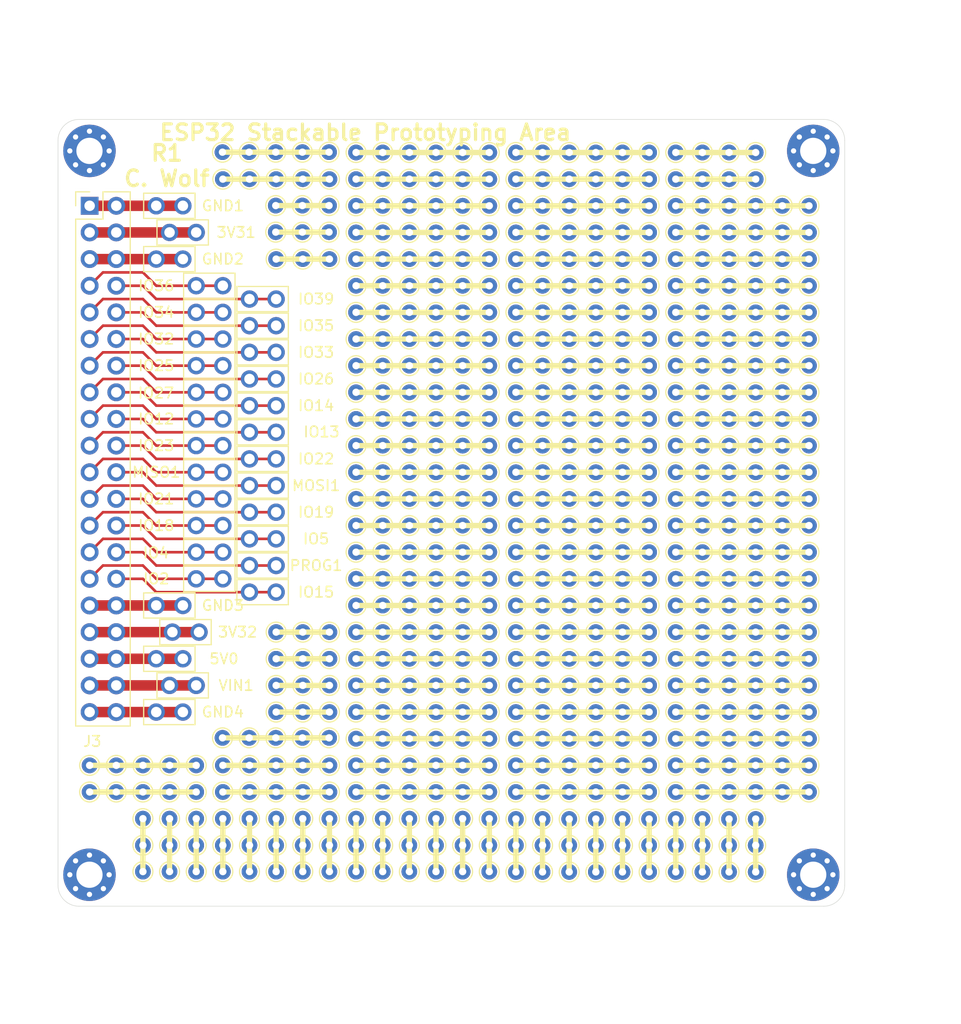
<source format=kicad_pcb>
(kicad_pcb (version 20211014) (generator pcbnew)
  (layers (0 "F.Cu" signal) (31 "B.Cu" signal) (34 "B.Paste" user) (35 "F.Paste" user) (36 "B.SilkS" user "B.Silkscreen") (37 "F.SilkS" user "F.Silkscreen") (38 "B.Mask" user) (39 "F.Mask" user) (44 "Edge.Cuts" user))
  (net 0 "")
  (net 1 "GND")
  (net 2 "VCC")
  (net 3 "+5V")
  (net 4 "+3V3")
  (net 5 "Net-(IO2-Pad1)")
  (net 6 "Net-(IO4-Pad1)")
  (net 7 "Net-(IO5-Pad1)")
  (net 8 "Net-(IO12-Pad1)")
  (net 9 "Net-(IO13-Pad1)")
  (net 10 "Net-(IO14-Pad1)")
  (net 11 "Net-(IO15-Pad1)")
  (net 12 "Net-(IO18-Pad1)")
  (net 13 "Net-(IO19-Pad1)")
  (net 14 "Net-(IO21-Pad1)")
  (net 15 "Net-(IO22-Pad1)")
  (net 16 "Net-(IO23-Pad1)")
  (net 17 "Net-(IO25-Pad1)")
  (net 18 "Net-(IO26-Pad1)")
  (net 19 "Net-(IO27-Pad1)")
  (net 20 "Net-(IO32-Pad1)")
  (net 21 "Net-(IO33-Pad1)")
  (net 22 "Net-(IO34-Pad1)")
  (net 23 "Net-(IO35-Pad1)")
  (net 24 "Net-(IO36-Pad1)")
  (net 25 "Net-(IO39-Pad1)")
  (net 26 "Net-(J3-Pad21)")
  (net 27 "Net-(J3-Pad22)")
  (net 28 "Net-(J3-Pad28)")
  (footprint "MountingHole:MountingHole_2.5mm_Pad_Via" (layer "F.Cu") (at 72 72)
    (fp_text reference "H4" hide)
    (fp_text value "MountingHole")
  )
  (footprint "MountingHole:MountingHole_2.5mm_Pad_Via" (layer "F.Cu") (at 72 3)
    (fp_text reference "H3" hide)
    (fp_text value "MountingHole")
  )
  (footprint "MountingHole:MountingHole_2.5mm_Pad_Via" (layer "F.Cu") (at 3 72)
    (fp_text reference "H2" hide)
    (fp_text value "MountingHole")
  )
  (footprint "MountingHole:MountingHole_2.5mm_Pad_Via" (layer "F.Cu") (at 3 3)
    (fp_text reference "H1" hide)
    (fp_text value "MountingHole")
  )
  (footprint "TestPoint:TestPoint_THTPad_D1.5mm_Drill0.7mm" (layer "F.Cu") (at 58.894988 20.9331 -90)
    (fp_text reference "REF**" hide)
    (fp_text value "TestPoint_THTPad_D1.5mm_Drill0.7mm")
  )
  (footprint "TestPoint:TestPoint_THTPad_D1.5mm_Drill0.7mm" (layer "F.Cu") (at 20.794988 56.4931 90)
    (fp_text reference "REF**" hide)
    (fp_text value "TestPoint_THTPad_D1.5mm_Drill0.7mm")
  )
  (footprint "TestPoint:TestPoint_THTPad_D1.5mm_Drill0.7mm" (layer "F.Cu") (at 48.734988 41.2531 -90)
    (fp_text reference "REF**" hide)
    (fp_text value "TestPoint_THTPad_D1.5mm_Drill0.7mm")
  )
  (footprint "TestPoint:TestPoint_THTPad_D1.5mm_Drill0.7mm" (layer "F.Cu") (at 28.414988 41.2531 -90)
    (fp_text reference "REF**" hide)
    (fp_text value "TestPoint_THTPad_D1.5mm_Drill0.7mm")
  )
  (footprint "TestPoint:TestPoint_THTPad_D1.5mm_Drill0.7mm" (layer "F.Cu") (at 53.814988 28.5531 -90)
    (fp_text reference "REF**" hide)
    (fp_text value "TestPoint_THTPad_D1.5mm_Drill0.7mm")
  )
  (footprint "TestPoint:TestPoint_THTPad_D1.5mm_Drill0.7mm" (layer "F.Cu") (at 20.758699 3.121725 90)
    (fp_text reference "REF**" hide)
    (fp_text value "TestPoint_THTPad_D1.5mm_Drill0.7mm")
  )
  (footprint "TestPoint:TestPoint_THTPad_D1.5mm_Drill0.7mm" (layer "F.Cu") (at 63.974988 64.1131 180)
    (fp_text reference "REF**" hide)
    (fp_text value "TestPoint_THTPad_D1.5mm_Drill0.7mm")
  )
  (footprint "TestPoint:TestPoint_THTPad_D1.5mm_Drill0.7mm" (layer "F.Cu") (at 46.194988 64.1131 180)
    (fp_text reference "REF**" hide)
    (fp_text value "TestPoint_THTPad_D1.5mm_Drill0.7mm")
  )
  (footprint "TestPoint:TestPoint_THTPad_D1.5mm_Drill0.7mm" (layer "F.Cu") (at 41.114988 10.7731 -90)
    (fp_text reference "REF**" hide)
    (fp_text value "TestPoint_THTPad_D1.5mm_Drill0.7mm")
  )
  (footprint "TestPoint:TestPoint_THTPad_D1.5mm_Drill0.7mm" (layer "F.Cu") (at 61.434988 46.3331 -90)
    (fp_text reference "REF**" hide)
    (fp_text value "TestPoint_THTPad_D1.5mm_Drill0.7mm")
  )
  (footprint "TestPoint:TestPoint_THTPad_D1.5mm_Drill0.7mm" (layer "F.Cu") (at 48.734988 26.0131 -90)
    (fp_text reference "REF**" hide)
    (fp_text value "TestPoint_THTPad_D1.5mm_Drill0.7mm")
  )
  (footprint "TestPoint:TestPoint_THTPad_D1.5mm_Drill0.7mm" (layer "F.Cu") (at 38.574988 43.7931 -90)
    (fp_text reference "REF**" hide)
    (fp_text value "TestPoint_THTPad_D1.5mm_Drill0.7mm")
  )
  (footprint "TestPoint:TestPoint_THTPad_D1.5mm_Drill0.7mm" (layer "F.Cu") (at 30.954988 5.6931 -90)
    (fp_text reference "REF**" hide)
    (fp_text value "TestPoint_THTPad_D1.5mm_Drill0.7mm")
  )
  (footprint "TestPoint:TestPoint_THTPad_D1.5mm_Drill0.7mm" (layer "F.Cu") (at 28.414988 36.1731 -90)
    (fp_text reference "REF**" hide)
    (fp_text value "TestPoint_THTPad_D1.5mm_Drill0.7mm")
  )
  (footprint "TestPoint:TestPoint_Bridge_Pitch2.54mm_Drill1.0mm" (layer "F.Cu") (at 18.254988 27.2831)
    (fp_text reference "IO14")
    (fp_text value "TestPoint")
  )
  (footprint "TestPoint:TestPoint_THTPad_D1.5mm_Drill0.7mm" (layer "F.Cu") (at 69.054988 13.3131 -90)
    (fp_text reference "REF**" hide)
    (fp_text value "TestPoint_THTPad_D1.5mm_Drill0.7mm")
  )
  (footprint "TestPoint:TestPoint_THTPad_D1.5mm_Drill0.7mm" (layer "F.Cu") (at 48.734988 5.6931 -90)
    (fp_text reference "REF**" hide)
    (fp_text value "TestPoint_THTPad_D1.5mm_Drill0.7mm")
  )
  (footprint "TestPoint:TestPoint_Bridge_Pitch2.54mm_Drill1.0mm" (layer "F.Cu") (at 13.174988 28.5531)
    (fp_text reference "IO12")
    (fp_text value "TestPoint")
  )
  (footprint "TestPoint:TestPoint_THTPad_D1.5mm_Drill0.7mm" (layer "F.Cu") (at 53.814988 33.6331 -90)
    (fp_text reference "REF**" hide)
    (fp_text value "TestPoint_THTPad_D1.5mm_Drill0.7mm")
  )
  (footprint "TestPoint:TestPoint_THTPad_D1.5mm_Drill0.7mm" (layer "F.Cu") (at 33.494988 10.7731 -90)
    (fp_text reference "REF**" hide)
    (fp_text value "TestPoint_THTPad_D1.5mm_Drill0.7mm")
  )
  (footprint "TestPoint:TestPoint_THTPad_D1.5mm_Drill0.7mm" (layer "F.Cu") (at 18.254988 71.70041 -90)
    (fp_text reference "REF**" hide)
    (fp_text value "TestPoint_THTPad_D1.5mm_Drill0.7mm")
  )
  (footprint "TestPoint:TestPoint_THTPad_D1.5mm_Drill0.7mm" (layer "F.Cu") (at 41.114988 3.1531 -90)
    (fp_text reference "REF**" hide)
    (fp_text value "TestPoint_THTPad_D1.5mm_Drill0.7mm")
  )
  (footprint "TestPoint:TestPoint_THTPad_D1.5mm_Drill0.7mm" (layer "F.Cu") (at 20.794988 51.4131 90)
    (fp_text reference "REF**" hide)
    (fp_text value "TestPoint_THTPad_D1.5mm_Drill0.7mm")
  )
  (footprint "TestPoint:TestPoint_THTPad_D1.5mm_Drill0.7mm" (layer "F.Cu") (at 33.494988 53.9531 -90)
    (fp_text reference "REF**" hide)
    (fp_text value "TestPoint_THTPad_D1.5mm_Drill0.7mm")
  )
  (footprint "TestPoint:TestPoint_THTPad_D1.5mm_Drill0.7mm" (layer "F.Cu") (at 13.174988 69.1931 -90)
    (fp_text reference "REF**" hide)
    (fp_text value "TestPoint_THTPad_D1.5mm_Drill0.7mm")
  )
  (footprint "TestPoint:TestPoint_THTPad_D1.5mm_Drill0.7mm" (layer "F.Cu") (at 20.758699 10.745127 90)
    (fp_text reference "REF**" hide)
    (fp_text value "TestPoint_THTPad_D1.5mm_Drill0.7mm")
  )
  (footprint "TestPoint:TestPoint_THTPad_D1.5mm_Drill0.7mm" (layer "F.Cu") (at 66.514988 41.2531 -90)
    (fp_text reference "REF**" hide)
    (fp_text value "TestPoint_THTPad_D1.5mm_Drill0.7mm")
  )
  (footprint "TestPoint:TestPoint_THTPad_D1.5mm_Drill0.7mm" (layer "F.Cu") (at 33.494988 43.7931 -90)
    (fp_text reference "REF**" hide)
    (fp_text value "TestPoint_THTPad_D1.5mm_Drill0.7mm")
  )
  (footprint "TestPoint:TestPoint_THTPad_D1.5mm_Drill0.7mm" (layer "F.Cu") (at 51.274988 3.1531 -90)
    (fp_text reference "REF**" hide)
    (fp_text value "TestPoint_THTPad_D1.5mm_Drill0.7mm")
  )
  (footprint "TestPoint:TestPoint_THTPad_D1.5mm_Drill0.7mm" (layer "F.Cu") (at 48.734988 23.4731 -90)
    (fp_text reference "REF**" hide)
    (fp_text value "TestPoint_THTPad_D1.5mm_Drill0.7mm")
  )
  (footprint "TestPoint:TestPoint_THTPad_D1.5mm_Drill0.7mm" (layer "F.Cu") (at 33.494988 5.6931 -90)
    (fp_text reference "REF**" hide)
    (fp_text value "TestPoint_THTPad_D1.5mm_Drill0.7mm")
  )
  (footprint "TestPoint:TestPoint_THTPad_D1.5mm_Drill0.7mm" (layer "F.Cu") (at 43.654988 56.4931 -90)
    (fp_text reference "REF**" hide)
    (fp_text value "TestPoint_THTPad_D1.5mm_Drill0.7mm")
  )
  (footprint "TestPoint:TestPoint_THTPad_D1.5mm_Drill0.7mm" (layer "F.Cu") (at 36.034988 46.3331 -90)
    (fp_text reference "REF**" hide)
    (fp_text value "TestPoint_THTPad_D1.5mm_Drill0.7mm")
  )
  (footprint "TestPoint:TestPoint_THTPad_D1.5mm_Drill0.7mm" (layer "F.Cu") (at 63.974988 26.0131 -90)
    (fp_text reference "REF**" hide)
    (fp_text value "TestPoint_THTPad_D1.5mm_Drill0.7mm")
  )
  (footprint "TestPoint:TestPoint_THTPad_D1.5mm_Drill0.7mm" (layer "F.Cu") (at 46.194988 15.8531 -90)
    (fp_text reference "REF**" hide)
    (fp_text value "TestPoint_THTPad_D1.5mm_Drill0.7mm")
  )
  (footprint "TestPoint:TestPoint_THTPad_D1.5mm_Drill0.7mm" (layer "F.Cu") (at 33.494988 28.5531 -90)
    (fp_text reference "REF**" hide)
    (fp_text value "TestPoint_THTPad_D1.5mm_Drill0.7mm")
  )
  (footprint "TestPoint:TestPoint_THTPad_D1.5mm_Drill0.7mm" (layer "F.Cu") (at 66.514988 26.0131 -90)
    (fp_text reference "REF**" hide)
    (fp_text value "TestPoint_THTPad_D1.5mm_Drill0.7mm")
  )
  (footprint "TestPoint:TestPoint_THTPad_D1.5mm_Drill0.7mm" (layer "F.Cu") (at 51.274988 8.2331 -90)
    (fp_text reference "REF**" hide)
    (fp_text value "TestPoint_THTPad_D1.5mm_Drill0.7mm")
  )
  (footprint "TestPoint:TestPoint_THTPad_D1.5mm_Drill0.7mm" (layer "F.Cu") (at 25.843165 58.950754 90)
    (fp_text reference "REF**" hide)
    (fp_text value "TestPoint_THTPad_D1.5mm_Drill0.7mm")
  )
  (footprint "TestPoint:TestPoint_THTPad_D1.5mm_Drill0.7mm" (layer "F.Cu") (at 36.034988 31.0931 -90)
    (fp_text reference "REF**" hide)
    (fp_text value "TestPoint_THTPad_D1.5mm_Drill0.7mm")
  )
  (footprint "TestPoint:TestPoint_THTPad_D1.5mm_Drill0.7mm" (layer "F.Cu") (at 28.414988 26.0131 -90)
    (fp_text reference "REF**" hide)
    (fp_text value "TestPoint_THTPad_D1.5mm_Drill0.7mm")
  )
  (footprint "TestPoint:TestPoint_THTPad_D1.5mm_Drill0.7mm" (layer "F.Cu") (at 48.734988 53.9531 -90)
    (fp_text reference "REF**" hide)
    (fp_text value "TestPoint_THTPad_D1.5mm_Drill0.7mm")
  )
  (footprint "TestPoint:TestPoint_THTPad_D1.5mm_Drill0.7mm" (layer "F.Cu") (at 63.974988 8.2331 -90)
    (fp_text reference "REF**" hide)
    (fp_text value "TestPoint_THTPad_D1.5mm_Drill0.7mm")
  )
  (footprint "TestPoint:TestPoint_Bridge_Pitch2.54mm_Drill1.0mm" (layer "F.Cu") (at 18.254988 17.1231)
    (fp_text reference "IO39")
    (fp_text value "TestPoint")
  )
  (footprint "TestPoint:TestPoint_THTPad_D1.5mm_Drill0.7mm" (layer "F.Cu") (at 48.734988 20.9331 -90)
    (fp_text reference "REF**" hide)
    (fp_text value "TestPoint_THTPad_D1.5mm_Drill0.7mm")
  )
  (footprint "TestPoint:TestPoint_THTPad_D1.5mm_Drill0.7mm" (layer "F.Cu") (at 13.174988 71.70041 -90)
    (fp_text reference "REF**" hide)
    (fp_text value "TestPoint_THTPad_D1.5mm_Drill0.7mm")
  )
  (footprint "TestPoint:TestPoint_THTPad_D1.5mm_Drill0.7mm" (layer "F.Cu") (at 38.574988 46.3331 -90)
    (fp_text reference "REF**" hide)
    (fp_text value "TestPoint_THTPad_D1.5mm_Drill0.7mm")
  )
  (footprint "TestPoint:TestPoint_THTPad_D1.5mm_Drill0.7mm" (layer "F.Cu") (at 63.974988 33.6331 -90)
    (fp_text reference "REF**" hide)
    (fp_text value "TestPoint_THTPad_D1.5mm_Drill0.7mm")
  )
  (footprint "TestPoint:TestPoint_THTPad_D1.5mm_Drill0.7mm" (layer "F.Cu") (at 53.814988 38.7131 -90)
    (fp_text reference "REF**" hide)
    (fp_text value "TestPoint_THTPad_D1.5mm_Drill0.7mm")
  )
  (footprint "TestPoint:TestPoint_THTPad_D1.5mm_Drill0.7mm" (layer "F.Cu") (at 53.814988 36.1731 -90)
    (fp_text reference "REF**" hide)
    (fp_text value "TestPoint_THTPad_D1.5mm_Drill0.7mm")
  )
  (footprint "TestPoint:TestPoint_THTPad_D1.5mm_Drill0.7mm" (layer "F.Cu") (at 41.114988 53.9531 -90)
    (fp_text reference "REF**" hide)
    (fp_text value "TestPoint_THTPad_D1.5mm_Drill0.7mm")
  )
  (footprint "TestPoint:TestPoint_THTPad_D1.5mm_Drill0.7mm" (layer "F.Cu") (at 30.954988 28.5531 -90)
    (fp_text reference "REF**" hide)
    (fp_text value "TestPoint_THTPad_D1.5mm_Drill0.7mm")
  )
  (footprint "TestPoint:TestPoint_THTPad_D1.5mm_Drill0.7mm" (layer "F.Cu") (at 61.434988 36.1731 -90)
    (fp_text reference "REF**" hide)
    (fp_text value "TestPoint_THTPad_D1.5mm_Drill0.7mm")
  )
  (footprint "TestPoint:TestPoint_THTPad_D1.5mm_Drill0.7mm" (layer "F.Cu") (at 23.334988 13.3131 90)
    (fp_text reference "REF**" hide)
    (fp_text value "TestPoint_THTPad_D1.5mm_Drill0.7mm")
  )
  (footprint "TestPoint:TestPoint_Bridge_Pitch2.54mm_Drill1.0mm" (layer "F.Cu") (at 18.254988 29.8231)
    (fp_text reference "IO13")
    (fp_text value "TestPoint")
  )
  (footprint "TestPoint:TestPoint_THTPad_D1.5mm_Drill0.7mm" (layer "F.Cu") (at 53.814988 53.9531 -90)
    (fp_text reference "REF**" hide)
    (fp_text value "TestPoint_THTPad_D1.5mm_Drill0.7mm")
  )
  (footprint "TestPoint:TestPoint_THTPad_D1.5mm_Drill0.7mm" (layer "F.Cu") (at 38.574988 3.1531 -90)
    (fp_text reference "REF**" hide)
    (fp_text value "TestPoint_THTPad_D1.5mm_Drill0.7mm")
  )
  (footprint "TestPoint:TestPoint_THTPad_D1.5mm_Drill0.7mm" (layer "F.Cu") (at 3.014988 64.1131 90)
    (fp_text reference "REF**" hide)
    (fp_text value "TestPoint_THTPad_D1.5mm_Drill0.7mm")
  )
  (footprint "TestPoint:TestPoint_THTPad_D1.5mm_Drill0.7mm" (layer "F.Cu") (at 43.654988 33.6331 -90)
    (fp_text reference "REF**" hide)
    (fp_text value "TestPoint_THTPad_D1.5mm_Drill0.7mm")
  )
  (footprint "TestPoint:TestPoint_THTPad_D1.5mm_Drill0.7mm" (layer "F.Cu") (at 3.014988 61.5731 90)
    (fp_text reference "REF**" hide)
    (fp_text value "TestPoint_THTPad_D1.5mm_Drill0.7mm")
  )
  (footprint "TestPoint:TestPoint_Bridge_Pitch2.54mm_Drill1.0mm" (layer "F.Cu") (at 18.254988 45.0631)
    (fp_text reference "IO15")
    (fp_text value "TestPoint")
  )
  (footprint "TestPoint:TestPoint_THTPad_D1.5mm_Drill0.7mm" (layer "F.Cu") (at 5.554988 64.1131 90)
    (fp_text reference "REF**" hide)
    (fp_text value "TestPoint_THTPad_D1.5mm_Drill0.7mm")
  )
  (footprint "TestPoint:TestPoint_THTPad_D1.5mm_Drill0.7mm" (layer "F.Cu") (at 23.298699 8.212925 90)
    (fp_text reference "REF**" hide)
    (fp_text value "TestPoint_THTPad_D1.5mm_Drill0.7mm")
  )
  (footprint "TestPoint:TestPoint_THTPad_D1.5mm_Drill0.7mm" (layer "F.Cu") (at 36.034988 13.3131 -90)
    (fp_text reference "REF**" hide)
    (fp_text value "TestPoint_THTPad_D1.5mm_Drill0.7mm")
  )
  (footprint "TestPoint:TestPoint_THTPad_D1.5mm_Drill0.7mm" (layer "F.Cu") (at 43.654988 66.68579 90)
    (fp_text reference "REF**" hide)
    (fp_text value "TestPoint_THTPad_D1.5mm_Drill0.7mm")
  )
  (footprint "TestPoint:TestPoint_THTPad_D1.5mm_Drill0.7mm" (layer "F.Cu") (at 51.274988 26.0131 -90)
    (fp_text reference "REF**" hide)
    (fp_text value "TestPoint_THTPad_D1.5mm_Drill0.7mm")
  )
  (footprint "TestPoint:TestPoint_THTPad_D1.5mm_Drill0.7mm" (layer "F.Cu") (at 53.814988 31.0931 -90)
    (fp_text reference "REF**" hide)
    (fp_text value "TestPoint_THTPad_D1.5mm_Drill0.7mm")
  )
  (footprint "TestPoint:TestPoint_THTPad_D1.5mm_Drill0.7mm" (layer "F.Cu") (at 36.034988 28.5531 -90)
    (fp_text reference "REF**" hide)
    (fp_text value "TestPoint_THTPad_D1.5mm_Drill0.7mm")
  )
  (footprint "TestPoint:TestPoint_THTPad_D1.5mm_Drill0.7mm" (layer "F.Cu") (at 63.974988 20.9331 -90)
    (fp_text reference "REF**" hide)
    (fp_text value "TestPoint_THTPad_D1.5mm_Drill0.7mm")
  )
  (footprint "TestPoint:TestPoint_THTPad_D1.5mm_Drill0.7mm" (layer "F.Cu") (at 58.894988 64.1131 180)
    (fp_text reference "REF**" hide)
    (fp_text value "TestPoint_THTPad_D1.5mm_Drill0.7mm")
  )
  (footprint "TestPoint:TestPoint_THTPad_D1.5mm_Drill0.7mm" (layer "F.Cu") (at 41.114988 41.2531 -90)
    (fp_text reference "REF**" hide)
    (fp_text value "TestPoint_THTPad_D1.5mm_Drill0.7mm")
  )
  (footprint "TestPoint:TestPoint_Bridge_Pitch2.54mm_Drill1.0mm" (layer "F.Cu") (at 18.254988 24.7431)
    (fp_text reference "IO26")
    (fp_text value "TestPoint")
  )
  (footprint "TestPoint:TestPoint_THTPad_D1.5mm_Drill0.7mm" (layer "F.Cu") (at 38.574988 15.8531 -90)
    (fp_text reference "REF**" hide)
    (fp_text value "TestPoint_THTPad_D1.5mm_Drill0.7mm")
  )
  (footprint "TestPoint:TestPoint_THTPad_D1.5mm_Drill0.7mm" (layer "F.Cu") (at 66.514988 33.6331 -90)
    (fp_text reference "REF**" hide)
    (fp_text value "TestPoint_THTPad_D1.5mm_Drill0.7mm")
  )
  (footprint "TestPoint:TestPoint_THTPad_D1.5mm_Drill0.7mm" (layer "F.Cu") (at 30.954988 33.6331 -90)
    (fp_text reference "REF**" hide)
    (fp_text value "TestPoint_THTPad_D1.5mm_Drill0.7mm")
  )
  (footprint "TestPoint:TestPoint_THTPad_D1.5mm_Drill0.7mm" (layer "F.Cu") (at 30.954988 64.1131 180)
    (fp_text reference "REF**" hide)
    (fp_text value "TestPoint_THTPad_D1.5mm_Drill0.7mm")
  )
  (footprint "TestPoint:TestPoint_THTPad_D1.5mm_Drill0.7mm" (layer "F.Cu") (at 46.194988 10.7731 -90)
    (fp_text reference "REF**" hide)
    (fp_text value "TestPoint_THTPad_D1.5mm_Drill0.7mm")
  )
  (footprint "TestPoint:TestPoint_THTPad_D1.5mm_Drill0.7mm" (layer "F.Cu") (at 61.434988 10.7731 -90)
    (fp_text reference "REF**" hide)
    (fp_text value "TestPoint_THTPad_D1.5mm_Drill0.7mm")
  )
  (footprint "TestPoint:TestPoint_THTPad_D1.5mm_Drill0.7mm" (layer "F.Cu") (at 69.054988 31.0931 -90)
    (fp_text reference "REF**" hide)
    (fp_text value "TestPoint_THTPad_D1.5mm_Drill0.7mm")
  )
  (footprint "TestPoint:TestPoint_THTPad_D1.5mm_Drill0.7mm" (layer "F.Cu") (at 46.194988 61.5731 180)
    (fp_text reference "REF**" hide)
    (fp_text value "TestPoint_THTPad_D1.5mm_Drill0.7mm")
  )
  (footprint "TestPoint:TestPoint_Bridge_Pitch2.54mm_Drill1.0mm" (layer "F.Cu") (at 10.634988 10.7731)
    (fp_text reference "3V31")
    (fp_text value "TestPoint")
  )
  (footprint "TestPoint:TestPoint_THTPad_D1.5mm_Drill0.7mm" (layer "F.Cu") (at 30.954988 31.0931 -90)
    (fp_text reference "REF**" hide)
    (fp_text value "TestPoint_THTPad_D1.5mm_Drill0.7mm")
  )
  (footprint "TestPoint:TestPoint_THTPad_D1.5mm_Drill0.7mm" (layer "F.Cu") (at 43.654988 41.2531 -90)
    (fp_text reference "REF**" hide)
    (fp_text value "TestPoint_THTPad_D1.5mm_Drill0.7mm")
  )
  (footprint "TestPoint:TestPoint_THTPad_D1.5mm_Drill0.7mm" (layer "F.Cu") (at 66.514988 59.0331 -90)
    (fp_text reference "REF**" hide)
    (fp_text value "TestPoint_THTPad_D1.5mm_Drill0.7mm")
  )
  (footprint "TestPoint:TestPoint_THTPad_D1.5mm_Drill0.7mm" (layer "F.Cu") (at 63.974988 71.7331 90)
    (fp_text reference "REF**" hide)
    (fp_text value "TestPoint_THTPad_D1.5mm_Drill0.7mm")
  )
  (footprint "TestPoint:TestPoint_THTPad_D1.5mm_Drill0.7mm" (layer "F.Cu") (at 58.894988 41.2531 -90)
    (fp_text reference "REF**" hide)
    (fp_text value "TestPoint_THTPad_D1.5mm_Drill0.7mm")
  )
  (footprint "TestPoint:TestPoint_THTPad_D1.5mm_Drill0.7mm" (layer "F.Cu") (at 46.194988 71.7331 90)
    (fp_text reference "REF**" hide)
    (fp_text value "TestPoint_THTPad_D1.5mm_Drill0.7mm")
  )
  (footprint "TestPoint:TestPoint_THTPad_D1.5mm_Drill0.7mm" (layer "F.Cu") (at 38.574988 28.5531 -90)
    (fp_text reference "REF**" hide)
    (fp_text value "TestPoint_THTPad_D1.5mm_Drill0.7mm")
  )
  (footprint "TestPoint:TestPoint_THTPad_D1.5mm_Drill0.7mm" (layer "F.Cu") (at 30.954988 69.1931 -90)
    (fp_text reference "REF**" hide)
    (fp_text value "TestPoint_THTPad_D1.5mm_Drill0.7mm")
  )
  (footprint "TestPoint:TestPoint_THTPad_D1.5mm_Drill0.7mm" (layer "F.Cu") (at 71.594988 20.9331 -90)
    (fp_text reference "REF**" hide)
    (fp_text value "TestPoint_THTPad_D1.5mm_Drill0.7mm")
  )
  (footprint "TestPoint:TestPoint_THTPad_D1.5mm_Drill0.7mm" (layer "F.Cu") (at 69.054988 38.7131 -90)
    (fp_text reference "REF**" hide)
    (fp_text value "TestPoint_THTPad_D1.5mm_Drill0.7mm")
  )
  (footprint "TestPoint:TestPoint_THTPad_D1.5mm_Drill0.7mm" (layer "F.Cu") (at 10.634988 69.1931 -90)
    (fp_text reference "REF**" hide)
    (fp_text value "TestPoint_THTPad_D1.5mm_Drill0.7mm")
  )
  (footprint "TestPoint:TestPoint_THTPad_D1.5mm_Drill0.7mm" (layer "F.Cu") (at 58.894988 46.3331 -90)
    (fp_text reference "REF**" hide)
    (fp_text value "TestPoint_THTPad_D1.5mm_Drill0.7mm")
  )
  (footprint "TestPoint:TestPoint_THTPad_D1.5mm_Drill0.7mm" (layer "F.Cu") (at 20.794988 64.1131 90)
    (fp_text reference "REF**" hide)
    (fp_text value "TestPoint_THTPad_D1.5mm_Drill0.7mm")
  )
  (footprint "TestPoint:TestPoint_THTPad_D1.5mm_Drill0.7mm" (layer "F.Cu") (at 53.814988 3.1531 -90)
    (fp_text reference "REF**" hide)
    (fp_text value "TestPoint_THTPad_D1.5mm_Drill0.7mm")
  )
  (footprint "TestPoint:TestPoint_THTPad_D1.5mm_Drill0.7mm" (layer "F.Cu") (at 33.494988 41.2531 -90)
    (fp_text reference "REF**" hide)
    (fp_text value "TestPoint_THTPad_D1.5mm_Drill0.7mm")
  )
  (footprint "TestPoint:TestPoint_THTPad_D1.5mm_Drill0.7mm" (layer "F.Cu") (at 63.974988 38.7131 -90)
    (fp_text reference "REF**" hide)
    (fp_text value "TestPoint_THTPad_D1.5mm_Drill0.7mm")
  )
  (footprint "TestPoint:TestPoint_THTPad_D1.5mm_Drill0.7mm" (layer "F.Cu") (at 15.714988 61.5731 90)
    (fp_text reference "REF**" hide)
    (fp_text value "TestPoint_THTPad_D1.5mm_Drill0.7mm")
  )
  (footprint "TestPoint:TestPoint_THTPad_D1.5mm_Drill0.7mm" (layer "F.Cu") (at 25.874988 48.8731 90)
    (fp_text reference "REF**" hide)
    (fp_text value "TestPoint_THTPad_D1.5mm_Drill0.7mm")
  )
  (footprint "TestPoint:TestPoint_THTPad_D1.5mm_Drill0.7mm" (layer "F.Cu") (at 53.814988 23.4731 -90)
    (fp_text reference "REF**" hide)
    (fp_text value "TestPoint_THTPad_D1.5mm_Drill0.7mm")
  )
  (footprint "TestPoint:TestPoint_THTPad_D1.5mm_Drill0.7mm" (layer "F.Cu") (at 48.734988 15.8531 -90)
    (fp_text reference "REF**" hide)
    (fp_text value "TestPoint_THTPad_D1.5mm_Drill0.7mm")
  )
  (footprint "TestPoint:TestPoint_THTPad_D1.5mm_Drill0.7mm" (layer "F.Cu") (at 46.194988 18.3931 -90)
    (fp_text reference "REF**" hide)
    (fp_text value "TestPoint_THTPad_D1.5mm_Drill0.7mm")
  )
  (footprint "TestPoint:TestPoint_THTPad_D1.5mm_Drill0.7mm" (layer "F.Cu") (at 13.174988 64.1131 90)
    (fp_text reference "REF**" hide)
    (fp_text value "TestPoint_THTPad_D1.5mm_Drill0.7mm")
  )
  (footprint "TestPoint:TestPoint_THTPad_D1.5mm_Drill0.7mm" (layer "F.Cu") (at 71.594988 36.1731 -90)
    (fp_text reference "REF**" hide)
    (fp_text value "TestPoint_THTPad_D1.5mm_Drill0.7mm")
  )
  (footprint "TestPoint:TestPoint_THTPad_D1.5mm_Drill0.7mm" (layer "F.Cu") (at 56.354988 13.3131 -90)
    (fp_text reference "REF**" hide)
    (fp_text value "TestPoint_THTPad_D1.5mm_Drill0.7mm")
  )
  (footprint "TestPoint:TestPoint_THTPad_D1.5mm_Drill0.7mm" (layer "F.Cu") (at 63.974988 23.4731 -90)
    (fp_text reference "REF**" hide)
    (fp_text value "TestPoint_THTPad_D1.5mm_Drill0.7mm")
  )
  (footprint "TestPoint:TestPoint_THTPad_D1.5mm_Drill0.7mm" (layer "F.Cu") (at 71.594988 51.4131 -90)
    (fp_text reference "REF**" hide)
    (fp_text value "TestPoint_THTPad_D1.5mm_Drill0.7mm")
  )
  (footprint "TestPoint:TestPoint_THTPad_D1.5mm_Drill0.7mm" (layer "F.Cu") (at 69.054988 53.9531 -90)
    (fp_text reference "REF**" hide)
    (fp_text value "TestPoint_THTPad_D1.5mm_Drill0.7mm")
  )
  (footprint "TestPoint:TestPoint_THTPad_D1.5mm_Drill0.7mm" (layer "F.Cu") (at 56.354988 28.5531 -90)
    (fp_text reference "REF**" hide)
    (fp_text value "TestPoint_THTPad_D1.5mm_Drill0.7mm")
  )
  (footprint "TestPoint:TestPoint_THTPad_D1.5mm_Drill0.7mm" (layer "F.Cu") (at 41.114988 20.9331 -90)
    (fp_text reference "REF**" hide)
    (fp_text value "TestPoint_THTPad_D1.5mm_Drill0.7mm")
  )
  (footprint "TestPoint:TestPoint_THTPad_D1.5mm_Drill0.7mm" (layer "F.Cu") (at 61.434988 23.4731 -90)
    (fp_text reference "REF**" hide)
    (fp_text value "TestPoint_THTPad_D1.5mm_Drill0.7mm")
  )
  (footprint "TestPoint:TestPoint_THTPad_D1.5mm_Drill0.7mm" (layer "F.Cu") (at 61.434988 31.0931 -90)
    (fp_text reference "REF**" hide)
    (fp_text value "TestPoint_THTPad_D1.5mm_Drill0.7mm")
  )
  (footprint "TestPoint:TestPoint_THTPad_D1.5mm_Drill0.7mm" (layer "F.Cu") (at 61.434988 71.7331 90)
    (fp_text reference "REF**" hide)
    (fp_text value "TestPoint_THTPad_D1.5mm_Drill0.7mm")
  )
  (footprint "TestPoint:TestPoint_THTPad_D1.5mm_Drill0.7mm" (layer "F.Cu") (at 58.894988 31.0931 -90)
    (fp_text reference "REF**" hide)
    (fp_text value "TestPoint_THTPad_D1.5mm_Drill0.7mm")
  )
  (footprint "TestPoint:TestPoint_THTPad_D1.5mm_Drill0.7mm" (layer "F.Cu") (at 38.574988 66.6531 -90)
    (fp_text reference "REF**" hide)
    (fp_text value "TestPoint_THTPad_D1.5mm_Drill0.7mm")
  )
  (footprint "TestPoint:TestPoint_THTPad_D1.5mm_Drill0.7mm" (layer "F.Cu") (at 48.734988 46.3331 -90)
    (fp_text reference "REF**" hide)
    (fp_text value "TestPoint_THTPad_D1.5mm_Drill0.7mm")
  )
  (footprint "TestPoint:TestPoint_THTPad_D1.5mm_Drill0.7mm" (layer "F.Cu") (at 48.734988 43.7931 -90)
    (fp_text reference "REF**" hide)
    (fp_text value "TestPoint_THTPad_D1.5mm_Drill0.7mm")
  )
  (footprint "TestPoint:TestPoint_THTPad_D1.5mm_Drill0.7mm" (layer "F.Cu") (at 15.714988 69.1931 -90)
    (fp_text reference "REF**" hide)
    (fp_text value "TestPoint_THTPad_D1.5mm_Drill0.7mm")
  )
  (footprint "TestPoint:TestPoint_THTPad_D1.5mm_Drill0.7mm" (layer "F.Cu") (at 43.654988 3.1531 -90)
    (fp_text reference "REF**" hide)
    (fp_text value "TestPoint_THTPad_D1.5mm_Drill0.7mm")
  )
  (footprint "TestPoint:TestPoint_THTPad_D1.5mm_Drill0.7mm" (layer "F.Cu") (at 63.974988 43.7931 -90)
    (fp_text reference "REF**" hide)
    (fp_text value "TestPoint_THTPad_D1.5mm_Drill0.7mm")
  )
  (footprint "TestPoint:TestPoint_THTPad_D1.5mm_Drill0.7mm" (layer "F.Cu") (at 10.634988 61.5731 90)
    (fp_text reference "REF**" hide)
    (fp_text value "TestPoint_THTPad_D1.5mm_Drill0.7mm")
  )
  (footprint "TestPoint:TestPoint_THTPad_D1.5mm_Drill0.7mm" (layer "F.Cu") (at 56.354988 51.4131 -90)
    (fp_text reference "REF**" hide)
    (fp_text value "TestPoint_THTPad_D1.5mm_Drill0.7mm")
  )
  (footprint "TestPoint:TestPoint_THTPad_D1.5mm_Drill0.7mm" (layer "F.Cu") (at 30.954988 15.8531 -90)
    (fp_text reference "REF**" hide)
    (fp_text value "TestPoint_THTPad_D1.5mm_Drill0.7mm")
  )
  (footprint "TestPoint:TestPoint_THTPad_D1.5mm_Drill0.7mm" (layer "F.Cu") (at 48.734988 3.1531 -90)
    (fp_text reference "REF**" hide)
    (fp_text value "TestPoint_THTPad_D1.5mm_Drill0.7mm")
  )
  (footprint "TestPoint:TestPoint_THTPad_D1.5mm_Drill0.7mm" (layer "F.Cu") (at 56.354988 46.3331 -90)
    (fp_text reference "REF**" hide)
    (fp_text value "TestPoint_THTPad_D1.5mm_Drill0.7mm")
  )
  (footprint "Connector_PinHeader_2.54mm:PinHeader_2x20_P2.54mm_Vertical" (layer "F.Cu") (at 3.014988 8.2331)
    (fp_text reference "J3")
    (fp_text value "ESP32-DevBoard-Header")
  )
  (footprint "TestPoint:TestPoint_THTPad_D1.5mm_Drill0.7mm" (layer "F.Cu") (at 46.194988 3.1531 -90)
    (fp_text reference "REF**" hide)
    (fp_text value "TestPoint_THTPad_D1.5mm_Drill0.7mm")
  )
  (footprint "TestPoint:TestPoint_THTPad_D1.5mm_Drill0.7mm" (layer "F.Cu") (at 18.254988 66.6531 -90)
    (fp_text reference "REF**" hide)
    (fp_text value "TestPoint_THTPad_D1.5mm_Drill0.7mm")
  )
  (footprint "TestPoint:TestPoint_THTPad_D1.5mm_Drill0.7mm" (layer "F.Cu") (at 56.354988 23.4731 -90)
    (fp_text reference "REF**" hide)
    (fp_text value "TestPoint_THTPad_D1.5mm_Drill0.7mm")
  )
  (footprint "TestPoint:TestPoint_THTPad_D1.5mm_Drill0.7mm" (layer "F.Cu") (at 5.554988 61.5731 90)
    (fp_text reference "REF**" hide)
    (fp_text value "TestPoint_THTPad_D1.5mm_Drill0.7mm")
  )
  (footprint "TestPoint:TestPoint_THTPad_D1.5mm_Drill0.7mm" (layer "F.Cu") (at 43.654988 13.3131 -90)
    (fp_text reference "REF**" hide)
    (fp_text value "TestPoint_THTPad_D1.5mm_Drill0.7mm")
  )
  (footprint "TestPoint:TestPoint_THTPad_D1.5mm_Drill0.7mm" (layer "F.Cu") (at 28.414988 71.70041 -90)
    (fp_text reference "REF**" hide)
    (fp_text value "TestPoint_THTPad_D1.5mm_Drill0.7mm")
  )
  (footprint "TestPoint:TestPoint_THTPad_D1.5mm_Drill0.7mm" (layer "F.Cu") (at 48.734988 64.1131 180)
    (fp_text reference "REF**" hide)
    (fp_text value "TestPoint_THTPad_D1.5mm_Drill0.7mm")
  )
  (footprint "TestPoint:TestPoint_THTPad_D1.5mm_Drill0.7mm" (layer "F.Cu") (at 30.954988 41.2531 -90)
    (fp_text reference "REF**" hide)
    (fp_text value "TestPoint_THTPad_D1.5mm_Drill0.7mm")
  )
  (footprint "TestPoint:TestPoint_THTPad_D1.5mm_Drill0.7mm" (layer "F.Cu") (at 33.494988 46.3331 -90)
    (fp_text reference "REF**" hide)
    (fp_text value "TestPoint_THTPad_D1.5mm_Drill0.7mm")
  )
  (footprint "TestPoint:TestPoint_THTPad_D1.5mm_Drill0.7mm" (layer "F.Cu") (at 46.194988 41.2531 -90)
    (fp_text reference "REF**" hide)
    (fp_text value "TestPoint_THTPad_D1.5mm_Drill0.7mm")
  )
  (footprint "TestPoint:TestPoint_THTPad_D1.5mm_Drill0.7mm" (layer "F.Cu") (at 58.894988 3.1531 90)
    (fp_text reference "REF**" hide)
    (fp_text value "TestPoint_THTPad_D1.5mm_Drill0.7mm")
  )
  (footprint "TestPoint:TestPoint_THTPad_D1.5mm_Drill0.7mm" (layer "F.Cu") (at 48.734988 51.4131 -90)
    (fp_text reference "REF**" hide)
    (fp_text value "TestPoint_THTPad_D1.5mm_Drill0.7mm")
  )
  (footprint "TestPoint:TestPoint_THTPad_D1.5mm_Drill0.7mm" (layer "F.Cu") (at 69.054988 43.7931 -90)
    (fp_text reference "REF**" hide)
    (fp_text value "TestPoint_THTPad_D1.5mm_Drill0.7mm")
  )
  (footprint "TestPoint:TestPoint_THTPad_D1.5mm_Drill0.7mm" (layer "F.Cu") (at 51.274988 59.0331 -90)
    (fp_text reference "REF**" hide)
    (fp_text value "TestPoint_THTPad_D1.5mm_Drill0.7mm")
  )
  (footprint "TestPoint:TestPoint_THTPad_D1.5mm_Drill0.7mm" (layer "F.Cu") (at 41.114988 36.1731 -90)
    (fp_text reference "REF**" hide)
    (fp_text value "TestPoint_THTPad_D1.5mm_Drill0.7mm")
  )
  (footprint "TestPoint:TestPoint_THTPad_D1.5mm_Drill0.7mm" (layer "F.Cu") (at 33.494988 56.4931 -90)
    (fp_text reference "REF**" hide)
    (fp_text value "TestPoint_THTPad_D1.5mm_Drill0.7mm")
  )
  (footprint "TestPoint:TestPoint_THTPad_D1.5mm_Drill0.7mm" (layer "F.Cu") (at 33.494988 71.70041 -90)
    (fp_text reference "REF**" hide)
    (fp_text value "TestPoint_THTPad_D1.5mm_Drill0.7mm")
  )
  (footprint "TestPoint:TestPoint_THTPad_D1.5mm_Drill0.7mm" (layer "F.Cu") (at 36.034988 53.9531 -90)
    (fp_text reference "REF**" hide)
    (fp_text value "TestPoint_THTPad_D1.5mm_Drill0.7mm")
  )
  (footprint "TestPoint:TestPoint_THTPad_D1.5mm_Drill0.7mm" (layer "F.Cu") (at 46.194988 48.8731 -90)
    (fp_text reference "REF**" hide)
    (fp_text value "TestPoint_THTPad_D1.5mm_Drill0.7mm")
  )
  (footprint "TestPoint:TestPoint_THTPad_D1.5mm_Drill0.7mm" (layer "F.Cu") (at 23.334988 69.1931 -90)
    (fp_text reference "REF**" hide)
    (fp_text value "TestPoint_THTPad_D1.5mm_Drill0.7mm")
  )
  (footprint "TestPoint:TestPoint_THTPad_D1.5mm_Drill0.7mm" (layer "F.Cu") (at 61.434988 33.6331 -90)
    (fp_text reference "REF**" hide)
    (fp_text value "TestPoint_THTPad_D1.5mm_Drill0.7mm")
  )
  (footprint "TestPoint:TestPoint_THTPad_D1.5mm_Drill0.7mm" (layer "F.Cu") (at 41.114988 71.70041 -90)
    (fp_text reference "REF**" hide)
    (fp_text value "TestPoint_THTPad_D1.5mm_Drill0.7mm")
  )
  (footprint "TestPoint:TestPoint_THTPad_D1.5mm_Drill0.7mm" (layer "F.Cu") (at 41.114988 26.0131 -90)
    (fp_text reference "REF**" hide)
    (fp_text value "TestPoint_THTPad_D1.5mm_Drill0.7mm")
  )
  (footprint "TestPoint:TestPoint_THTPad_D1.5mm_Drill0.7mm" (layer "F.Cu") (at 18.254988 61.5731 90)
    (fp_text reference "REF**" hide)
    (fp_text value "TestPoint_THTPad_D1.5mm_Drill0.7mm")
  )
  (footprint "TestPoint:TestPoint_THTPad_D1.5mm_Drill0.7mm" (layer "F.Cu") (at 58.894988 59.0331 -90)
    (fp_text reference "REF**" hide)
    (fp_text value "TestPoint_THTPad_D1.5mm_Drill0.7mm")
  )
  (footprint "TestPoint:TestPoint_THTPad_D1.5mm_Drill0.7mm" (layer "F.Cu") (at 58.894988 43.7931 -90)
    (fp_text reference "REF**" hide)
    (fp_text value "TestPoint_THTPad_D1.5mm_Drill0.7mm")
  )
  (footprint "TestPoint:TestPoint_THTPad_D1.5mm_Drill0.7mm" (layer "F.Cu") (at 66.514988 20.9331 -90)
    (fp_text reference "REF**" hide)
    (fp_text value "TestPoint_THTPad_D1.5mm_Drill0.7mm")
  )
  (footprint "TestPoint:TestPoint_THTPad_D1.5mm_Drill0.7mm" (layer "F.Cu") (at 61.434988 61.5731 180)
    (fp_text reference "REF**" hide)
    (fp_text value "TestPoint_THTPad_D1.5mm_Drill0.7mm")
  )
  (footprint "TestPoint:TestPoint_THTPad_D1.5mm_Drill0.7mm" (layer "F.Cu") (at 51.274988 15.8531 -90)
    (fp_text reference "REF**" hide)
    (fp_text value "TestPoint_THTPad_D1.5mm_Drill0.7mm")
  )
  (footprint "TestPoint:TestPoint_THTPad_D1.5mm_Drill0.7mm" (layer "F.Cu") (at 71.594988 28.5531 -90)
    (fp_text reference "REF**" hide)
    (fp_text value "TestPoint_THTPad_D1.5mm_Drill0.7mm")
  )
  (footprint "TestPoint:TestPoint_THTPad_D1.5mm_Drill0.7mm" (layer "F.Cu") (at 38.574988 51.4131 -90)
    (fp_text reference "REF**" hide)
    (fp_text value "TestPoint_THTPad_D1.5mm_Drill0.7mm")
  )
  (footprint "TestPoint:TestPoint_THTPad_D1.5mm_Drill0.7mm" (layer "F.Cu") (at 41.114988 5.6931 -90)
    (fp_text reference "REF**" hide)
    (fp_text value "TestPoint_THTPad_D1.5mm_Drill0.7mm")
  )
  (footprint "TestPoint:TestPoint_THTPad_D1.5mm_Drill0.7mm" (layer "F.Cu") (at 48.734988 71.7331 90)
    (fp_text reference "REF**" hide)
    (fp_text value "TestPoint_THTPad_D1.5mm_Drill0.7mm")
  )
  (footprint "TestPoint:TestPoint_THTPad_D1.5mm_Drill0.7mm" (layer "F.Cu") (at 41.114988 15.8531 -90)
    (fp_text reference "REF**" hide)
    (fp_text value "TestPoint_THTPad_D1.5mm_Drill0.7mm")
  )
  (footprint "TestPoint:TestPoint_THTPad_D1.5mm_Drill0.7mm" (layer "F.Cu") (at 30.954988 43.7931 -90)
    (fp_text reference "REF**" hide)
    (fp_text value "TestPoint_THTPad_D1.5mm_Drill0.7mm")
  )
  (footprint "TestPoint:TestPoint_THTPad_D1.5mm_Drill0.7mm" (layer "F.Cu") (at 28.414988 43.7931 -90)
    (fp_text reference "REF**" hide)
    (fp_text value "TestPoint_THTPad_D1.5mm_Drill0.7mm")
  )
  (footprint "TestPoint:TestPoint_THTPad_D1.5mm_Drill0.7mm" (layer "F.Cu") (at 48.734988 48.8731 -90)
    (fp_text reference "REF**" hide)
    (fp_text value "TestPoint_THTPad_D1.5mm_Drill0.7mm")
  )
  (footprint "TestPoint:TestPoint_THTPad_D1.5mm_Drill0.7mm" (layer "F.Cu") (at 69.054988 23.4731 -90)
    (fp_text reference "REF**" hide)
    (fp_text value "TestPoint_THTPad_D1.5mm_Drill0.7mm")
  )
  (footprint "TestPoint:TestPoint_THTPad_D1.5mm_Drill0.7mm" (layer "F.Cu") (at 41.114988 23.4731 -90)
    (fp_text reference "REF**" hide)
    (fp_text value "TestPoint_THTPad_D1.5mm_Drill0.7mm")
  )
  (footprint "TestPoint:TestPoint_THTPad_D1.5mm_Drill0.7mm" (layer "F.Cu") (at 38.574988 5.6931 -90)
    (fp_text reference "REF**" hide)
    (fp_text value "TestPoint_THTPad_D1.5mm_Drill0.7mm")
  )
  (footprint "TestPoint:TestPoint_THTPad_D1.5mm_Drill0.7mm" (layer "F.Cu") (at 36.034988 33.6331 -90)
    (fp_text reference "REF**" hide)
    (fp_text value "TestPoint_THTPad_D1.5mm_Drill0.7mm")
  )
  (footprint "TestPoint:TestPoint_THTPad_D1.5mm_Drill0.7mm" (layer "F.Cu") (at 8.094988 71.70041 -90)
    (fp_text reference "REF**" hide)
    (fp_text value "TestPoint_THTPad_D1.5mm_Drill0.7mm")
  )
  (footprint "TestPoint:TestPoint_THTPad_D1.5mm_Drill0.7mm" (layer "F.Cu") (at 28.414988 51.4131 -90)
    (fp_text reference "REF**" hide)
    (fp_text value "TestPoint_THTPad_D1.5mm_Drill0.7mm")
  )
  (footprint "TestPoint:TestPoint_THTPad_D1.5mm_Drill0.7mm" (layer "F.Cu") (at 51.274988 71.7331 90)
    (fp_text reference "REF**" hide)
    (fp_text value "TestPoint_THTPad_D1.5mm_Drill0.7mm")
  )
  (footprint "TestPoint:TestPoint_THTPad_D1.5mm_Drill0.7mm" (layer "F.Cu") (at 38.574988 38.7131 -90)
    (fp_text reference "REF**" hide)
    (fp_text value "TestPoint_THTPad_D1.5mm_Drill0.7mm")
  )
  (footprint "TestPoint:TestPoint_THTPad_D1.5mm_Drill0.7mm" (layer "F.Cu") (at 25.874988 13.3131 90)
    (fp_text reference "REF**" hide)
    (fp_text value "TestPoint_THTPad_D1.5mm_Drill0.7mm")
  )
  (footprint "TestPoint:TestPoint_THTPad_D1.5mm_Drill0.7mm" (layer "F.Cu") (at 58.894988 56.4931 -90)
    (fp_text reference "REF**" hide)
    (fp_text value "TestPoint_THTPad_D1.5mm_Drill0.7mm")
  )
  (footprint "TestPoint:TestPoint_THTPad_D1.5mm_Drill0.7mm" (layer "F.Cu") (at 58.894988 15.8531 -90)
    (fp_text reference "REF**" hide)
    (fp_text value "TestPoint_THTPad_D1.5mm_Drill0.7mm")
  )
  (footprint "TestPoint:TestPoint_THTPad_D1.5mm_Drill0.7mm" (layer "F.Cu") (at 69.054988 59.0331 -90)
    (fp_text reference "REF**" hide)
    (fp_text value "TestPoint_THTPad_D1.5mm_Drill0.7mm")
  )
  (footprint "TestPoint:TestPoint_THTPad_D1.5mm_Drill0.7mm" (layer "F.Cu") (at 53.814988 71.7331 90)
    (fp_text reference "REF**" hide)
    (fp_text value "TestPoint_THTPad_D1.5mm_Drill0.7mm")
  )
  (footprint "TestPoint:TestPoint_THTPad_D1.5mm_Drill0.7mm" (layer "F.Cu") (at 69.054988 61.5731 180)
    (fp_text reference "REF**" hide)
    (fp_text value "TestPoint_THTPad_D1.5mm_Drill0.7mm")
  )
  (footprint "TestPoint:TestPoint_THTPad_D1.5mm_Drill0.7mm" (layer "F.Cu") (at 51.274988 51.4131 -90)
    (fp_text reference "REF**" hide)
    (fp_text value "TestPoint_THTPad_D1.5mm_Drill0.7mm")
  )
  (footprint "TestPoint:TestPoint_THTPad_D1.5mm_Drill0.7mm" (layer "F.Cu") (at 41.114988 31.0931 -90)
    (fp_text reference "REF**" hide)
    (fp_text value "TestPoint_THTPad_D1.5mm_Drill0.7mm")
  )
  (footprint "TestPoint:TestPoint_Bridge_Pitch2.54mm_Drill1.0mm" (layer "F.Cu") (at 13.174988 36.1731)
    (fp_text reference "IO21")
    (fp_text value "TestPoint")
  )
  (footprint "TestPoint:TestPoint_THTPad_D1.5mm_Drill0.7mm" (layer "F.Cu") (at 58.894988 8.2331 -90)
    (fp_text reference "REF**" hide)
    (fp_text value "TestPoint_THTPad_D1.5mm_Drill0.7mm")
  )
  (footprint "TestPoint:TestPoint_THTPad_D1.5mm_Drill0.7mm" (layer "F.Cu") (at 48.734988 61.5731 180)
    (fp_text reference "REF**" hide)
    (fp_text value "TestPoint_THTPad_D1.5mm_Drill0.7mm")
  )
  (footprint "TestPoint:TestPoint_THTPad_D1.5mm_Drill0.7mm" (layer "F.Cu") (at 33.494988 31.0931 -90)
    (fp_text reference "REF**" hide)
    (fp_text value "TestPoint_THTPad_D1.5mm_Drill0.7mm")
  )
  (footprint "TestPoint:TestPoint_THTPad_D1.5mm_Drill0.7mm" (layer "F.Cu") (at 56.354988 10.7731 -90)
    (fp_text reference "REF**" hide)
    (fp_text value "TestPoint_THTPad_D1.5mm_Drill0.7mm")
  )
  (footprint "TestPoint:TestPoint_Bridge_Pitch2.54mm_Drill1.0mm" (layer "F.Cu") (at 13.174988 26.0131)
    (fp_text reference "IO27")
    (fp_text value "TestPoint")
  )
  (footprint "TestPoint:TestPoint_THTPad_D1.5mm_Drill0.7mm" (layer "F.Cu") (at 33.494988 38.7131 -90)
    (fp_text reference "REF**" hide)
    (fp_text value "TestPoint_THTPad_D1.5mm_Drill0.7mm")
  )
  (footprint "TestPoint:TestPoint_THTPad_D1.5mm_Drill0.7mm" (layer "F.Cu") (at 61.434988 51.4131 -90)
    (fp_text reference "REF**" hide)
    (fp_text value "TestPoint_THTPad_D1.5mm_Drill0.7mm")
  )
  (footprint "TestPoint:TestPoint_THTPad_D1.5mm_Drill0.7mm" (layer "F.Cu") (at 43.654988 61.5731 180)
    (fp_text reference "REF**" hide)
    (fp_text value "TestPoint_THTPad_D1.5mm_Drill0.7mm")
  )
  (footprint "TestPoint:TestPoint_THTPad_D1.5mm_Drill0.7mm" (layer "F.Cu") (at 71.594988 61.5731 180)
    (fp_text reference "REF**" hide)
    (fp_text value "TestPoint_THTPad_D1.5mm_Drill0.7mm")
  )
  (footprint "TestPoint:TestPoint_THTPad_D1.5mm_Drill0.7mm" (layer "F.Cu") (at 48.734988 28.5531 -90)
    (fp_text reference "REF**" hide)
    (fp_text value "TestPoint_THTPad_D1.5mm_Drill0.7mm")
  )
  (footprint "TestPoint:TestPoint_THTPad_D1.5mm_Drill0.7mm" (layer "F.Cu") (at 69.054988 36.1731 -90)
    (fp_text reference "REF**" hide)
    (fp_text value "TestPoint_THTPad_D1.5mm_Drill0.7mm")
  )
  (footprint "TestPoint:TestPoint_THTPad_D1.5mm_Drill0.7mm" (layer "F.Cu") (at 33.494988 13.3131 -90)
    (fp_text reference "REF**" hide)
    (fp_text value "TestPoint_THTPad_D1.5mm_Drill0.7mm")
  )
  (footprint "TestPoint:TestPoint_THTPad_D1.5mm_Drill0.7mm" (layer "F.Cu") (at 25.874988 51.4131 90)
    (fp_text reference "REF**" hide)
    (fp_text value "TestPoint_THTPad_D1.5mm_Drill0.7mm")
  )
  (footprint "TestPoint:TestPoint_THTPad_D1.5mm_Drill0.7mm" (layer "F.Cu") (at 36.034988 20.9331 -90)
    (fp_text reference "REF**" hide)
    (fp_text value "TestPoint_THTPad_D1.5mm_Drill0.7mm")
  )
  (footprint "TestPoint:TestPoint_THTPad_D1.5mm_Drill0.7mm" (layer "F.Cu") (at 46.194988 38.7131 -90)
    (fp_text reference "REF**" hide)
    (fp_text value "TestPoint_THTPad_D1.5mm_Drill0.7mm")
  )
  (footprint "TestPoint:TestPoint_Bridge_Pitch2.54mm_Drill1.0mm" (layer "F.Cu") (at 9.364988 51.4131)
    (fp_text reference "5V0")
    (fp_text value "TestPoint")
  )
  (footprint "TestPoint:TestPoint_THTPad_D1.5mm_Drill0.7mm" (layer "F.Cu") (at 33.494988 69.1931 -90)
    (fp_text reference "REF**" hide)
    (fp_text value "TestPoint_THTPad_D1.5mm_Drill0.7mm")
  )
  (footprint "TestPoint:TestPoint_THTPad_D1.5mm_Drill0.7mm" (layer "F.Cu") (at 58.894988 5.6931 90)
    (fp_text reference "REF**" hide)
    (fp_text value "TestPoint_THTPad_D1.5mm_Drill0.7mm")
  )
  (footprint "TestPoint:TestPoint_THTPad_D1.5mm_Drill0.7mm" (layer "F.Cu") (at 69.054988 46.3331 -90)
    (fp_text reference "REF**" hide)
    (fp_text value "TestPoint_THTPad_D1.5mm_Drill0.7mm")
  )
  (footprint "TestPoint:TestPoint_THTPad_D1.5mm_Drill0.7mm" (layer "F.Cu") (at 53.814988 5.6931 -90)
    (fp_text reference "REF**" hide)
    (fp_text value "TestPoint_THTPad_D1.5mm_Drill0.7mm")
  )
  (footprint "TestPoint:TestPoint_THTPad_D1.5mm_Drill0.7mm" (layer "F.Cu") (at 41.114988 13.3131 -90)
    (fp_text reference "REF**" hide)
    (fp_text value "TestPoint_THTPad_D1.5mm_Drill0.7mm")
  )
  (footprint "TestPoint:TestPoint_THTPad_D1.5mm_Drill0.7mm" (layer "F.Cu") (at 71.594988 18.3931 -90)
    (fp_text reference "REF**" hide)
    (fp_text value "TestPoint_THTPad_D1.5mm_Drill0.7mm")
  )
  (footprint "TestPoint:TestPoint_THTPad_D1.5mm_Drill0.7mm" (layer "F.Cu") (at 38.574988 48.8731 -90)
    (fp_text reference "REF**" hide)
    (fp_text value "TestPoint_THTPad_D1.5mm_Drill0.7mm")
  )
  (footprint "TestPoint:TestPoint_THTPad_D1.5mm_Drill0.7mm" (layer "F.Cu") (at 66.514988 69.1931 90)
    (fp_text reference "REF**" hide)
    (fp_text value "TestPoint_THTPad_D1.5mm_Drill0.7mm")
  )
  (footprint "TestPoint:TestPoint_THTPad_D1.5mm_Drill0.7mm" (layer "F.Cu") (at 46.194988 36.1731 -90)
    (fp_text reference "REF**" hide)
    (fp_text value "TestPoint_THTPad_D1.5mm_Drill0.7mm")
  )
  (footprint "TestPoint:TestPoint_THTPad_D1.5mm_Drill0.7mm" (layer "F.Cu") (at 28.414988 18.3931 -90)
    (fp_text reference "REF**" hide)
    (fp_text value "TestPoint_THTPad_D1.5mm_Drill0.7mm")
  )
  (footprint "TestPoint:TestPoint_THTPad_D1.5mm_Drill0.7mm" (layer "F.Cu") (at 23.334988 48.8731 90)
    (fp_text reference "REF**" hide)
    (fp_text value "TestPoint_THTPad_D1.5mm_Drill0.7mm")
  )
  (footprint "TestPoint:TestPoint_THTPad_D1.5mm_Drill0.7mm" (layer "F.Cu") (at 71.594988 33.6331 -90)
    (fp_text reference "REF**" hide)
    (fp_text value "TestPoint_THTPad_D1.5mm_Drill0.7mm")
  )
  (footprint "TestPoint:TestPoint_THTPad_D1.5mm_Drill0.7mm" (layer "F.Cu") (at 61.434988 26.0131 -90)
    (fp_text reference "REF**" hide)
    (fp_text value "TestPoint_THTPad_D1.5mm_Drill0.7mm")
  )
  (footprint "TestPoint:TestPoint_THTPad_D1.5mm_Drill0.7mm" (layer "F.Cu") (at 51.274988 33.6331 -90)
    (fp_text reference "REF**" hide)
    (fp_text value "TestPoint_THTPad_D1.5mm_Drill0.7mm")
  )
  (footprint "TestPoint:TestPoint_THTPad_D1.5mm_Drill0.7mm" (layer "F.Cu") (at 43.654988 59.0331 -90)
    (fp_text reference "REF**" hide)
    (fp_text value "TestPoint_THTPad_D1.5mm_Drill0.7mm")
  )
  (footprint "TestPoint:TestPoint_THTPad_D1.5mm_Drill0.7mm" (layer "F.Cu") (at 66.514988 53.9531 -90)
    (fp_text reference "REF**" hide)
    (fp_text value "TestPoint_THTPad_D1.5mm_Drill0.7mm")
  )
  (footprint "TestPoint:TestPoint_THTPad_D1.5mm_Drill0.7mm" (layer "F.Cu") (at 56.354988 66.68579 90)
    (fp_text reference "REF**" hide)
    (fp_text value "TestPoint_THTPad_D1.5mm_Drill0.7mm")
  )
  (footprint "TestPoint:TestPoint_THTPad_D1.5mm_Drill0.7mm" (layer "F.Cu") (at 36.034988 51.4131 -90)
    (fp_text reference "REF**" hide)
    (fp_text value "TestPoint_THTPad_D1.5mm_Drill0.7mm")
  )
  (footprint "TestPoint:TestPoint_THTPad_D1.5mm_Drill0.7mm" (layer "F.Cu") (at 25.838699 3.121725 90)
    (fp_text reference "REF**" hide)
    (fp_text value "TestPoint_THTPad_D1.5mm_Drill0.7mm")
  )
  (footprint "TestPoint:TestPoint_THTPad_D1.5mm_Drill0.7mm" (layer "F.Cu") (at 36.034988 26.0131 -90)
    (fp_text reference "REF**" hide)
    (fp_text value "TestPoint_THTPad_D1.5mm_Drill0.7mm")
  )
  (footprint "TestPoint:TestPoint_THTPad_D1.5mm_Drill0.7mm" (layer "F.Cu") (at 41.114988 69.1931 -90)
    (fp_text reference "REF**" hide)
    (fp_text value "TestPoint_THTPad_D1.5mm_Drill0.7mm")
  )
  (footprint "TestPoint:TestPoint_THTPad_D1.5mm_Drill0.7mm" (layer "F.Cu") (at 71.594988 41.2531 -90)
    (fp_text reference "REF**" hide)
    (fp_text value "TestPoint_THTPad_D1.5mm_Drill0.7mm")
  )
  (footprint "TestPoint:TestPoint_THTPad_D1.5mm_Drill0.7mm" (layer "F.Cu") (at 66.514988 61.5731 180)
    (fp_text reference "REF**" hide)
    (fp_text value "TestPoint_THTPad_D1.5mm_Drill0.7mm")
  )
  (footprint "TestPoint:TestPoint_THTPad_D1.5mm_Drill0.7mm" (layer "F.Cu") (at 71.594988 15.8531 -90)
    (fp_text reference "REF**" hide)
    (fp_text value "TestPoint_THTPad_D1.5mm_Drill0.7mm")
  )
  (footprint "TestPoint:TestPoint_THTPad_D1.5mm_Drill0.7mm" (layer "F.Cu") (at 56.354988 15.8531 -90)
    (fp_text reference "REF**" hide)
    (fp_text value "TestPoint_THTPad_D1.5mm_Drill0.7mm")
  )
  (footprint "TestPoint:TestPoint_THTPad_D1.5mm_Drill0.7mm" (layer "F.Cu") (at 20.763165 58.950754 90)
    (fp_text reference "REF**" hide)
    (fp_text value "TestPoint_THTPad_D1.5mm_Drill0.7mm")
  )
  (footprint "TestPoint:TestPoint_THTPad_D1.5mm_Drill0.7mm" (layer "F.Cu") (at 18.254988 69.1931 -90)
    (fp_text reference "REF**" hide)
    (fp_text value "TestPoint_THTPad_D1.5mm_Drill0.7mm")
  )
  (footprint "TestPoint:TestPoint_THTPad_D1.5mm_Drill0.7mm" (layer "F.Cu") (at 66.514988 8.2331 -90)
    (fp_text reference "REF**" hide)
    (fp_text value "TestPoint_THTPad_D1.5mm_Drill0.7mm")
  )
  (footprint "TestPoint:TestPoint_THTPad_D1.5mm_Drill0.7mm" (layer "F.Cu") (at 56.354988 48.8731 -90)
    (fp_text reference "REF**" hide)
    (fp_text value "TestPoint_THTPad_D1.5mm_Drill0.7mm")
  )
  (footprint "TestPoint:TestPoint_THTPad_D1.5mm_Drill0.7mm" (layer "F.Cu") (at 51.274988 28.5531 -90)
    (fp_text reference "REF**" hide)
    (fp_text value "TestPoint_THTPad_D1.5mm_Drill0.7mm")
  )
  (footprint "TestPoint:TestPoint_THTPad_D1.5mm_Drill0.7mm" (layer "F.Cu") (at 63.974988 5.6931 90)
    (fp_text reference "REF**" hide)
    (fp_text value "TestPoint_THTPad_D1.5mm_Drill0.7mm")
  )
  (footprint "TestPoint:TestPoint_THTPad_D1.5mm_Drill0.7mm" (layer "F.Cu") (at 25.874988 71.70041 -90)
    (fp_text reference "REF**" hide)
    (fp_text value "TestPoint_THTPad_D1.5mm_Drill0.7mm")
  )
  (footprint "TestPoint:TestPoint_THTPad_D1.5mm_Drill0.7mm" (layer "F.Cu") (at 61.434988 43.7931 -90)
    (fp_text reference "REF**" hide)
    (fp_text value "TestPoint_THTPad_D1.5mm_Drill0.7mm")
  )
  (footprint "TestPoint:TestPoint_THTPad_D1.5mm_Drill0.7mm" (layer "F.Cu") (at 30.954988 46.3331 -90)
    (fp_text reference "REF**" hide)
    (fp_text value "TestPoint_THTPad_D1.5mm_Drill0.7mm")
  )
  (footprint "TestPoint:TestPoint_THTPad_D1.5mm_Drill0.7mm" (layer "F.Cu") (at 28.414988 48.8731 -90)
    (fp_text reference "REF**" hide)
    (fp_text value "TestPoint_THTPad_D1.5mm_Drill0.7mm")
  )
  (footprint "TestPoint:TestPoint_THTPad_D1.5mm_Drill0.7mm" (layer "F.Cu") (at 71.594988 48.8731 -90)
    (fp_text reference "REF**" hide)
    (fp_text value "TestPoint_THTPad_D1.5mm_Drill0.7mm")
  )
  (footprint "TestPoint:TestPoint_THTPad_D1.5mm_Drill0.7mm" (layer "F.Cu") (at 51.274988 64.1131 180)
    (fp_text reference "REF**" hide)
    (fp_text value "TestPoint_THTPad_D1.5mm_Drill0.7mm")
  )
  (footprint "TestPoint:TestPoint_THTPad_D1.5mm_Drill0.7mm" (layer "F.Cu") (at 56.354988 43.7931 -90)
    (fp_text reference "REF**" hide)
    (fp_text value "TestPoint_THTPad_D1.5mm_Drill0.7mm")
  )
  (footprint "TestPoint:TestPoint_THTPad_D1.5mm_Drill0.7mm" (layer "F.Cu") (at 46.194988 56.4931 -90)
    (fp_text reference "REF**" hide)
    (fp_text value "TestPoint_THTPad_D1.5mm_Drill0.7mm")
  )
  (footprint "TestPoint:TestPoint_THTPad_D1.5mm_Drill0.7mm" (layer "F.Cu") (at 69.054988 64.1131 180)
    (fp_text reference "REF**" hide)
    (fp_text value "TestPoint_THTPad_D1.5mm_Drill0.7mm")
  )
  (footprint "TestPoint:TestPoint_THTPad_D1.5mm_Drill0.7mm" (layer "F.Cu") (at 8.094988 61.5731 90)
    (fp_text reference "REF**" hide)
    (fp_text value "TestPoint_THTPad_D1.5mm_Drill0.7mm")
  )
  (footprint "TestPoint:TestPoint_THTPad_D1.5mm_Drill0.7mm" (layer "F.Cu") (at 66.514988 38.7131 -90)
    (fp_text reference "REF**" hide)
    (fp_text value "TestPoint_THTPad_D1.5mm_Drill0.7mm")
  )
  (footprint "TestPoint:TestPoint_THTPad_D1.5mm_Drill0.7mm" (layer "F.Cu") (at 43.654988 69.1931 90)
    (fp_text reference "REF**" hide)
    (fp_text value "TestPoint_THTPad_D1.5mm_Drill0.7mm")
  )
  (footprint "TestPoint:TestPoint_THTPad_D1.5mm_Drill0.7mm" (layer "F.Cu") (at 23.298699 10.745127 90)
    (fp_text reference "REF**" hide)
    (fp_text value "TestPoint_THTPad_D1.5mm_Drill0.7mm")
  )
  (footprint "TestPoint:TestPoint_THTPad_D1.5mm_Drill0.7mm" (layer "F.Cu") (at 56.354988 64.1131 180)
    (fp_text reference "REF**" hide)
    (fp_text value "TestPoint_THTPad_D1.5mm_Drill0.7mm")
  )
  (footprint "TestPoint:TestPoint_THTPad_D1.5mm_Drill0.7mm" (layer "F.Cu") (at 71.594988 23.4731 -90)
    (fp_text reference "REF**" hide)
    (fp_text value "TestPoint_THTPad_D1.5mm_Drill0.7mm")
  )
  (footprint "TestPoint:TestPoint_Bridge_Pitch2.54mm_Drill1.0mm" (layer "F.Cu") (at 10.904988 48.8731)
    (fp_text reference "3V32")
    (fp_text value "TestPoint")
  )
  (footprint "TestPoint:TestPoint_THTPad_D1.5mm_Drill0.7mm" (layer "F.Cu") (at 43.654988 18.3931 -90)
    (fp_text reference "REF**" hide)
    (fp_text value "TestPoint_THTPad_D1.5mm_Drill0.7mm")
  )
  (footprint "TestPoint:TestPoint_THTPad_D1.5mm_Drill0.7mm" (layer "F.Cu") (at 51.274988 69.1931 90)
    (fp_text reference "REF**" hide)
    (fp_text value "TestPoint_THTPad_D1.5mm_Drill0.7mm")
  )
  (footprint "TestPoint:TestPoint_THTPad_D1.5mm_Drill0.7mm" (layer "F.Cu") (at 46.194988 13.3131 -90)
    (fp_text reference "REF**" hide)
    (fp_text value "TestPoint_THTPad_D1.5mm_Drill0.7mm")
  )
  (footprint "TestPoint:TestPoint_THTPad_D1.5mm_Drill0.7mm" (layer "F.Cu") (at 41.114988 66.6531 -90)
    (fp_text reference "REF**" hide)
    (fp_text value "TestPoint_THTPad_D1.5mm_Drill0.7mm")
  )
  (footprint "TestPoint:TestPoint_THTPad_D1.5mm_Drill0.7mm" (layer "F.Cu") (at 71.594988 13.3131 -90)
    (fp_text reference "REF**" hide)
    (fp_text value "TestPoint_THTPad_D1.5mm_Drill0.7mm")
  )
  (footprint "TestPoint:TestPoint_THTPad_D1.5mm_Drill0.7mm" (layer "F.Cu") (at 30.954988 71.70041 -90)
    (fp_text reference "REF**" hide)
    (fp_text value "TestPoint_THTPad_D1.5mm_Drill0.7mm")
  )
  (footprint "TestPoint:TestPoint_THTPad_D1.5mm_Drill0.7mm" (layer "F.Cu") (at 28.414988 15.8531 -90)
    (fp_text reference "REF**" hide)
    (fp_text value "TestPoint_THTPad_D1.5mm_Drill0.7mm")
  )
  (footprint "TestPoint:TestPoint_THTPad_D1.5mm_Drill0.7mm" (layer "F.Cu") (at 48.734988 56.4931 -90)
    (fp_text reference "REF**" hide)
    (fp_text value "TestPoint_THTPad_D1.5mm_Drill0.7mm")
  )
  (footprint "TestPoint:TestPoint_THTPad_D1.5mm_Drill0.7mm" (layer "F.Cu") (at 38.574988 61.5731 180)
    (fp_text reference "REF**" hide)
    (fp_text value "TestPoint_THTPad_D1.5mm_Drill0.7mm")
  )
  (footprint "TestPoint:TestPoint_THTPad_D1.5mm_Drill0.7mm" (layer "F.Cu") (at 66.514988 43.7931 -90)
    (fp_text reference "REF**" hide)
    (fp_text value "TestPoint_THTPad_D1.5mm_Drill0.7mm")
  )
  (footprint "TestPoint:TestPoint_THTPad_D1.5mm_Drill0.7mm" (layer "F.Cu") (at 20.794988 71.70041 -90)
    (fp_text reference "REF**" hide)
    (fp_text value "TestPoint_THTPad_D1.5mm_Drill0.7mm")
  )
  (footprint "TestPoint:TestPoint_THTPad_D1.5mm_Drill0.7mm" (layer "F.Cu") (at 33.494988 48.8731 -90)
    (fp_text reference "REF**" hide)
    (fp_text value "TestPoint_THTPad_D1.5mm_Drill0.7mm")
  )
  (footprint "TestPoint:TestPoint_THTPad_D1.5mm_Drill0.7mm" (layer "F.Cu") (at 8.094988 66.6531 -90)
    (fp_text reference "REF**" hide)
    (fp_text value "TestPoint_THTPad_D1.5mm_Drill0.7mm")
  )
  (footprint "TestPoint:TestPoint_THTPad_D1.5mm_Drill0.7mm" (layer "F.Cu") (at 41.114988 43.7931 -90)
    (fp_text reference "REF**" hide)
    (fp_text value "TestPoint_THTPad_D1.5mm_Drill0.7mm")
  )
  (footprint "TestPoint:TestPoint_THTPad_D1.5mm_Drill0.7mm" (layer "F.Cu") (at 23.334988 71.70041 -90)
    (fp_text reference "REF**" hide)
    (fp_text value "TestPoint_THTPad_D1.5mm_Drill0.7mm")
  )
  (footprint "TestPoint:TestPoint_THTPad_D1.5mm_Drill0.7mm" (layer "F.Cu") (at 38.574988 71.70041 -90)
    (fp_text reference "REF**" hide)
    (fp_text value "TestPoint_THTPad_D1.5mm_Drill0.7mm")
  )
  (footprint "TestPoint:TestPoint_THTPad_D1.5mm_Drill0.7mm" (layer "F.Cu") (at 53.814988 18.3931 -90)
    (fp_text reference "REF**" hide)
    (fp_text value "TestPoint_THTPad_D1.5mm_Drill0.7mm")
  )
  (footprint "TestPoint:TestPoint_THTPad_D1.5mm_Drill0.7mm" (layer "F.Cu") (at 51.274988 31.0931 -90)
    (fp_text reference "REF**" hide)
    (fp_text value "TestPoint_THTPad_D1.5mm_Drill0.7mm")
  )
  (footprint "TestPoint:TestPoint_THTPad_D1.5mm_Drill0.7mm" (layer "F.Cu") (at 28.414988 5.6931 -90)
    (fp_text reference "REF**" hide)
    (fp_text value "TestPoint_THTPad_D1.5mm_Drill0.7mm")
  )
  (footprint "TestPoint:TestPoint_THTPad_D1.5mm_Drill0.7mm" (layer "F.Cu") (at 61.434988 66.68579 90)
    (fp_text reference "REF**" hide)
    (fp_text value "TestPoint_THTPad_D1.5mm_Drill0.7mm")
  )
  (footprint "TestPoint:TestPoint_THTPad_D1.5mm_Drill0.7mm" (layer "F.Cu") (at 28.414988 20.9331 -90)
    (fp_text reference "REF**" hide)
    (fp_text value "TestPoint_THTPad_D1.5mm_Drill0.7mm")
  )
  (footprint "TestPoint:TestPoint_THTPad_D1.5mm_Drill0.7mm" (layer "F.Cu") (at 43.654988 53.9531 -90)
    (fp_text reference "REF**" hide)
    (fp_text value "TestPoint_THTPad_D1.5mm_Drill0.7mm")
  )
  (footprint "TestPoint:TestPoint_THTPad_D1.5mm_Drill0.7mm" (layer "F.Cu") (at 33.494988 36.1731 -90)
    (fp_text reference "REF**" hide)
    (fp_text value "TestPoint_THTPad_D1.5mm_Drill0.7mm")
  )
  (footprint "TestPoint:TestPoint_THTPad_D1.5mm_Drill0.7mm" (layer "F.Cu") (at 13.174988 61.5731 90)
    (fp_text reference "REF**" hide)
    (fp_text value "TestPoint_THTPad_D1.5mm_Drill0.7mm")
  )
  (footprint "TestPoint:TestPoint_THTPad_D1.5mm_Drill0.7mm" (layer "F.Cu") (at 43.654988 38.7131 -90)
    (fp_text reference "REF**" hide)
    (fp_text value "TestPoint_THTPad_D1.5mm_Drill0.7mm")
  )
  (footprint "TestPoint:TestPoint_THTPad_D1.5mm_Drill0.7mm" (layer "F.Cu") (at 43.654988 48.8731 -90)
    (fp_text reference "REF**" hide)
    (fp_text value "TestPoint_THTPad_D1.5mm_Drill0.7mm")
  )
  (footprint "TestPoint:TestPoint_THTPad_D1.5mm_Drill0.7mm" (layer "F.Cu") (at 63.974988 48.8731 -90)
    (fp_text reference "REF**" hide)
    (fp_text value "TestPoint_THTPad_D1.5mm_Drill0.7mm")
  )
  (footprint "TestPoint:TestPoint_THTPad_D1.5mm_Drill0.7mm" (layer "F.Cu") (at 61.434988 28.5531 -90)
    (fp_text reference "REF**" hide)
    (fp_text value "TestPoint_THTPad_D1.5mm_Drill0.7mm")
  )
  (footprint "TestPoint:TestPoint_THTPad_D1.5mm_Drill0.7mm" (layer "F.Cu") (at 56.354988 41.2531 -90)
    (fp_text reference "REF**" hide)
    (fp_text value "TestPoint_THTPad_D1.5mm_Drill0.7mm")
  )
  (footprint "TestPoint:TestPoint_THTPad_D1.5mm_Drill0.7mm" (layer "F.Cu") (at 18.254988 64.1131 90)
    (fp_text reference "REF**" hide)
    (fp_text value "TestPoint_THTPad_D1.5mm_Drill0.7mm")
  )
  (footprint "TestPoint:TestPoint_THTPad_D1.5mm_Drill0.7mm" (layer "F.Cu") (at 61.434988 41.2531 -90)
    (fp_text reference "REF**" hide)
    (fp_text value "TestPoint_THTPad_D1.5mm_Drill0.7mm")
  )
  (footprint "TestPoint:TestPoint_THTPad_D1.5mm_Drill0.7mm" (layer "F.Cu") (at 46.194988 23.4731 -90)
    (fp_text reference "REF**" hide)
    (fp_text value "TestPoint_THTPad_D1.5mm_Drill0.7mm")
  )
  (footprint "TestPoint:TestPoint_THTPad_D1.5mm_Drill0.7mm" (layer "F.Cu") (at 53.814988 64.1131 180)
    (fp_text reference "REF**" hide)
    (fp_text value "TestPoint_THTPad_D1.5mm_Drill0.7mm")
  )
  (footprint "TestPoint:TestPoint_THTPad_D1.5mm_Drill0.7mm" (layer "F.Cu") (at 53.814988 26.0131 -90)
    (fp_text reference "REF**" hide)
    (fp_text value "TestPoint_THTPad_D1.5mm_Drill0.7mm")
  )
  (footprint "TestPoint:TestPoint_THTPad_D1.5mm_Drill0.7mm" (layer "F.Cu") (at 66.514988 56.4931 -90)
    (fp_text reference "REF**" hide)
    (fp_text value "TestPoint_THTPad_D1.5mm_Drill0.7mm")
  )
  (footprint "TestPoint:TestPoint_THTPad_D1.5mm_Drill0.7mm" (layer "F.Cu") (at 36.034988 69.1931 -90)
    (fp_text reference "REF**" hide)
    (fp_text value "TestPoint_THTPad_D1.5mm_Drill0.7mm")
  )
  (footprint "TestPoint:TestPoint_THTPad_D1.5mm_Drill0.7mm" (layer "F.Cu") (at 28.414988 59.0331 -90)
    (fp_text reference "REF**" hide)
    (fp_text value "TestPoint_THTPad_D1.5mm_Drill0.7mm")
  )
  (footprint "TestPoint:TestPoint_THTPad_D1.5mm_Drill0.7mm" (layer "F.Cu") (at 58.894988 10.7731 -90)
    (fp_text reference "REF**" hide)
    (fp_text value "TestPoint_THTPad_D1.5mm_Drill0.7mm")
  )
  (footprint "TestPoint:TestPoint_THTPad_D1.5mm_Drill0.7mm" (layer "F.Cu") (at 41.114988 46.3331 -90)
    (fp_text reference "REF**" hide)
    (fp_text value "TestPoint_THTPad_D1.5mm_Drill0.7mm")
  )
  (footprint "TestPoint:TestPoint_THTPad_D1.5mm_Drill0.7mm" (layer "F.Cu") (at 30.954988 38.7131 -90)
    (fp_text reference "REF**" hide)
    (fp_text value "TestPoint_THTPad_D1.5mm_Drill0.7mm")
  )
  (footprint "TestPoint:TestPoint_THTPad_D1.5mm_Drill0.7mm" (layer "F.Cu") (at 61.434988 13.3131 -90)
    (fp_text reference "REF**" hide)
    (fp_text value "TestPoint_THTPad_D1.5mm_Drill0.7mm")
  )
  (footprint "TestPoint:TestPoint_THTPad_D1.5mm_Drill0.7mm" (layer "F.Cu") (at 48.734988 59.0331 -90)
    (fp_text reference "REF**" hide)
    (fp_text value "TestPoint_THTPad_D1.5mm_Drill0.7mm")
  )
  (footprint "TestPoint:TestPoint_THTPad_D1.5mm_Drill0.7mm" (layer "F.Cu") (at 15.678699 3.121725 90)
    (fp_text reference "REF**" hide)
    (fp_text value "TestPoint_THTPad_D1.5mm_Drill0.7mm")
  )
  (footprint "TestPoint:TestPoint_THTPad_D1.5mm_Drill0.7mm" (layer "F.Cu") (at 56.354988 3.1531 -90)
    (fp_text reference "REF**" hide)
    (fp_text value "TestPoint_THTPad_D1.5mm_Drill0.7mm")
  )
  (footprint "TestPoint:TestPoint_THTPad_D1.5mm_Drill0.7mm" (layer "F.Cu") (at 66.514988 31.0931 -90)
    (fp_text reference "REF**" hide)
    (fp_text value "TestPoint_THTPad_D1.5mm_Drill0.7mm")
  )
  (footprint "TestPoint:TestPoint_THTPad_D1.5mm_Drill0.7mm" (layer "F.Cu") (at 63.974988 69.1931 90)
    (fp_text reference "REF**" hide)
    (fp_text value "TestPoint_THTPad_D1.5mm_Drill0.7mm")
  )
  (footprint "TestPoint:TestPoint_Bridge_Pitch2.54mm_Drill1.0mm" (layer "F.Cu") (at 13.174988 15.8531)
    (fp_text reference "IO36")
    (fp_text value "TestPoint")
  )
  (footprint "TestPoint:TestPoint_THTPad_D1.5mm_Drill0.7mm" (layer "F.Cu") (at 66.514988 18.3931 -90)
    (fp_text reference "REF**" hide)
    (fp_text value "TestPoint_THTPad_D1.5mm_Drill0.7mm")
  )
  (footprint "TestPoint:TestPoint_THTPad_D1.5mm_Drill0.7mm" (layer "F.Cu") (at 36.034988 38.7131 -90)
    (fp_text reference "REF**" hide)
    (fp_text value "TestPoint_THTPad_D1.5mm_Drill0.7mm")
  )
  (footprint "TestPoint:TestPoint_THTPad_D1.5mm_Drill0.7mm" (layer "F.Cu") (at 66.514988 48.8731 -90)
    (fp_text reference "REF**" hide)
    (fp_text value "TestPoint_THTPad_D1.5mm_Drill0.7mm")
  )
  (footprint "TestPoint:TestPoint_THTPad_D1.5mm_Drill0.7mm" (layer "F.Cu") (at 36.034988 56.4931 -90)
    (fp_text reference "REF**" hide)
    (fp_text value "TestPoint_THTPad_D1.5mm_Drill0.7mm")
  )
  (footprint "TestPoint:TestPoint_THTPad_D1.5mm_Drill0.7mm" (layer "F.Cu") (at 18.223165 58.950754 90)
    (fp_text reference "REF**" hide)
    (fp_text value "TestPoint_THTPad_D1.5mm_Drill0.7mm")
  )
  (footprint "TestPoint:TestPoint_THTPad_D1.5mm_Drill0.7mm" (layer "F.Cu") (at 66.514988 66.68579 90)
    (fp_text reference "REF**" hide)
    (fp_text value "TestPoint_THTPad_D1.5mm_Drill0.7mm")
  )
  (footprint "TestPoint:TestPoint_THTPad_D1.5mm_Drill0.7mm" (layer "F.Cu") (at 28.414988 10.7731 -90)
    (fp_text reference "REF**" hide)
    (fp_text value "TestPoint_THTPad_D1.5mm_Drill0.7mm")
  )
  (footprint "TestPoint:TestPoint_THTPad_D1.5mm_Drill0.7mm" (layer "F.Cu") (at 20.794988 69.1931 -90)
    (fp_text reference "REF**" hide)
    (fp_text value "TestPoint_THTPad_D1.5mm_Drill0.7mm")
  )
  (footprint "TestPoint:TestPoint_THTPad_D1.5mm_Drill0.7mm" (layer "F.Cu") (at 36.034988 18.3931 -90)
    (fp_text reference "REF**" hide)
    (fp_text value "TestPoint_THTPad_D1.5mm_Drill0.7mm")
  )
  (footprint "TestPoint:TestPoint_THTPad_D1.5mm_Drill0.7mm" (layer "F.Cu") (at 69.054988 15.8531 -90)
    (fp_text reference "REF**" hide)
    (fp_text value "TestPoint_THTPad_D1.5mm_Drill0.7mm")
  )
  (footprint "TestPoint:TestPoint_THTPad_D1.5mm_Drill0.7mm" (layer "F.Cu") (at 61.434988 69.1931 90)
    (fp_text reference "REF**" hide)
    (fp_text value "TestPoint_THTPad_D1.5mm_Drill0.7mm")
  )
  (footprint "TestPoint:TestPoint_THTPad_D1.5mm_Drill0.7mm" (layer "F.Cu") (at 10.634988 64.1131 90)
    (fp_text reference "REF**" hide)
    (fp_text value "TestPoint_THTPad_D1.5mm_Drill0.7mm")
  )
  (footprint "TestPoint:TestPoint_THTPad_D1.5mm_Drill0.7mm" (layer "F.Cu") (at 66.514988 5.6931 90)
    (fp_text reference "REF**" hide)
    (fp_text value "TestPoint_THTPad_D1.5mm_Drill0.7mm")
  )
  (footprint "TestPoint:TestPoint_THTPad_D1.5mm_Drill0.7mm" (layer "F.Cu") (at 61.434988 64.1131 180)
    (fp_text reference "REF**" hide)
    (fp_text value "TestPoint_THTPad_D1.5mm_Drill0.7mm")
  )
  (footprint "TestPoint:TestPoint_THTPad_D1.5mm_Drill0.7mm" (layer "F.Cu") (at 61.434988 3.1531 90)
    (fp_text reference "REF**" hide)
    (fp_text value "TestPoint_THTPad_D1.5mm_Drill0.7mm")
  )
  (footprint "TestPoint:TestPoint_THTPad_D1.5mm_Drill0.7mm" (layer "F.Cu") (at 20.794988 5.6931 90)
    (fp_text reference "REF**" hide)
    (fp_text value "TestPoint_THTPad_D1.5mm_Drill0.7mm")
  )
  (footprint "TestPoint:TestPoint_THTPad_D1.5mm_Drill0.7mm" (layer "F.Cu") (at 51.274988 20.9331 -90)
    (fp_text reference "REF**" hide)
    (fp_text value "TestPoint_THTPad_D1.5mm_Drill0.7mm")
  )
  (footprint "TestPoint:TestPoint_THTPad_D1.5mm_Drill0.7mm" (layer "F.Cu") (at 46.194988 31.0931 -90)
    (fp_text reference "REF**" hide)
    (fp_text value "TestPoint_THTPad_D1.5mm_Drill0.7mm")
  )
  (footprint "TestPoint:TestPoint_THTPad_D1.5mm_Drill0.7mm" (layer "F.Cu") (at 43.654988 15.8531 -90)
    (fp_text reference "REF**" hide)
    (fp_text value "TestPoint_THTPad_D1.5mm_Drill0.7mm")
  )
  (footprint "TestPoint:TestPoint_THTPad_D1.5mm_Drill0.7mm" (layer "F.Cu") (at 48.734988 18.3931 -90)
    (fp_text reference "REF**" hide)
    (fp_text value "TestPoint_THTPad_D1.5mm_Drill0.7mm")
  )
  (footprint "TestPoint:TestPoint_THTPad_D1.5mm_Drill0.7mm" (layer "F.Cu") (at 48.734988 69.1931 90)
    (fp_text reference "REF**" hide)
    (fp_text value "TestPoint_THTPad_D1.5mm_Drill0.7mm")
  )
  (footprint "TestPoint:TestPoint_THTPad_D1.5mm_Drill0.7mm" (layer "F.Cu") (at 28.414988 23.4731 -90)
    (fp_text reference "REF**" hide)
    (fp_text value "TestPoint_THTPad_D1.5mm_Drill0.7mm")
  )
  (footprint "TestPoint:TestPoint_THTPad_D1.5mm_Drill0.7mm" (layer "F.Cu") (at 36.034988 59.0331 -90)
    (fp_text reference "REF**" hide)
    (fp_text value "TestPoint_THTPad_D1.5mm_Drill0.7mm")
  )
  (footprint "TestPoint:TestPoint_THTPad_D1.5mm_Drill0.7mm" (layer "F.Cu") (at 71.594988 56.4931 -90)
    (fp_text reference "REF**" hide)
    (fp_text value "TestPoint_THTPad_D1.5mm_Drill0.7mm")
  )
  (footprint "TestPoint:TestPoint_THTPad_D1.5mm_Drill0.7mm" (layer "F.Cu") (at 69.054988 48.8731 -90)
    (fp_text reference "REF**" hide)
    (fp_text value "TestPoint_THTPad_D1.5mm_Drill0.7mm")
  )
  (footprint "TestPoint:TestPoint_THTPad_D1.5mm_Drill0.7mm" (layer "F.Cu") (at 56.354988 59.0331 -90)
    (fp_text reference "REF**" hide)
    (fp_text value "TestPoint_THTPad_D1.5mm_Drill0.7mm")
  )
  (footprint "TestPoint:TestPoint_THTPad_D1.5mm_Drill0.7mm" (layer "F.Cu") (at 66.514988 15.8531 -90)
    (fp_text reference "REF**" hide)
    (fp_text value "TestPoint_THTPad_D1.5mm_Drill0.7mm")
  )
  (footprint "TestPoint:TestPoint_THTPad_D1.5mm_Drill0.7mm" (layer "F.Cu") (at 71.594988 53.9531 -90)
    (fp_text reference "REF**" hide)
    (fp_text value "TestPoint_THTPad_D1.5mm_Drill0.7mm")
  )
  (footprint "TestPoint:TestPoint_THTPad_D1.5mm_Drill0.7mm" (layer "F.Cu") (at 30.954988 8.2331 -90)
    (fp_text reference "REF**" hide)
    (fp_text value "TestPoint_THTPad_D1.5mm_Drill0.7mm")
  )
  (footprint "TestPoint:TestPoint_THTPad_D1.5mm_Drill0.7mm" (layer "F.Cu") (at 25.838699 10.745127 90)
    (fp_text reference "REF**" hide)
    (fp_text value "TestPoint_THTPad_D1.5mm_Drill0.7mm")
  )
  (footprint "TestPoint:TestPoint_THTPad_D1.5mm_Drill0.7mm" (layer "F.Cu") (at 51.274988 41.2531 -90)
    (fp_text reference "REF**" hide)
    (fp_text value "TestPoint_THTPad_D1.5mm_Drill0.7mm")
  )
  (footprint "TestPoint:TestPoint_THTPad_D1.5mm_Drill0.7mm" (layer "F.Cu") (at 71.594988 26.0131 -90)
    (fp_text reference "REF**" hide)
    (fp_text value "TestPoint_THTPad_D1.5mm_Drill0.7mm")
  )
  (footprint "TestPoint:TestPoint_THTPad_D1.5mm_Drill0.7mm" (layer "F.Cu") (at 58.894988 51.4131 -90)
    (fp_text reference "REF**" hide)
    (fp_text value "TestPoint_THTPad_D1.5mm_Drill0.7mm")
  )
  (footprint "TestPoint:TestPoint_THTPad_D1.5mm_Drill0.7mm" (layer "F.Cu") (at 28.414988 13.3131 -90)
    (fp_text reference "REF**" hide)
    (fp_text value "TestPoint_THTPad_D1.5mm_Drill0.7mm")
  )
  (footprint "TestPoint:TestPoint_THTPad_D1.5mm_Drill0.7mm" (layer "F.Cu") (at 53.814988 43.7931 -90)
    (fp_text reference "REF**" hide)
    (fp_text value "TestPoint_THTPad_D1.5mm_Drill0.7mm")
  )
  (footprint "TestPoint:TestPoint_THTPad_D1.5mm_Drill0.7mm" (layer "F.Cu") (at 41.114988 64.1131 180)
    (fp_text reference "REF**" hide)
    (fp_text value "TestPoint_THTPad_D1.5mm_Drill0.7mm")
  )
  (footprint "TestPoint:TestPoint_THTPad_D1.5mm_Drill0.7mm" (layer "F.Cu") (at 48.734988 66.68579 90)
    (fp_text reference "REF**" hide)
    (fp_text value "TestPoint_THTPad_D1.5mm_Drill0.7mm")
  )
  (footprint "TestPoint:TestPoint_THTPad_D1.5mm_Drill0.7mm" (layer "F.Cu") (at 51.274988 43.7931 -90)
    (fp_text reference "REF**" hide)
    (fp_text value "TestPoint_THTPad_D1.5mm_Drill0.7mm")
  )
  (footprint "TestPoint:TestPoint_THTPad_D1.5mm_Drill0.7mm" (layer "F.Cu") (at 56.354988 38.7131 -90)
    (fp_text reference "REF**" hide)
    (fp_text value "TestPoint_THTPad_D1.5mm_Drill0.7mm")
  )
  (footprint "TestPoint:TestPoint_THTPad_D1.5mm_Drill0.7mm" (layer "F.Cu") (at 61.434988 5.6931 90)
    (fp_text reference "REF**" hide)
    (fp_text value "TestPoint_THTPad_D1.5mm_Drill0.7mm")
  )
  (footprint "TestPoint:TestPoint_THTPad_D1.5mm_Drill0.7mm" (layer "F.Cu") (at 33.494988 18.3931 -90)
    (fp_text reference "REF**" hide)
    (fp_text value "TestPoint_THTPad_D1.5mm_Drill0.7mm")
  )
  (footprint "TestPoint:TestPoint_THTPad_D1.5mm_Drill0.7mm" (layer "F.Cu") (at 53.814988 51.4131 -90)
    (fp_text reference "REF**" hide)
    (fp_text value "TestPoint_THTPad_D1.5mm_Drill0.7mm")
  )
  (footprint "TestPoint:TestPoint_THTPad_D1.5mm_Drill0.7mm" (layer "F.Cu") (at 36.034988 71.70041 -90)
    (fp_text reference "REF**" hide)
    (fp_text value "TestPoint_THTPad_D1.5mm_Drill0.7mm")
  )
  (footprint "TestPoint:TestPoint_THTPad_D1.5mm_Drill0.7mm" (layer "F.Cu") (at 48.734988 10.7731 -90)
    (fp_text reference "REF**" hide)
    (fp_text value "TestPoint_THTPad_D1.5mm_Drill0.7mm")
  )
  (footprint "TestPoint:TestPoint_THTPad_D1.5mm_Drill0.7mm" (layer "F.Cu") (at 53.814988 20.9331 -90)
    (fp_text reference "REF**" hide)
    (fp_text value "TestPoint_THTPad_D1.5mm_Drill0.7mm")
  )
  (footprint "TestPoint:TestPoint_THTPad_D1.5mm_Drill0.7mm" (layer "F.Cu") (at 56.354988 71.7331 90)
    (fp_text reference "REF**" hide)
    (fp_text value "TestPoint_THTPad_D1.5mm_Drill0.7mm")
  )
  (footprint "TestPoint:TestPoint_THTPad_D1.5mm_Drill0.7mm" (layer "F.Cu") (at 43.654988 26.0131 -90)
    (fp_text reference "REF**" hide)
    (fp_text value "TestPoint_THTPad_D1.5mm_Drill0.7mm")
  )
  (footprint "TestPoint:TestPoint_THTPad_D1.5mm_Drill0.7mm" (layer "F.Cu") (at 38.574988 8.2331 -90)
    (fp_text reference "REF**" hide)
    (fp_text value "TestPoint_THTPad_D1.5mm_Drill0.7mm")
  )
  (footprint "TestPoint:TestPoint_THTPad_D1.5mm_Drill0.7mm" (layer "F.Cu") (at 30.954988 59.0331 -90)
    (fp_text reference "REF**" hide)
    (fp_text value "TestPoint_THTPad_D1.5mm_Drill0.7mm")
  )
  (footprint "TestPoint:TestPoint_THTPad_D1.5mm_Drill0.7mm" (layer "F.Cu") (at 25.874988 53.9531 90)
    (fp_text reference "REF**" hide)
    (fp_text value "TestPoint_THTPad_D1.5mm_Drill0.7mm")
  )
  (footprint "TestPoint:TestPoint_THTPad_D1.5mm_Drill0.7mm" (layer "F.Cu") (at 38.574988 33.6331 -90)
    (fp_text reference "REF**" hide)
    (fp_text value "TestPoint_THTPad_D1.5mm_Drill0.7mm")
  )
  (footprint "TestPoint:TestPoint_Bridge_Pitch2.54mm_Drill1.0mm" (layer "F.Cu") (at 13.174988 43.7931)
    (fp_text reference "IO2")
    (fp_text value "TestPoint")
  )
  (footprint "TestPoint:TestPoint_THTPad_D1.5mm_Drill0.7mm" (layer "F.Cu") (at 69.054988 18.3931 -90)
    (fp_text reference "REF**" hide)
    (fp_text value "TestPoint_THTPad_D1.5mm_Drill0.7mm")
  )
  (footprint "TestPoint:TestPoint_THTPad_D1.5mm_Drill0.7mm" (layer "F.Cu") (at 38.574988 18.3931 -90)
    (fp_text reference "REF**" hide)
    (fp_text value "TestPoint_THTPad_D1.5mm_Drill0.7mm")
  )
  (footprint "TestPoint:TestPoint_THTPad_D1.5mm_Drill0.7mm" (layer "F.Cu") (at 23.334988 61.5731 90)
    (fp_text reference "REF**" hide)
    (fp_text value "TestPoint_THTPad_D1.5mm_Drill0.7mm")
  )
  (footprint "TestPoint:TestPoint_THTPad_D1.5mm_Drill0.7mm" (layer "F.Cu") (at 71.594988 31.0931 -90)
    (fp_text reference "REF**" hide)
    (fp_text value "TestPoint_THTPad_D1.5mm_Drill0.7mm")
  )
  (footprint "TestPoint:TestPoint_THTPad_D1.5mm_Drill0.7mm" (layer "F.Cu") (at 28.414988 38.7131 -90)
    (fp_text reference "REF**" hide)
    (fp_text value "TestPoint_THTPad_D1.5mm_Drill0.7mm")
  )
  (footprint "TestPoint:TestPoint_THTPad_D1.5mm_Drill0.7mm" (layer "F.Cu") (at 53.814988 66.68579 90)
    (fp_text reference "REF**" hide)
    (fp_text value "TestPoint_THTPad_D1.5mm_Drill0.7mm")
  )
  (footprint "TestPoint:TestPoint_THTPad_D1.5mm_Drill0.7mm" (layer "F.Cu") (at 51.274988 53.9531 -90)
    (fp_text reference "REF**" hide)
    (fp_text value "TestPoint_THTPad_D1.5mm_Drill0.7mm")
  )
  (footprint "TestPoint:TestPoint_THTPad_D1.5mm_Drill0.7mm" (layer "F.Cu") (at 58.894988 53.9531 -90)
    (fp_text reference "REF**" hide)
    (fp_text value "TestPoint_THTPad_D1.5mm_Drill0.7mm")
  )
  (footprint "TestPoint:TestPoint_THTPad_D1.5mm_Drill0.7mm" (layer "F.Cu") (at 51.274988 18.3931 -90)
    (fp_text reference "REF**" hide)
    (fp_text value "TestPoint_THTPad_D1.5mm_Drill0.7mm")
  )
  (footprint "TestPoint:TestPoint_THTPad_D1.5mm_Drill0.7mm" (layer "F.Cu") (at 51.274988 46.3331 -90)
    (fp_text reference "REF**" hide)
    (fp_text value "TestPoint_THTPad_D1.5mm_Drill0.7mm")
  )
  (footprint "TestPoint:TestPoint_THTPad_D1.5mm_Drill0.7mm" (layer "F.Cu") (at 38.574988 56.4931 -90)
    (fp_text reference "REF**" hide)
    (fp_text value "TestPoint_THTPad_D1.5mm_Drill0.7mm")
  )
  (footprint "TestPoint:TestPoint_THTPad_D1.5mm_Drill0.7mm" (layer "F.Cu") (at 18.218699 3.121725 90)
    (fp_text reference "REF**" hide)
    (fp_text value "TestPoint_THTPad_D1.5mm_Drill0.7mm")
  )
  (footprint "TestPoint:TestPoint_THTPad_D1.5mm_Drill0.7mm" (layer "F.Cu") (at 36.034988 61.5731 180)
    (fp_text reference "REF**" hide)
    (fp_text value "TestPoint_THTPad_D1.5mm_Drill0.7mm")
  )
  (footprint "TestPoint:TestPoint_THTPad_D1.5mm_Drill0.7mm" (layer "F.Cu") (at 33.494988 26.0131 -90)
    (fp_text reference "REF**" hide)
    (fp_text value "TestPoint_THTPad_D1.5mm_Drill0.7mm")
  )
  (footprint "TestPoint:TestPoint_THTPad_D1.5mm_Drill0.7mm" (layer "F.Cu") (at 10.634988 71.70041 -90)
    (fp_text reference "REF**" hide)
    (fp_text value "TestPoint_THTPad_D1.5mm_Drill0.7mm")
  )
  (footprint "TestPoint:TestPoint_THTPad_D1.5mm_Drill0.7mm" (layer "F.Cu") (at 30.954988 66.6531 -90)
    (fp_text reference "REF**" hide)
    (fp_text value "TestPoint_THTPad_D1.5mm_Drill0.7mm")
  )
  (footprint "TestPoint:TestPoint_THTPad_D1.5mm_Drill0.7mm" (layer "F.Cu") (at 38.574988 31.0931 -90)
    (fp_text reference "REF**" hide)
    (fp_text value "TestPoint_THTPad_D1.5mm_Drill0.7mm")
  )
  (footprint "TestPoint:TestPoint_THTPad_D1.5mm_Drill0.7mm" (layer "F.Cu") (at 43.654988 31.0931 -90)
    (fp_text reference "REF**" hide)
    (fp_text value "TestPoint_THTPad_D1.5mm_Drill0.7mm")
  )
  (footprint "TestPoint:TestPoint_THTPad_D1.5mm_Drill0.7mm" (layer "F.Cu") (at 25.838699 8.212925 90)
    (fp_text reference "REF**" hide)
    (fp_text value "TestPoint_THTPad_D1.5mm_Drill0.7mm")
  )
  (footprint "TestPoint:TestPoint_THTPad_D1.5mm_Drill0.7mm" (layer "F.Cu") (at 58.894988 48.8731 -90)
    (fp_text reference "REF**" hide)
    (fp_text value "TestPoint_THTPad_D1.5mm_Drill0.7mm")
  )
  (footprint "TestPoint:TestPoint_THTPad_D1.5mm_Drill0.7mm" (layer "F.Cu") (at 30.954988 26.0131 -90)
    (fp_text reference "REF**" hide)
    (fp_text value "TestPoint_THTPad_D1.5mm_Drill0.7mm")
  )
  (footprint "TestPoint:TestPoint_THTPad_D1.5mm_Drill0.7mm" (layer "F.Cu") (at 36.034988 41.2531 -90)
    (fp_text reference "REF**" hide)
    (fp_text value "TestPoint_THTPad_D1.5mm_Drill0.7mm")
  )
  (footprint "TestPoint:TestPoint_Bridge_Pitch2.54mm_Drill1.0mm" (layer "F.Cu") (at 18.254988 19.6631)
    (fp_text reference "IO35")
    (fp_text value "TestPoint")
  )
  (footprint "TestPoint:TestPoint_THTPad_D1.5mm_Drill0.7mm" (layer "F.Cu") (at 23.334988 64.1131 90)
    (fp_text reference "REF**" hide)
    (fp_text value "TestPoint_THTPad_D1.5mm_Drill0.7mm")
  )
  (footprint "TestPoint:TestPoint_THTPad_D1.5mm_Drill0.7mm" (layer "F.Cu") (at 25.874988 61.5731 90)
    (fp_text reference "REF**" hide)
    (fp_text value "TestPoint_THTPad_D1.5mm_Drill0.7mm")
  )
  (footprint "TestPoint:TestPoint_THTPad_D1.5mm_Drill0.7mm" (layer "F.Cu") (at 66.514988 71.7331 90)
    (fp_text reference "REF**" hide)
    (fp_text value "TestPoint_THTPad_D1.5mm_Drill0.7mm")
  )
  (footprint "TestPoint:TestPoint_THTPad_D1.5mm_Drill0.7mm" (layer "F.Cu") (at 66.514988 10.7731 -90)
    (fp_text reference "REF**" hide)
    (fp_text value "TestPoint_THTPad_D1.5mm_Drill0.7mm")
  )
  (footprint "TestPoint:TestPoint_THTPad_D1.5mm_Drill0.7mm" (layer "F.Cu") (at 28.414988 69.1931 -90)
    (fp_text reference "REF**" hide)
    (fp_text value "TestPoint_THTPad_D1.5mm_Drill0.7mm")
  )
  (footprint "TestPoint:TestPoint_THTPad_D1.5mm_Drill0.7mm" (layer "F.Cu") (at 15.683165 58.950754 90)
    (fp_text reference "REF**" hide)
    (fp_text value "TestPoint_THTPad_D1.5mm_Drill0.7mm")
  )
  (footprint "TestPoint:TestPoint_THTPad_D1.5mm_Drill0.7mm" (layer "F.Cu") (at 53.814988 48.8731 -90)
    (fp_text reference "REF**" hide)
    (fp_text value "TestPoint_THTPad_D1.5mm_Drill0.7mm")
  )
  (footprint "TestPoint:TestPoint_THTPad_D1.5mm_Drill0.7mm" (layer "F.Cu") (at 56.354988 53.9531 -90)
    (fp_text reference "REF**" hide)
    (fp_text value "TestPoint_THTPad_D1.5mm_Drill0.7mm")
  )
  (footprint "TestPoint:TestPoint_THTPad_D1.5mm_Drill0.7mm" (layer "F.Cu") (at 23.334988 5.6931 90)
    (fp_text reference "REF**" hide)
    (fp_text value "TestPoint_THTPad_D1.5mm_Drill0.7mm")
  )
  (footprint "TestPoint:TestPoint_THTPad_D1.5mm_Drill0.7mm" (layer "F.Cu") (at 36.034988 10.7731 -90)
    (fp_text reference "REF**" hide)
    (fp_text value "TestPoint_THTPad_D1.5mm_Drill0.7mm")
  )
  (footprint "TestPoint:TestPoint_THTPad_D1.5mm_Drill0.7mm" (layer "F.Cu") (at 18.254988 5.6931 90)
    (fp_text reference "REF**" hide)
    (fp_text value "TestPoint_THTPad_D1.5mm_Drill0.7mm")
  )
  (footprint "TestPoint:TestPoint_THTPad_D1.5mm_Drill0.7mm" (layer "F.Cu") (at 38.574988 59.0331 -90)
    (fp_text reference "REF**" hide)
    (fp_text value "TestPoint_THTPad_D1.5mm_Drill0.7mm")
  )
  (footprint "TestPoint:TestPoint_THTPad_D1.5mm_Drill0.7mm" (layer "F.Cu") (at 28.414988 33.6331 -90)
    (fp_text reference "REF**" hide)
    (fp_text value "TestPoint_THTPad_D1.5mm_Drill0.7mm")
  )
  (footprint "TestPoint:TestPoint_THTPad_D1.5mm_Drill0.7mm" (layer "F.Cu") (at 53.814988 13.3131 -90)
    (fp_text reference "REF**" hide)
    (fp_text value "TestPoint_THTPad_D1.5mm_Drill0.7mm")
  )
  (footprint "TestPoint:TestPoint_THTPad_D1.5mm_Drill0.7mm" (layer "F.Cu") (at 38.574988 53.9531 -90)
    (fp_text reference "REF**" hide)
    (fp_text value "TestPoint_THTPad_D1.5mm_Drill0.7mm")
  )
  (footprint "TestPoint:TestPoint_THTPad_D1.5mm_Drill0.7mm" (layer "F.Cu") (at 58.894988 66.68579 90)
    (fp_text reference "REF**" hide)
    (fp_text value "TestPoint_THTPad_D1.5mm_Drill0.7mm")
  )
  (footprint "TestPoint:TestPoint_THTPad_D1.5mm_Drill0.7mm" (layer "F.Cu") (at 41.114988 28.5531 -90)
    (fp_text reference "REF**" hide)
    (fp_text value "TestPoint_THTPad_D1.5mm_Drill0.7mm")
  )
  (footprint "TestPoint:TestPoint_THTPad_D1.5mm_Drill0.7mm" (layer "F.Cu") (at 36.034988 8.2331 -90)
    (fp_text reference "REF**" hide)
    (fp_text value "TestPoint_THTPad_D1.5mm_Drill0.7mm")
  )
  (footprint "TestPoint:TestPoint_THTPad_D1.5mm_Drill0.7mm" (layer "F.Cu") (at 61.434988 59.0331 -90)
    (fp_text reference "REF**" hide)
    (fp_text value "TestPoint_THTPad_D1.5mm_Drill0.7mm")
  )
  (footprint "TestPoint:TestPoint_THTPad_D1.5mm_Drill0.7mm" (layer "F.Cu") (at 36.034988 23.4731 -90)
    (fp_text reference "REF**" hide)
    (fp_text value "TestPoint_THTPad_D1.5mm_Drill0.7mm")
  )
  (footprint "TestPoint:TestPoint_THTPad_D1.5mm_Drill0.7mm" (layer "F.Cu") (at 20.794988 13.3131 90)
    (fp_text reference "REF**" hide)
    (fp_text value "TestPoint_THTPad_D1.5mm_Drill0.7mm")
  )
  (footprint "TestPoint:TestPoint_THTPad_D1.5mm_Drill0.7mm" (layer "F.Cu") (at 36.034988 36.1731 -90)
    (fp_text reference "REF**" hide)
    (fp_text value "TestPoint_THTPad_D1.5mm_Drill0.7mm")
  )
  (footprint "TestPoint:TestPoint_THTPad_D1.5mm_Drill0.7mm" (layer "F.Cu") (at 30.954988 56.4931 -90)
    (fp_text reference "REF**" hide)
    (fp_text value "TestPoint_THTPad_D1.5mm_Drill0.7mm")
  )
  (footprint "TestPoint:TestPoint_THTPad_D1.5mm_Drill0.7mm" (layer "F.Cu") (at 25.874988 56.4931 90)
    (fp_text reference "REF**" hide)
    (fp_text value "TestPoint_THTPad_D1.5mm_Drill0.7mm")
  )
  (footprint "TestPoint:TestPoint_THTPad_D1.5mm_Drill0.7mm" (layer "F.Cu") (at 48.734988 31.0931 -90)
    (fp_text reference "REF**" hide)
    (fp_text value "TestPoint_THTPad_D1.5mm_Drill0.7mm")
  )
  (footprint "TestPoint:TestPoint_THTPad_D1.5mm_Drill0.7mm" (layer "F.Cu") (at 61.434988 8.2331 -90)
    (fp_text reference "REF**" hide)
    (fp_text value "TestPoint_THTPad_D1.5mm_Drill0.7mm")
  )
  (footprint "TestPoint:TestPoint_THTPad_D1.5mm_Drill0.7mm" (layer "F.Cu") (at 63.974988 41.2531 -90)
    (fp_text reference "REF**" hide)
    (fp_text value "TestPoint_THTPad_D1.5mm_Drill0.7mm")
  )
  (footprint "TestPoint:TestPoint_THTPad_D1.5mm_Drill0.7mm" (layer "F.Cu") (at 58.894988 13.3131 -90)
    (fp_text reference "REF**" hide)
    (fp_text value "TestPoint_THTPad_D1.5mm_Drill0.7mm")
  )
  (footprint "TestPoint:TestPoint_THTPad_D1.5mm_Drill0.7mm" (layer "F.Cu") (at 61.434988 20.9331 -90)
    (fp_text reference "REF**" hide)
    (fp_text value "TestPoint_THTPad_D1.5mm_Drill0.7mm")
  )
  (footprint "TestPoint:TestPoint_THTPad_D1.5mm_Drill0.7mm" (layer "F.Cu") (at 38.574988 23.4731 -90)
    (fp_text reference "REF**" hide)
    (fp_text value "TestPoint_THTPad_D1.5mm_Drill0.7mm")
  )
  (footprint "TestPoint:TestPoint_THTPad_D1.5mm_Drill0.7mm" (layer "F.Cu") (at 53.814988 61.5731 180)
    (fp_text reference "REF**" hide)
    (fp_text value "TestPoint_THTPad_D1.5mm_Drill0.7mm")
  )
  (footprint "TestPoint:TestPoint_THTPad_D1.5mm_Drill0.7mm" (layer "F.Cu") (at 66.514988 28.5531 -90)
    (fp_text reference "REF**" hide)
    (fp_text value "TestPoint_THTPad_D1.5mm_Drill0.7mm")
  )
  (footprint "TestPoint:TestPoint_THTPad_D1.5mm_Drill0.7mm" (layer "F.Cu") (at 46.194988 20.9331 -90)
    (fp_text reference "REF**" hide)
    (fp_text value "TestPoint_THTPad_D1.5mm_Drill0.7mm")
  )
  (footprint "TestPoint:TestPoint_THTPad_D1.5mm_Drill0.7mm" (layer "F.Cu") (at 61.434988 56.4931 -90)
    (fp_text reference "REF**" hide)
    (fp_text value "TestPoint_THTPad_D1.5mm_Drill0.7mm")
  )
  (footprint "TestPoint:TestPoint_THTPad_D1.5mm_Drill0.7mm" (layer "F.Cu") (at 69.054988 41.2531 -90)
    (fp_text reference "REF**" hide)
    (fp_text value "TestPoint_THTPad_D1.5mm_Drill0.7mm")
  )
  (footprint "TestPoint:TestPoint_Bridge_Pitch2.54mm_Drill1.0mm" (layer "F.Cu") (at 18.254988 34.9031)
    (fp_text reference "MOSI1")
    (fp_text value "TestPoint")
  )
  (footprint "TestPoint:TestPoint_THTPad_D1.5mm_Drill0.7mm" (layer "F.Cu") (at 15.714988 5.6931 90)
    (fp_text reference "REF**" hide)
    (fp_text value "TestPoint_THTPad_D1.5mm_Drill0.7mm")
  )
  (footprint "TestPoint:TestPoint_THTPad_D1.5mm_Drill0.7mm" (layer "F.Cu") (at 71.594988 43.7931 -90)
    (fp_text reference "REF**" hide)
    (fp_text value "TestPoint_THTPad_D1.5mm_Drill0.7mm")
  )
  (footprint "TestPoint:TestPoint_THTPad_D1.5mm_Drill0.7mm" (layer "F.Cu") (at 30.954988 36.1731 -90)
    (fp_text reference "REF**" hide)
    (fp_text value "TestPoint_THTPad_D1.5mm_Drill0.7mm")
  )
  (footprint "TestPoint:TestPoint_THTPad_D1.5mm_Drill0.7mm" (layer "F.Cu") (at 53.814988 69.1931 90)
    (fp_text reference "REF**" hide)
    (fp_text value "TestPoint_THTPad_D1.5mm_Drill0.7mm")
  )
  (footprint "TestPoint:TestPoint_THTPad_D1.5mm_Drill0.7mm" (layer "F.Cu") (at 33.494988 61.5731 180)
    (fp_text reference "REF**" hide)
    (fp_text value "TestPoint_THTPad_D1.5mm_Drill0.7mm")
  )
  (footprint "TestPoint:TestPoint_THTPad_D1.5mm_Drill0.7mm" (layer "F.Cu") (at 51.274988 66.68579 90)
    (fp_text reference "REF**" hide)
    (fp_text value "TestPoint_THTPad_D1.5mm_Drill0.7mm")
  )
  (footprint "TestPoint:TestPoint_Bridge_Pitch2.54mm_Drill1.0mm" (layer "F.Cu") (at 13.174988 31.0931)
    (fp_text reference "IO23")
    (fp_text value "TestPoint")
  )
  (footprint "TestPoint:TestPoint_THTPad_D1.5mm_Drill0.7mm" (layer "F.Cu") (at 36.034988 5.6931 -90)
    (fp_text reference "REF**" hide)
    (fp_text value "TestPoint_THTPad_D1.5mm_Drill0.7mm")
  )
  (footprint "TestPoint:TestPoint_THTPad_D1.5mm_Drill0.7mm" (layer "F.Cu") (at 30.954988 20.9331 -90)
    (fp_text reference "REF**" hide)
    (fp_text value "TestPoint_THTPad_D1.5mm_Drill0.7mm")
  )
  (footprint "TestPoint:TestPoint_Bridge_Pitch2.54mm_Drill1.0mm" (layer "F.Cu") (at 13.174988 18.3931)
    (fp_text reference "IO34")
    (fp_text value "TestPoint")
  )
  (footprint "TestPoint:TestPoint_THTPad_D1.5mm_Drill0.7mm" (layer "F.Cu") (at 20.794988 53.9531 90)
    (fp_text reference "REF**" hide)
    (fp_text value "TestPoint_THTPad_D1.5mm_Drill0.7mm")
  )
  (footprint "TestPoint:TestPoint_THTPad_D1.5mm_Drill0.7mm" (layer "F.Cu") (at 28.414988 66.6531 -90)
    (fp_text reference "REF**" hide)
    (fp_text value "TestPoint_THTPad_D1.5mm_Drill0.7mm")
  )
  (footprint "TestPoint:TestPoint_THTPad_D1.5mm_Drill0.7mm" (layer "F.Cu") (at 33.494988 15.8531 -90)
    (fp_text reference "REF**" hide)
    (fp_text value "TestPoint_THTPad_D1.5mm_Drill0.7mm")
  )
  (footprint "TestPoint:TestPoint_THTPad_D1.5mm_Drill0.7mm" (layer "F.Cu") (at 8.094988 64.1131 90)
    (fp_text reference "REF**" hide)
    (fp_text value "TestPoint_THTPad_D1.5mm_Drill0.7mm")
  )
  (footprint "TestPoint:TestPoint_THTPad_D1.5mm_Drill0.7mm" (layer "F.Cu") (at 28.414988 46.3331 -90)
    (fp_text reference "REF**" hide)
    (fp_text value "TestPoint_THTPad_D1.5mm_Drill0.7mm")
  )
  (footprint "TestPoint:TestPoint_THTPad_D1.5mm_Drill0.7mm" (layer "F.Cu") (at 38.574988 69.1931 -90)
    (fp_text reference "REF**" hide)
    (fp_text value "TestPoint_THTPad_D1.5mm_Drill0.7mm")
  )
  (footprint "TestPoint:TestPoint_THTPad_D1.5mm_Drill0.7mm" (layer "F.Cu") (at 56.354988 5.6931 -90)
    (fp_text reference "REF**" hide)
    (fp_text value "TestPoint_THTPad_D1.5mm_Drill0.7mm")
  )
  (footprint "TestPoint:TestPoint_THTPad_D1.5mm_Drill0.7mm" (layer "F.Cu") (at 66.514988 64.1131 180)
    (fp_text reference "REF**" hide)
    (fp_text value "TestPoint_THTPad_D1.5mm_Drill0.7mm")
  )
  (footprint "TestPoint:TestPoint_THTPad_D1.5mm_Drill0.7mm" (layer "F.Cu") (at 30.954988 23.4731 -90)
    (fp_text reference "REF**" hide)
    (fp_text value "TestPoint_THTPad_D1.5mm_Drill0.7mm")
  )
  (footprint "TestPoint:TestPoint_THTPad_D1.5mm_Drill0.7mm" (layer "F.Cu") (at 58.894988 26.0131 -90)
    (fp_text reference "REF**" hide)
    (fp_text value "TestPoint_THTPad_D1.5mm_Drill0.7mm")
  )
  (footprint "TestPoint:TestPoint_THTPad_D1.5mm_Drill0.7mm" (layer "F.Cu") (at 63.974988 31.0931 -90)
    (fp_text reference "REF**" hide)
    (fp_text value "TestPoint_THTPad_D1.5mm_Drill0.7mm")
  )
  (footprint "TestPoint:TestPoint_THTPad_D1.5mm_Drill0.7mm" (layer "F.Cu") (at 23.334988 66.6531 -90)
    (fp_text reference "REF**" hide)
    (fp_text value "TestPoint_THTPad_D1.5mm_Drill0.7mm")
  )
  (footprint "TestPoint:TestPoint_THTPad_D1.5mm_Drill0.7mm" (layer "F.Cu") (at 23.334988 51.4131 90)
    (fp_text reference "REF**" hide)
    (fp_text value "TestPoint_THTPad_D1.5mm_Drill0.7mm")
  )
  (footprint "TestPoint:TestPoint_THTPad_D1.5mm_Drill0.7mm" (layer "F.Cu") (at 69.054988 56.4931 -90)
    (fp_text reference "REF**" hide)
    (fp_text value "TestPoint_THTPad_D1.5mm_Drill0.7mm")
  )
  (footprint "TestPoint:TestPoint_THTPad_D1.5mm_Drill0.7mm" (layer "F.Cu") (at 23.334988 56.4931 90)
    (fp_text reference "REF**" hide)
    (fp_text value "TestPoint_THTPad_D1.5mm_Drill0.7mm")
  )
  (footprint "TestPoint:TestPoint_THTPad_D1.5mm_Drill0.7mm" (layer "F.Cu") (at 56.354988 61.5731 180)
    (fp_text reference "REF**" hide)
    (fp_text value "TestPoint_THTPad_D1.5mm_Drill0.7mm")
  )
  (footprint "TestPoint:TestPoint_THTPad_D1.5mm_Drill0.7mm" (layer "F.Cu") (at 38.574988 41.2531 -90)
    (fp_text reference "REF**" hide)
    (fp_text value "TestPoint_THTPad_D1.5mm_Drill0.7mm")
  )
  (footprint "TestPoint:TestPoint_THTPad_D1.5mm_Drill0.7mm" (layer "F.Cu") (at 58.894988 61.5731 180)
    (fp_text reference "REF**" hide)
    (fp_text value "TestPoint_THTPad_D1.5mm_Drill0.7mm")
  )
  (footprint "TestPoint:TestPoint_THTPad_D1.5mm_Drill0.7mm" (layer "F.Cu") (at 71.594988 64.1131 180)
    (fp_text reference "REF**" hide)
    (fp_text value "TestPoint_THTPad_D1.5mm_Drill0.7mm")
  )
  (footprint "TestPoint:TestPoint_THTPad_D1.5mm_Drill0.7mm" (layer "F.Cu") (at 38.574988 20.9331 -90)
    (fp_text reference "REF**" hide)
    (fp_text value "TestPoint_THTPad_D1.5mm_Drill0.7mm")
  )
  (footprint "TestPoint:TestPoint_THTPad_D1.5mm_Drill0.7mm" (layer "F.Cu") (at 51.274988 5.6931 -90)
    (fp_text reference "REF**" hide)
    (fp_text value "TestPoint_THTPad_D1.5mm_Drill0.7mm")
  )
  (footprint "TestPoint:TestPoint_THTPad_D1.5mm_Drill0.7mm" (layer "F.Cu") (at 36.034988 3.1531 -90)
    (fp_text reference "REF**" hide)
    (fp_text value "TestPoint_THTPad_D1.5mm_Drill0.7mm")
  )
  (footprint "TestPoint:TestPoint_THTPad_D1.5mm_Drill0.7mm" (layer "F.Cu") (at 33.494988 3.1531 -90)
    (fp_text reference "REF**" hide)
    (fp_text value "TestPoint_THTPad_D1.5mm_Drill0.7mm")
  )
  (footprint "TestPoint:TestPoint_THTPad_D1.5mm_Drill0.7mm" (layer "F.Cu") (at 46.194988 53.9531 -90)
    (fp_text reference "REF**" hide)
    (fp_text value "TestPoint_THTPad_D1.5mm_Drill0.7mm")
  )
  (footprint "TestPoint:TestPoint_THTPad_D1.5mm_Drill0.7mm" (layer "F.Cu") (at 30.954988 18.3931 -90)
    (fp_text reference "REF**" hide)
    (fp_text value "TestPoint_THTPad_D1.5mm_Drill0.7mm")
  )
  (footprint "TestPoint:TestPoint_THTPad_D1.5mm_Drill0.7mm" (layer "F.Cu") (at 36.034988 15.8531 -90)
    (fp_text reference "REF**" hide)
    (fp_text value "TestPoint_THTPad_D1.5mm_Drill0.7mm")
  )
  (footprint "TestPoint:TestPoint_THTPad_D1.5mm_Drill0.7mm" (layer "F.Cu") (at 36.034988 48.8731 -90)
    (fp_text reference "REF**" hide)
    (fp_text value "TestPoint_THTPad_D1.5mm_Drill0.7mm")
  )
  (footprint "TestPoint:TestPoint_THTPad_D1.5mm_Drill0.7mm" (layer "F.Cu") (at 30.954988 61.5731 180)
    (fp_text reference "REF**" hide)
    (fp_text value "TestPoint_THTPad_D1.5mm_Drill0.7mm")
  )
  (footprint "TestPoint:TestPoint_THTPad_D1.5mm_Drill0.7mm" (layer "F.Cu") (at 15.714988 66.6531 -90)
    (fp_text reference "REF**" hide)
    (fp_text value "TestPoint_THTPad_D1.5mm_Drill0.7mm")
  )
  (footprint "TestPoint:TestPoint_THTPad_D1.5mm_Drill0.7mm" (layer "F.Cu") (at 58.894988 28.5531 -90)
    (fp_text reference "REF**" hide)
    (fp_text value "TestPoint_THTPad_D1.5mm_Drill0.7mm")
  )
  (footprint "TestPoint:TestPoint_THTPad_D1.5mm_Drill0.7mm" (layer "F.Cu") (at 23.298699 3.121725 90)
    (fp_text reference "REF**" hide)
    (fp_text value "TestPoint_THTPad_D1.5mm_Drill0.7mm")
  )
  (footprint "TestPoint:TestPoint_THTPad_D1.5mm_Drill0.7mm" (layer "F.Cu") (at 43.654988 10.7731 -90)
    (fp_text reference "REF**" hide)
    (fp_text value "TestPoint_THTPad_D1.5mm_Drill0.7mm")
  )
  (footprint "TestPoint:TestPoint_THTPad_D1.5mm_Drill0.7mm" (layer "F.Cu") (at 46.194988 28.5531 -90)
    (fp_text reference "REF**" hide)
    (fp_text value "TestPoint_THTPad_D1.5mm_Drill0.7mm")
  )
  (footprint "TestPoint:TestPoint_THTPad_D1.5mm_Drill0.7mm" (layer "F.Cu") (at 8.094988 69.1931 -90)
    (fp_text reference "REF**" hide)
    (fp_text value "TestPoint_THTPad_D1.5mm_Drill0.7mm")
  )
  (footprint "TestPoint:TestPoint_THTPad_D1.5mm_Drill0.7mm" (layer "F.Cu") (at 46.194988 69.1931 90)
    (fp_text reference "REF**" hide)
    (fp_text value "TestPoint_THTPad_D1.5mm_Drill0.7mm")
  )
  (footprint "TestPoint:TestPoint_THTPad_D1.5mm_Drill0.7mm" (layer "F.Cu") (at 28.414988 8.2331 -90)
    (fp_text reference "REF**" hide)
    (fp_text value "TestPoint_THTPad_D1.5mm_Drill0.7mm")
  )
  (footprint "TestPoint:TestPoint_THTPad_D1.5mm_Drill0.7mm" (layer "F.Cu") (at 66.514988 51.4131 -90)
    (fp_text reference "REF**" hide)
    (fp_text value "TestPoint_THTPad_D1.5mm_Drill0.7mm")
  )
  (footprint "TestPoint:TestPoint_THTPad_D1.5mm_Drill0.7mm" (layer "F.Cu") (at 41.114988 59.0331 -90)
    (fp_text reference "REF**" hide)
    (fp_text value "TestPoint_THTPad_D1.5mm_Drill0.7mm")
  )
  (footprint "TestPoint:TestPoint_THTPad_D1.5mm_Drill0.7mm" (layer "F.Cu") (at 38.574988 10.7731 -90)
    (fp_text reference "REF**" hide)
    (fp_text value "TestPoint_THTPad_D1.5mm_Drill0.7mm")
  )
  (footprint "TestPoint:TestPoint_THTPad_D1.5mm_Drill0.7mm" (layer "F.Cu") (at 61.434988 53.9531 -90)
    (fp_text reference "REF**" hide)
    (fp_text value "TestPoint_THTPad_D1.5mm_Drill0.7mm")
  )
  (footprint "TestPoint:TestPoint_THTPad_D1.5mm_Drill0.7mm" (layer "F.Cu") (at 25.874988 66.6531 -90)
    (fp_text reference "REF**" hide)
    (fp_text value "TestPoint_THTPad_D1.5mm_Drill0.7mm")
  )
  (footprint "TestPoint:TestPoint_THTPad_D1.5mm_Drill0.7mm" (layer "F.Cu") (at 51.274988 23.4731 -90)
    (fp_text reference "REF**" hide)
    (fp_text value "TestPoint_THTPad_D1.5mm_Drill0.7mm")
  )
  (footprint "TestPoint:TestPoint_THTPad_D1.5mm_Drill0.7mm" (layer "F.Cu") (at 56.354988 31.0931 -90)
    (fp_text reference "REF**" hide)
    (fp_text value "TestPoint_THTPad_D1.5mm_Drill0.7mm")
  )
  (footprint "TestPoint:TestPoint_THTPad_D1.5mm_Drill0.7mm" (layer "F.Cu") (at 43.654988 46.3331 -90)
    (fp_text reference "REF**" hide)
    (fp_text value "TestPoint_THTPad_D1.5mm_Drill0.7mm")
  )
  (footprint "TestPoint:TestPoint_THTPad_D1.5mm_Drill0.7mm" (layer "F.Cu") (at 69.054988 10.7731 -90)
    (fp_text reference "REF**" hide)
    (fp_text value "TestPoint_THTPad_D1.5mm_Drill0.7mm")
  )
  (footprint "TestPoint:TestPoint_THTPad_D1.5mm_Drill0.7mm" (layer "F.Cu") (at 15.714988 71.70041 -90)
    (fp_text reference "REF**" hide)
    (fp_text value "TestPoint_THTPad_D1.5mm_Drill0.7mm")
  )
  (footprint "TestPoint:TestPoint_THTPad_D1.5mm_Drill0.7mm" (layer "F.Cu") (at 13.174988 66.6531 -90)
    (fp_text reference "REF**" hide)
    (fp_text value "TestPoint_THTPad_D1.5mm_Drill0.7mm")
  )
  (footprint "TestPoint:TestPoint_THTPad_D1.5mm_Drill0.7mm" (layer "F.Cu") (at 28.414988 64.1131 180)
    (fp_text reference "REF**" hide)
    (fp_text value "TestPoint_THTPad_D1.5mm_Drill0.7mm")
  )
  (footprint "TestPoint:TestPoint_Bridge_Pitch2.54mm_Drill1.0mm" (layer "F.Cu") (at 18.254988 42.5231)
    (fp_text reference "PROG1")
    (fp_text value "TestPoint")
  )
  (footprint "TestPoint:TestPoint_THTPad_D1.5mm_Drill0.7mm" (layer "F.Cu") (at 58.894988 36.1731 -90)
    (fp_text reference "REF**" hide)
    (fp_text value "TestPoint_THTPad_D1.5mm_Drill0.7mm")
  )
  (footprint "TestPoint:TestPoint_THTPad_D1.5mm_Drill0.7mm" (layer "F.Cu") (at 28.414988 28.5531 -90)
    (fp_text reference "REF**" hide)
    (fp_text value "TestPoint_THTPad_D1.5mm_Drill0.7mm")
  )
  (footprint "TestPoint:TestPoint_THTPad_D1.5mm_Drill0.7mm" (layer "F.Cu") (at 43.654988 71.7331 90)
    (fp_text reference "REF**" hide)
    (fp_text value "TestPoint_THTPad_D1.5mm_Drill0.7mm")
  )
  (footprint "TestPoint:TestPoint_THTPad_D1.5mm_Drill0.7mm" (layer "F.Cu") (at 33.494988 20.9331 -90)
    (fp_text reference "REF**" hide)
    (fp_text value "TestPoint_THTPad_D1.5mm_Drill0.7mm")
  )
  (footprint "TestPoint:TestPoint_Bridge_Pitch2.54mm_Drill1.0mm" (layer "F.Cu") (at 9.364988 8.2331)
    (fp_text reference "GND1")
    (fp_text value "TestPoint")
  )
  (footprint "TestPoint:TestPoint_THTPad_D1.5mm_Drill0.7mm" (layer "F.Cu") (at 43.654988 64.1131 180)
    (fp_text reference "REF**" hide)
    (fp_text value "TestPoint_THTPad_D1.5mm_Drill0.7mm")
  )
  (footprint "TestPoint:TestPoint_THTPad_D1.5mm_Drill0.7mm" (layer "F.Cu") (at 38.574988 36.1731 -90)
    (fp_text reference "REF**" hide)
    (fp_text value "TestPoint_THTPad_D1.5mm_Drill0.7mm")
  )
  (footprint "TestPoint:TestPoint_THTPad_D1.5mm_Drill0.7mm" (layer "F.Cu") (at 36.034988 43.7931 -90)
    (fp_text reference "REF**" hide)
    (fp_text value "TestPoint_THTPad_D1.5mm_Drill0.7mm")
  )
  (footprint "TestPoint:TestPoint_THTPad_D1.5mm_Drill0.7mm" (layer "F.Cu") (at 71.594988 59.0331 -90)
    (fp_text reference "REF**" hide)
    (fp_text value "TestPoint_THTPad_D1.5mm_Drill0.7mm")
  )
  (footprint "TestPoint:TestPoint_THTPad_D1.5mm_Drill0.7mm" (layer "F.Cu") (at 51.274988 13.3131 -90)
    (fp_text reference "REF**" hide)
    (fp_text value "TestPoint_THTPad_D1.5mm_Drill0.7mm")
  )
  (footprint "TestPoint:TestPoint_THTPad_D1.5mm_Drill0.7mm" (layer "F.Cu") (at 63.974988 46.3331 -90)
    (fp_text reference "REF**" hide)
    (fp_text value "TestPoint_THTPad_D1.5mm_Drill0.7mm")
  )
  (footprint "TestPoint:TestPoint_THTPad_D1.5mm_Drill0.7mm" (layer "F.Cu") (at 66.514988 3.1531 90)
    (fp_text reference "REF**" hide)
    (fp_text value "TestPoint_THTPad_D1.5mm_Drill0.7mm")
  )
  (footprint "TestPoint:TestPoint_THTPad_D1.5mm_Drill0.7mm" (layer "F.Cu") (at 38.574988 26.0131 -90)
    (fp_text reference "REF**" hide)
    (fp_text value "TestPoint_THTPad_D1.5mm_Drill0.7mm")
  )
  (footprint "TestPoint:TestPoint_THTPad_D1.5mm_Drill0.7mm" (layer "F.Cu") (at 46.194988 59.0331 -90)
    (fp_text reference "REF**" hide)
    (fp_text value "TestPoint_THTPad_D1.5mm_Drill0.7mm")
  )
  (footprint "TestPoint:TestPoint_THTPad_D1.5mm_Drill0.7mm" (layer "F.Cu") (at 41.114988 18.3931 -90)
    (fp_text reference "REF**" hide)
    (fp_text value "TestPoint_THTPad_D1.5mm_Drill0.7mm")
  )
  (footprint "TestPoint:TestPoint_THTPad_D1.5mm_Drill0.7mm" (layer "F.Cu") (at 46.194988 66.68579 90)
    (fp_text reference "REF**" hide)
    (fp_text value "TestPoint_THTPad_D1.5mm_Drill0.7mm")
  )
  (footprint "TestPoint:TestPoint_THTPad_D1.5mm_Drill0.7mm" (layer "F.Cu") (at 33.494988 59.0331 -90)
    (fp_text reference "REF**" hide)
    (fp_text value "TestPoint_THTPad_D1.5mm_Drill0.7mm")
  )
  (footprint "TestPoint:TestPoint_THTPad_D1.5mm_Drill0.7mm" (layer "F.Cu") (at 56.354988 36.1731 -90)
    (fp_text reference "REF**" hide)
    (fp_text value "TestPoint_THTPad_D1.5mm_Drill0.7mm")
  )
  (footprint "TestPoint:TestPoint_THTPad_D1.5mm_Drill0.7mm" (layer "F.Cu") (at 69.054988 28.5531 -90)
    (fp_text reference "REF**" hide)
    (fp_text value "TestPoint_THTPad_D1.5mm_Drill0.7mm")
  )
  (footprint "TestPoint:TestPoint_THTPad_D1.5mm_Drill0.7mm" (layer "F.Cu") (at 58.894988 18.3931 -90)
    (fp_text reference "REF**" hide)
    (fp_text value "TestPoint_THTPad_D1.5mm_Drill0.7mm")
  )
  (footprint "TestPoint:TestPoint_THTPad_D1.5mm_Drill0.7mm" (layer "F.Cu") (at 33.494988 33.6331 -90)
    (fp_text reference "REF**" hide)
    (fp_text value "TestPoint_THTPad_D1.5mm_Drill0.7mm")
  )
  (footprint "TestPoint:TestPoint_THTPad_D1.5mm_Drill0.7mm" (layer "F.Cu") (at 30.954988 48.8731 -90)
    (fp_text reference "REF**" hide)
    (fp_text value "TestPoint_THTPad_D1.5mm_Drill0.7mm")
  )
  (footprint "TestPoint:TestPoint_THTPad_D1.5mm_Drill0.7mm" (layer "F.Cu") (at 71.594988 10.7731 -90)
    (fp_text reference "REF**" hide)
    (fp_text value "TestPoint_THTPad_D1.5mm_Drill0.7mm")
  )
  (footprint "TestPoint:TestPoint_THTPad_D1.5mm_Drill0.7mm" (layer "F.Cu") (at 33.494988 51.4131 -90)
    (fp_text reference "REF**" hide)
    (fp_text value "TestPoint_THTPad_D1.5mm_Drill0.7mm")
  )
  (footprint "TestPoint:TestPoint_THTPad_D1.5mm_Drill0.7mm" (layer "F.Cu") (at 69.054988 51.4131 -90)
    (fp_text reference "REF**" hide)
    (fp_text value "TestPoint_THTPad_D1.5mm_Drill0.7mm")
  )
  (footprint "TestPoint:TestPoint_THTPad_D1.5mm_Drill0.7mm" (layer "F.Cu") (at 41.114988 56.4931 -90)
    (fp_text reference "REF**" hide)
    (fp_text value "TestPoint_THTPad_D1.5mm_Drill0.7mm")
  )
  (footprint "TestPoint:TestPoint_Bridge_Pitch2.54mm_Drill1.0mm" (layer "F.Cu") (at 13.174988 20.9331)
    (fp_text reference "IO32")
    (fp_text value "TestPoint")
  )
  (footprint "TestPoint:TestPoint_THTPad_D1.5mm_Drill0.7mm" (layer "F.Cu") (at 63.974988 15.8531 -90)
    (fp_text reference "REF**" hide)
    (fp_text value "TestPoint_THTPad_D1.5mm_Drill0.7mm")
  )
  (footprint "TestPoint:TestPoint_THTPad_D1.5mm_Drill0.7mm" (layer "F.Cu") (at 43.654988 20.9331 -90)
    (fp_text reference "REF**" hide)
    (fp_text value "TestPoint_THTPad_D1.5mm_Drill0.7mm")
  )
  (footprint "TestPoint:TestPoint_THTPad_D1.5mm_Drill0.7mm" (layer "F.Cu") (at 41.114988 33.6331 -90)
    (fp_text reference "REF**" hide)
    (fp_text value "TestPoint_THTPad_D1.5mm_Drill0.7mm")
  )
  (footprint "TestPoint:TestPoint_THTPad_D1.5mm_Drill0.7mm" (layer "F.Cu") (at 30.954988 53.9531 -90)
    (fp_text reference "REF**" hide)
    (fp_text value "TestPoint_THTPad_D1.5mm_Drill0.7mm")
  )
  (footprint "TestPoint:TestPoint_Bridge_Pitch2.54mm_Drill1.0mm" (layer "F.Cu") (at 18.254988 22.2031)
    (fp_text reference "IO33")
    (fp_text value "TestPoint")
  )
  (footprint "TestPoint:TestPoint_THTPad_D1.5mm_Drill0.7mm" (layer "F.Cu") (at 43.654988 5.6931 -90)
    (fp_text reference "REF**" hide)
    (fp_text value "TestPoint_THTPad_D1.5mm_Drill0.7mm")
  )
  (footprint "TestPoint:TestPoint_THTPad_D1.5mm_Drill0.7mm" (layer "F.Cu") (at 63.974988 66.68579 90)
    (fp_text reference "REF**" hide)
    (fp_text value "TestPoint_THTPad_D1.5mm_Drill0.7mm")
  )
  (footprint "TestPoint:TestPoint_THTPad_D1.5mm_Drill0.7mm" (layer "F.Cu") (at 46.194988 43.7931 -90)
    (fp_text reference "REF**" hide)
    (fp_text value "TestPoint_THTPad_D1.5mm_Drill0.7mm")
  )
  (footprint "TestPoint:TestPoint_THTPad_D1.5mm_Drill0.7mm" (layer "F.Cu") (at 43.654988 43.7931 -90)
    (fp_text reference "REF**" hide)
    (fp_text value "TestPoint_THTPad_D1.5mm_Drill0.7mm")
  )
  (footprint "TestPoint:TestPoint_THTPad_D1.5mm_Drill0.7mm" (layer "F.Cu") (at 63.974988 13.3131 -90)
    (fp_text reference "REF**" hide)
    (fp_text value "TestPoint_THTPad_D1.5mm_Drill0.7mm")
  )
  (footprint "TestPoint:TestPoint_THTPad_D1.5mm_Drill0.7mm" (layer "F.Cu") (at 38.574988 64.1131 180)
    (fp_text reference "REF**" hide)
    (fp_text value "TestPoint_THTPad_D1.5mm_Drill0.7mm")
  )
  (footprint "TestPoint:TestPoint_THTPad_D1.5mm_Drill0.7mm" (layer "F.Cu") (at 69.054988 20.9331 -90)
    (fp_text reference "REF**" hide)
    (fp_text value "TestPoint_THTPad_D1.5mm_Drill0.7mm")
  )
  (footprint "TestPoint:TestPoint_THTPad_D1.5mm_Drill0.7mm" (layer "F.Cu") (at 48.734988 36.1731 -90)
    (fp_text reference "REF**" hide)
    (fp_text value "TestPoint_THTPad_D1.5mm_Drill0.7mm")
  )
  (footprint "TestPoint:TestPoint_THTPad_D1.5mm_Drill0.7mm" (layer "F.Cu") (at 71.594988 8.2331 -90)
    (fp_text reference "REF**" hide)
    (fp_text value "TestPoint_THTPad_D1.5mm_Drill0.7mm")
  )
  (footprint "TestPoint:TestPoint_THTPad_D1.5mm_Drill0.7mm" (layer "F.Cu") (at 56.354988 26.0131 -90)
    (fp_text reference "REF**" hide)
    (fp_text value "TestPoint_THTPad_D1.5mm_Drill0.7mm")
  )
  (footprint "TestPoint:TestPoint_Bridge_Pitch2.54mm_Drill1.0mm" (layer "F.Cu") (at 13.174988 38.7131)
    (fp_text reference "IO18")
    (fp_text value "TestPoint")
  )
  (footprint "TestPoint:TestPoint_THTPad_D1.5mm_Drill0.7mm" (layer "F.Cu") (at 66.514988 13.3131 -90)
    (fp_text reference "REF**" hide)
    (fp_text value "TestPoint_THTPad_D1.5mm_Drill0.7mm")
  )
  (footprint "TestPoint:TestPoint_THTPad_D1.5mm_Drill0.7mm" (layer "F.Cu") (at 71.594988 38.7131 -90)
    (fp_text reference "REF**" hide)
    (fp_text value "TestPoint_THTPad_D1.5mm_Drill0.7mm")
  )
  (footprint "TestPoint:TestPoint_THTPad_D1.5mm_Drill0.7mm" (layer "F.Cu") (at 48.734988 33.6331 -90)
    (fp_text reference "REF**" hide)
    (fp_text value "TestPoint_THTPad_D1.5mm_Drill0.7mm")
  )
  (footprint "TestPoint:TestPoint_THTPad_D1.5mm_Drill0.7mm" (layer "F.Cu") (at 51.274988 10.7731 -90)
    (fp_text reference "REF**" hide)
    (fp_text value "TestPoint_THTPad_D1.5mm_Drill0.7mm")
  )
  (footprint "TestPoint:TestPoint_THTPad_D1.5mm_Drill0.7mm" (layer "F.Cu") (at 51.274988 36.1731 -90)
    (fp_text reference "REF**" hide)
    (fp_text value "TestPoint_THTPad_D1.5mm_Drill0.7mm")
  )
  (footprint "TestPoint:TestPoint_THTPad_D1.5mm_Drill0.7mm" (layer "F.Cu") (at 53.814988 46.3331 -90)
    (fp_text reference "REF**" hide)
    (fp_text value "TestPoint_THTPad_D1.5mm_Drill0.7mm")
  )
  (footprint "TestPoint:TestPoint_THTPad_D1.5mm_Drill0.7mm" (layer "F.Cu") (at 30.954988 13.3131 -90)
    (fp_text reference "REF**" hide)
    (fp_text value "TestPoint_THTPad_D1.5mm_Drill0.7mm")
  )
  (footprint "TestPoint:TestPoint_THTPad_D1.5mm_Drill0.7mm" (layer "F.Cu") (at 41.114988 8.2331 -90)
    (fp_text reference "REF**" hide)
    (fp_text value "TestPoint_THTPad_D1.5mm_Drill0.7mm")
  )
  (footprint "TestPoint:TestPoint_THTPad_D1.5mm_Drill0.7mm" (layer "F.Cu") (at 41.114988 61.5731 180)
    (fp_text reference "REF**" hide)
    (fp_text value "TestPoint_THTPad_D1.5mm_Drill0.7mm")
  )
  (footprint "TestPoint:TestPoint_THTPad_D1.5mm_Drill0.7mm" (layer "F.Cu") (at 48.734988 38.7131 -90)
    (fp_text reference "REF**" hide)
    (fp_text value "TestPoint_THTPad_D1.5mm_Drill0.7mm")
  )
  (footprint "TestPoint:TestPoint_Bridge_Pitch2.54mm_Drill1.0mm" (layer "F.Cu") (at 13.174988 33.6331)
    (fp_text reference "MISO1")
    (fp_text value "TestPoint")
  )
  (footprint "TestPoint:TestPoint_THTPad_D1.5mm_Drill0.7mm" (layer "F.Cu") (at 41.114988 51.4131 -90)
    (fp_text reference "REF**" hide)
    (fp_text value "TestPoint_THTPad_D1.5mm_Drill0.7mm")
  )
  (footprint "TestPoint:TestPoint_THTPad_D1.5mm_Drill0.7mm" (layer "F.Cu") (at 36.034988 64.1131 180)
    (fp_text reference "REF**" hide)
    (fp_text value "TestPoint_THTPad_D1.5mm_Drill0.7mm")
  )
  (footprint "TestPoint:TestPoint_THTPad_D1.5mm_Drill0.7mm" (layer "F.Cu") (at 43.654988 36.1731 -90)
    (fp_text reference "REF**" hide)
    (fp_text value "TestPoint_THTPad_D1.5mm_Drill0.7mm")
  )
  (footprint "TestPoint:TestPoint_THTPad_D1.5mm_Drill0.7mm" (layer "F.Cu") (at 15.714988 64.1131 90)
    (fp_text reference "REF**" hide)
    (fp_text value "TestPoint_THTPad_D1.5mm_Drill0.7mm")
  )
  (footprint "TestPoint:TestPoint_THTPad_D1.5mm_Drill0.7mm" (layer "F.Cu") (at 61.434988 15.8531 -90)
    (fp_text reference "REF**" hide)
    (fp_text value "TestPoint_THTPad_D1.5mm_Drill0.7mm")
  )
  (footprint "TestPoint:TestPoint_THTPad_D1.5mm_Drill0.7mm" (layer "F.Cu") (at 46.194988 8.2331 -90)
    (fp_text reference "REF**" hide)
    (fp_text value "TestPoint_THTPad_D1.5mm_Drill0.7mm")
  )
  (footprint "TestPoint:TestPoint_THTPad_D1.5mm_Drill0.7mm" (layer "F.Cu") (at 33.494988 8.2331 -90)
    (fp_text reference "REF**" hide)
    (fp_text value "TestPoint_THTPad_D1.5mm_Drill0.7mm")
  )
  (footprint "TestPoint:TestPoint_THTPad_D1.5mm_Drill0.7mm" (layer "F.Cu") (at 69.054988 8.2331 -90)
    (fp_text reference "REF**" hide)
    (fp_text value "TestPoint_THTPad_D1.5mm_Drill0.7mm")
  )
  (footprint "TestPoint:TestPoint_THTPad_D1.5mm_Drill0.7mm" (layer "F.Cu") (at 63.974988 10.7731 -90)
    (fp_text reference "REF**" hide)
    (fp_text value "TestPoint_THTPad_D1.5mm_Drill0.7mm")
  )
  (footprint "TestPoint:TestPoint_THTPad_D1.5mm_Drill0.7mm" (layer "F.Cu") (at 30.954988 10.7731 -90)
    (fp_text reference "REF**" hide)
    (fp_text value "TestPoint_THTPad_D1.5mm_Drill0.7mm")
  )
  (footprint "TestPoint:TestPoint_THTPad_D1.5mm_Drill0.7mm" (layer "F.Cu") (at 38.574988 13.3131 -90)
    (fp_text reference "REF**" hide)
    (fp_text value "TestPoint_THTPad_D1.5mm_Drill0.7mm")
  )
  (footprint "TestPoint:TestPoint_THTPad_D1.5mm_Drill0.7mm" (layer "F.Cu") (at 53.814988 41.2531 -90)
    (fp_text reference "REF**" hide)
    (fp_text value "TestPoint_THTPad_D1.5mm_Drill0.7mm")
  )
  (footprint "TestPoint:TestPoint_THTPad_D1.5mm_Drill0.7mm" (layer "F.Cu") (at 46.194988 51.4131 -90)
    (fp_text reference "REF**" hide)
    (fp_text value "TestPoint_THTPad_D1.5mm_Drill0.7mm")
  )
  (footprint "TestPoint:TestPoint_THTPad_D1.5mm_Drill0.7mm" (layer "F.Cu") (at 63.974988 51.4131 -90)
    (fp_text reference "REF**" hide)
    (fp_text value "TestPoint_THTPad_D1.5mm_Drill0.7mm")
  )
  (footprint "TestPoint:TestPoint_THTPad_D1.5mm_Drill0.7mm" (layer "F.Cu") (at 61.434988 18.3931 -90)
    (fp_text reference "REF**" hide)
    (fp_text value "TestPoint_THTPad_D1.5mm_Drill0.7mm")
  )
  (footprint "TestPoint:TestPoint_THTPad_D1.5mm_Drill0.7mm" (layer "F.Cu") (at 43.654988 51.4131 -90)
    (fp_text reference "REF**" hide)
    (fp_text value "TestPoint_THTPad_D1.5mm_Drill0.7mm")
  )
  (footprint "TestPoint:TestPoint_THTPad_D1.5mm_Drill0.7mm" (layer "F.Cu") (at 33.494988 23.4731 -90)
    (fp_text reference "REF**" hide)
    (fp_text value "TestPoint_THTPad_D1.5mm_Drill0.7mm")
  )
  (footprint "TestPoint:TestPoint_THTPad_D1.5mm_Drill0.7mm" (layer "F.Cu") (at 36.034988 66.6531 -90)
    (fp_text reference "REF**" hide)
    (fp_text value "TestPoint_THTPad_D1.5mm_Drill0.7mm")
  )
  (footprint "TestPoint:TestPoint_THTPad_D1.5mm_Drill0.7mm" (layer "F.Cu") (at 23.334988 53.9531 90)
    (fp_text reference "REF**" hide)
    (fp_text value "TestPoint_THTPad_D1.5mm_Drill0.7mm")
  )
  (footprint "TestPoint:TestPoint_THTPad_D1.5mm_Drill0.7mm" (layer "F.Cu") (at 28.414988 61.5731 180)
    (fp_text reference "REF**" hide)
    (fp_text value "TestPoint_THTPad_D1.5mm_Drill0.7mm")
  )
  (footprint "TestPoint:TestPoint_THTPad_D1.5mm_Drill0.7mm" (layer "F.Cu") (at 53.814988 56.4931 -90)
    (fp_text reference "REF**" hide)
    (fp_text value "TestPoint_THTPad_D1.5mm_Drill0.7mm")
  )
  (footprint "TestPoint:TestPoint_THTPad_D1.5mm_Drill0.7mm" (layer "F.Cu") (at 48.734988 13.3131 -90)
    (fp_text reference "REF**" hide)
    (fp_text value "TestPoint_THTPad_D1.5mm_Drill0.7mm")
  )
  (footprint "TestPoint:TestPoint_THTPad_D1.5mm_Drill0.7mm" (layer "F.Cu") (at 41.114988 48.8731 -90)
    (fp_text reference "REF**" hide)
    (fp_text value "TestPoint_THTPad_D1.5mm_Drill0.7mm")
  )
  (footprint "TestPoint:TestPoint_THTPad_D1.5mm_Drill0.7mm" (layer "F.Cu") (at 63.974988 28.5531 -90)
    (fp_text reference "REF**" hide)
    (fp_text value "TestPoint_THTPad_D1.5mm_Drill0.7mm")
  )
  (footprint "TestPoint:TestPoint_THTPad_D1.5mm_Drill0.7mm" (layer "F.Cu") (at 53.814988 8.2331 -90)
    (fp_text reference "REF**" hide)
    (fp_text value "TestPoint_THTPad_D1.5mm_Drill0.7mm")
  )
  (footprint "TestPoint:TestPoint_THTPad_D1.5mm_Drill0.7mm" (layer "F.Cu") (at 43.654988 28.5531 -90)
    (fp_text reference "REF**" hide)
    (fp_text value "TestPoint_THTPad_D1.5mm_Drill0.7mm")
  )
  (footprint "TestPoint:TestPoint_THTPad_D1.5mm_Drill0.7mm" (layer "F.Cu") (at 20.794988 48.8731 90)
    (fp_text reference "REF**" hide)
    (fp_text value "TestPoint_THTPad_D1.5mm_Drill0.7mm")
  )
  (footprint "TestPoint:TestPoint_THTPad_D1.5mm_Drill0.7mm" (layer "F.Cu") (at 63.974988 18.3931 -90)
    (fp_text reference "REF**" hide)
    (fp_text value "TestPoint_THTPad_D1.5mm_Drill0.7mm")
  )
  (footprint "TestPoint:TestPoint_THTPad_D1.5mm_Drill0.7mm" (layer "F.Cu") (at 46.194988 26.0131 -90)
    (fp_text reference "REF**" hide)
    (fp_text value "TestPoint_THTPad_D1.5mm_Drill0.7mm")
  )
  (footprint "TestPoint:TestPoint_THTPad_D1.5mm_Drill0.7mm" (layer "F.Cu") (at 48.734988 8.2331 -90)
    (fp_text reference "REF**" hide)
    (fp_text value "TestPoint_THTPad_D1.5mm_Drill0.7mm")
  )
  (footprint "TestPoint:TestPoint_Bridge_Pitch2.54mm_Drill1.0mm" (layer "F.Cu") (at 9.364988 46.3331)
    (fp_text reference "GND3")
    (fp_text value "TestPoint")
  )
  (footprint "TestPoint:TestPoint_THTPad_D1.5mm_Drill0.7mm" (layer "F.Cu") (at 58.894988 69.1931 90)
    (fp_text reference "REF**" hide)
    (fp_text value "TestPoint_THTPad_D1.5mm_Drill0.7mm")
  )
  (footprint "TestPoint:TestPoint_THTPad_D1.5mm_Drill0.7mm" (layer "F.Cu") (at 56.354988 69.1931 90)
    (fp_text reference "REF**" hide)
    (fp_text value "TestPoint_THTPad_D1.5mm_Drill0.7mm")
  )
  (footprint "TestPoint:TestPoint_THTPad_D1.5mm_Drill0.7mm" (layer "F.Cu") (at 63.974988 36.1731 -90)
    (fp_text reference "REF**" hide)
    (fp_text value "TestPoint_THTPad_D1.5mm_Drill0.7mm")
  )
  (footprint "TestPoint:TestPoint_THTPad_D1.5mm_Drill0.7mm" (layer "F.Cu") (at 30.954988 3.1531 -90)
    (fp_text reference "REF**" hide)
    (fp_text value "TestPoint_THTPad_D1.5mm_Drill0.7mm")
  )
  (footprint "TestPoint:TestPoint_THTPad_D1.5mm_Drill0.7mm" (layer "F.Cu") (at 58.894988 71.7331 90)
    (fp_text reference "REF**" hide)
    (fp_text value "TestPoint_THTPad_D1.5mm_Drill0.7mm")
  )
  (footprint "TestPoint:TestPoint_THTPad_D1.5mm_Drill0.7mm" (layer "F.Cu") (at 66.514988 46.3331 -90)
    (fp_text reference "REF**" hide)
    (fp_text value "TestPoint_THTPad_D1.5mm_Drill0.7mm")
  )
  (footprint "TestPoint:TestPoint_THTPad_D1.5mm_Drill0.7mm" (layer "F.Cu") (at 28.414988 53.9531 -90)
    (fp_text reference "REF**" hide)
    (fp_text value "TestPoint_THTPad_D1.5mm_Drill0.7mm")
  )
  (footprint "TestPoint:TestPoint_THTPad_D1.5mm_Drill0.7mm" (layer "F.Cu") (at 69.054988 26.0131 -90)
    (fp_text reference "REF**" hide)
    (fp_text value "TestPoint_THTPad_D1.5mm_Drill0.7mm")
  )
  (footprint "TestPoint:TestPoint_THTPad_D1.5mm_Drill0.7mm" (layer "F.Cu") (at 28.414988 31.0931 -90)
    (fp_text reference "REF**" hide)
    (fp_text value "TestPoint_THTPad_D1.5mm_Drill0.7mm")
  )
  (footprint "TestPoint:TestPoint_THTPad_D1.5mm_Drill0.7mm" (layer "F.Cu") (at 51.274988 56.4931 -90)
    (fp_text reference "REF**" hide)
    (fp_text value "TestPoint_THTPad_D1.5mm_Drill0.7mm")
  )
  (footprint "TestPoint:TestPoint_THTPad_D1.5mm_Drill0.7mm" (layer "F.Cu") (at 53.814988 15.8531 -90)
    (fp_text reference "REF**" hide)
    (fp_text value "TestPoint_THTPad_D1.5mm_Drill0.7mm")
  )
  (footprint "TestPoint:TestPoint_THTPad_D1.5mm_Drill0.7mm" (layer "F.Cu") (at 66.514988 23.4731 -90)
    (fp_text reference "REF**" hide)
    (fp_text value "TestPoint_THTPad_D1.5mm_Drill0.7mm")
  )
  (footprint "TestPoint:TestPoint_THTPad_D1.5mm_Drill0.7mm" (layer "F.Cu") (at 33.494988 64.1131 180)
    (fp_text reference "REF**" hide)
    (fp_text value "TestPoint_THTPad_D1.5mm_Drill0.7mm")
  )
  (footprint "TestPoint:TestPoint_THTPad_D1.5mm_Drill0.7mm" (layer "F.Cu") (at 56.354988 33.6331 -90)
    (fp_text reference "REF**" hide)
    (fp_text value "TestPoint_THTPad_D1.5mm_Drill0.7mm")
  )
  (footprint "TestPoint:TestPoint_THTPad_D1.5mm_Drill0.7mm" (layer "F.Cu") (at 20.794988 61.5731 90)
    (fp_text reference "REF**" hide)
    (fp_text value "TestPoint_THTPad_D1.5mm_Drill0.7mm")
  )
  (footprint "TestPoint:TestPoint_THTPad_D1.5mm_Drill0.7mm" (layer "F.Cu") (at 28.414988 3.1531 -90)
    (fp_text reference "REF**" hide)
    (fp_text value "TestPoint_THTPad_D1.5mm_Drill0.7mm")
  )
  (footprint "TestPoint:TestPoint_THTPad_D1.5mm_Drill0.7mm" (layer "F.Cu") (at 25.874988 5.6931 90)
    (fp_text reference "REF**" hide)
    (fp_text value "TestPoint_THTPad_D1.5mm_Drill0.7mm")
  )
  (footprint "TestPoint:TestPoint_THTPad_D1.5mm_Drill0.7mm" (layer "F.Cu") (at 61.434988 48.8731 -90)
    (fp_text reference "REF**" hide)
    (fp_text value "TestPoint_THTPad_D1.5mm_Drill0.7mm")
  )
  (footprint "TestPoint:TestPoint_Bridge_Pitch2.54mm_Drill1.0mm" (layer "F.Cu") (at 18.254988 37.4431)
    (fp_text reference "IO19")
    (fp_text value "TestPoint")
  )
  (footprint "TestPoint:TestPoint_THTPad_D1.5mm_Drill0.7mm" (layer "F.Cu") (at 46.194988 5.6931 -90)
    (fp_text reference "REF**" hide)
    (fp_text value "TestPoint_THTPad_D1.5mm_Drill0.7mm")
  )
  (footprint "TestPoint:TestPoint_THTPad_D1.5mm_Drill0.7mm" (layer "F.Cu") (at 56.354988 56.4931 -90)
    (fp_text reference "REF**" hide)
    (fp_text value "TestPoint_THTPad_D1.5mm_Drill0.7mm")
  )
  (footprint "TestPoint:TestPoint_Bridge_Pitch2.54mm_Drill1.0mm" (layer "F.Cu") (at 13.174988 23.4731)
    (fp_text reference "IO25")
    (fp_text value "TestPoint")
  )
  (footprint "TestPoint:TestPoint_Bridge_Pitch2.54mm_Drill1.0mm" (layer "F.Cu") (at 18.254988 32.3631)
    (fp_text reference "IO22")
    (fp_text value "TestPoint")
  )
  (footprint "TestPoint:TestPoint_THTPad_D1.5mm_Drill0.7mm" (layer "F.Cu") (at 58.894988 33.6331 -90)
    (fp_text reference "REF**" hide)
    (fp_text value "TestPoint_THTPad_D1.5mm_Drill0.7mm")
  )
  (footprint "TestPoint:TestPoint_THTPad_D1.5mm_Drill0.7mm" (layer "F.Cu") (at 58.894988 38.7131 -90)
    (fp_text reference "REF**" hide)
    (fp_text value "TestPoint_THTPad_D1.5mm_Drill0.7mm")
  )
  (footprint "TestPoint:TestPoint_THTPad_D1.5mm_Drill0.7mm" (layer "F.Cu") (at 51.274988 48.8731 -90)
    (fp_text reference "REF**" hide)
    (fp_text value "TestPoint_THTPad_D1.5mm_Drill0.7mm")
  )
  (footprint "TestPoint:TestPoint_THTPad_D1.5mm_Drill0.7mm" (layer "F.Cu") (at 71.594988 46.3331 -90)
    (fp_text reference "REF**" hide)
    (fp_text value "TestPoint_THTPad_D1.5mm_Drill0.7mm")
  )
  (footprint "TestPoint:TestPoint_THTPad_D1.5mm_Drill0.7mm" (layer "F.Cu") (at 63.974988 59.0331 -90)
    (fp_text reference "REF**" hide)
    (fp_text value "TestPoint_THTPad_D1.5mm_Drill0.7mm")
  )
  (footprint "TestPoint:TestPoint_THTPad_D1.5mm_Drill0.7mm" (layer "F.Cu") (at 20.794988 66.6531 -90)
    (fp_text reference "REF**" hide)
    (fp_text value "TestPoint_THTPad_D1.5mm_Drill0.7mm")
  )
  (footprint "TestPoint:TestPoint_THTPad_D1.5mm_Drill0.7mm" (layer "F.Cu") (at 43.654988 23.4731 -90)
    (fp_text reference "REF**" hide)
    (fp_text value "TestPoint_THTPad_D1.5mm_Drill0.7mm")
  )
  (footprint "TestPoint:TestPoint_THTPad_D1.5mm_Drill0.7mm" (layer "F.Cu") (at 23.303165 58.950754 90)
    (fp_text reference "REF**" hide)
    (fp_text value "TestPoint_THTPad_D1.5mm_Drill0.7mm")
  )
  (footprint "TestPoint:TestPoint_Bridge_Pitch2.54mm_Drill1.0mm" (layer "F.Cu") (at 13.174988 41.2531)
    (fp_text reference "IO4")
    (fp_text value "TestPoint")
  )
  (footprint "TestPoint:TestPoint_THTPad_D1.5mm_Drill0.7mm" (layer "F.Cu") (at 46.194988 46.3331 -90)
    (fp_text reference "REF**" hide)
    (fp_text value "TestPoint_THTPad_D1.5mm_Drill0.7mm")
  )
  (footprint "TestPoint:TestPoint_THTPad_D1.5mm_Drill0.7mm" (layer "F.Cu") (at 56.354988 18.3931 -90)
    (fp_text reference "REF**" hide)
    (fp_text value "TestPoint_THTPad_D1.5mm_Drill0.7mm")
  )
  (footprint "TestPoint:TestPoint_THTPad_D1.5mm_Drill0.7mm" (layer "F.Cu") (at 63.974988 56.4931 -90)
    (fp_text reference "REF**" hide)
    (fp_text value "TestPoint_THTPad_D1.5mm_Drill0.7mm")
  )
  (footprint "TestPoint:TestPoint_Bridge_Pitch2.54mm_Drill1.0mm" (layer "F.Cu") (at 9.364988 13.3131)
    (fp_text reference "GND2")
    (fp_text value "TestPoint")
  )
  (footprint "TestPoint:TestPoint_THTPad_D1.5mm_Drill0.7mm" (layer "F.Cu") (at 10.634988 66.6531 -90)
    (fp_text reference "REF**" hide)
    (fp_text value "TestPoint_THTPad_D1.5mm_Drill0.7mm")
  )
  (footprint "TestPoint:TestPoint_THTPad_D1.5mm_Drill0.7mm" (layer "F.Cu") (at 25.874988 69.1931 -90)
    (fp_text reference "REF**" hide)
    (fp_text value "TestPoint_THTPad_D1.5mm_Drill0.7mm")
  )
  (footprint "TestPoint:TestPoint_THTPad_D1.5mm_Drill0.7mm" (layer "F.Cu") (at 33.494988 66.6531 -90)
    (fp_text reference "REF**" hide)
    (fp_text value "TestPoint_THTPad_D1.5mm_Drill0.7mm")
  )
  (footprint "TestPoint:TestPoint_THTPad_D1.5mm_Drill0.7mm" (layer "F.Cu") (at 20.758699 8.212925 90)
    (fp_text reference "REF**" hide)
    (fp_text value "TestPoint_THTPad_D1.5mm_Drill0.7mm")
  )
  (footprint "TestPoint:TestPoint_THTPad_D1.5mm_Drill0.7mm" (layer "F.Cu") (at 63.974988 53.9531 -90)
    (fp_text reference "REF**" hide)
    (fp_text value "TestPoint_THTPad_D1.5mm_Drill0.7mm")
  )
  (footprint "TestPoint:TestPoint_THTPad_D1.5mm_Drill0.7mm" (layer "F.Cu") (at 56.354988 8.2331 -90)
    (fp_text reference "REF**" hide)
    (fp_text value "TestPoint_THTPad_D1.5mm_Drill0.7mm")
  )
  (footprint "TestPoint:TestPoint_THTPad_D1.5mm_Drill0.7mm" (layer "F.Cu") (at 53.814988 59.0331 -90)
    (fp_text reference "REF**" hide)
    (fp_text value "TestPoint_THTPad_D1.5mm_Drill0.7mm")
  )
  (footprint "TestPoint:TestPoint_THTPad_D1.5mm_Drill0.7mm" (layer "F.Cu") (at 56.354988 20.9331 -90)
    (fp_text reference "REF**" hide)
    (fp_text value "TestPoint_THTPad_D1.5mm_Drill0.7mm")
  )
  (footprint "TestPoint:TestPoint_THTPad_D1.5mm_Drill0.7mm" (layer "F.Cu") (at 58.894988 23.4731 -90)
    (fp_text reference "REF**" hide)
    (fp_text value "TestPoint_THTPad_D1.5mm_Drill0.7mm")
  )
  (footprint "TestPoint:TestPoint_THTPad_D1.5mm_Drill0.7mm" (layer "F.Cu") (at 51.274988 38.7131 -90)
    (fp_text reference "REF**" hide)
    (fp_text value "TestPoint_THTPad_D1.5mm_Drill0.7mm")
  )
  (footprint "TestPoint:TestPoint_Bridge_Pitch2.54mm_Drill1.0mm" (layer "F.Cu") (at 10.634988 53.9531)
    (fp_text reference "VIN1")
    (fp_text value "TestPoint")
  )
  (footprint "TestPoint:TestPoint_THTPad_D1.5mm_Drill0.7mm" (layer "F.Cu") (at 66.514988 36.1731 -90)
    (fp_text reference "REF**" hide)
    (fp_text value "TestPoint_THTPad_D1.5mm_Drill0.7mm")
  )
  (footprint "TestPoint:TestPoint_THTPad_D1.5mm_Drill0.7mm" (layer "F.Cu") (at 46.194988 33.6331 -90)
    (fp_text reference "REF**" hide)
    (fp_text value "TestPoint_THTPad_D1.5mm_Drill0.7mm")
  )
  (footprint "TestPoint:TestPoint_THTPad_D1.5mm_Drill0.7mm" (layer "F.Cu") (at 63.974988 61.5731 180)
    (fp_text reference "REF**" hide)
    (fp_text value "TestPoint_THTPad_D1.5mm_Drill0.7mm")
  )
  (footprint "TestPoint:TestPoint_THTPad_D1.5mm_Drill0.7mm" (layer "F.Cu") (at 43.654988 8.2331 -90)
    (fp_text reference "REF**" hide)
    (fp_text value "TestPoint_THTPad_D1.5mm_Drill0.7mm")
  )
  (footprint "TestPoint:TestPoint_THTPad_D1.5mm_Drill0.7mm" (layer "F.Cu") (at 69.054988 33.6331 -90)
    (fp_text reference "REF**" hide)
    (fp_text value "TestPoint_THTPad_D1.5mm_Drill0.7mm")
  )
  (footprint "TestPoint:TestPoint_THTPad_D1.5mm_Drill0.7mm" (layer "F.Cu") (at 63.974988 3.1531 90)
    (fp_text reference "REF**" hide)
    (fp_text value "TestPoint_THTPad_D1.5mm_Drill0.7mm")
  )
  (footprint "TestPoint:TestPoint_THTPad_D1.5mm_Drill0.7mm" (layer "F.Cu") (at 53.814988 10.7731 -90)
    (fp_text reference "REF**" hide)
    (fp_text value "TestPoint_THTPad_D1.5mm_Drill0.7mm")
  )
  (footprint "TestPoint:TestPoint_THTPad_D1.5mm_Drill0.7mm" (layer "F.Cu") (at 51.274988 61.5731 180)
    (fp_text reference "REF**" hide)
    (fp_text value "TestPoint_THTPad_D1.5mm_Drill0.7mm")
  )
  (footprint "TestPoint:TestPoint_Bridge_Pitch2.54mm_Drill1.0mm" (layer "F.Cu") (at 9.364988 56.4931)
    (fp_text reference "GND4")
    (fp_text value "TestPoint")
  )
  (footprint "TestPoint:TestPoint_THTPad_D1.5mm_Drill0.7mm" (layer "F.Cu") (at 28.414988 56.4931 -90)
    (fp_text reference "REF**" hide)
    (fp_text value "TestPoint_THTPad_D1.5mm_Drill0.7mm")
  )
  (footprint "TestPoint:TestPoint_THTPad_D1.5mm_Drill0.7mm" (layer "F.Cu") (at 41.114988 38.7131 -90)
    (fp_text reference "REF**" hide)
    (fp_text value "TestPoint_THTPad_D1.5mm_Drill0.7mm")
  )
  (footprint "TestPoint:TestPoint_THTPad_D1.5mm_Drill0.7mm" (layer "F.Cu") (at 61.434988 38.7131 -90)
    (fp_text reference "REF**" hide)
    (fp_text value "TestPoint_THTPad_D1.5mm_Drill0.7mm")
  )
  (footprint "TestPoint:TestPoint_THTPad_D1.5mm_Drill0.7mm" (layer "F.Cu") (at 30.954988 51.4131 -90)
    (fp_text reference "REF**" hide)
    (fp_text value "TestPoint_THTPad_D1.5mm_Drill0.7mm")
  )
  (footprint "TestPoint:TestPoint_THTPad_D1.5mm_Drill0.7mm" (layer "F.Cu") (at 25.874988 64.1131 90)
    (fp_text reference "REF**" hide)
    (fp_text value "TestPoint_THTPad_D1.5mm_Drill0.7mm")
  )
  (footprint "TestPoint:TestPoint_Bridge_Pitch2.54mm_Drill1.0mm" (layer "F.Cu") (at 18.254988 39.9831)
    (fp_text reference "IO5")
    (fp_text value "TestPoint")
  )
  (gr_line (start 25.874988 56.4931) (end 20.794988 56.4931) (layer "F.SilkS") (width 0.508))
  (gr_line (start 43.654988 18.3931) (end 56.354988 18.3931) (layer "F.SilkS") (width 0.508))
  (gr_line (start 28.414988 10.7731) (end 41.114988 10.7731) (layer "F.SilkS") (width 0.508))
  (gr_line (start 25.838699 10.745127) (end 20.758699 10.745127) (layer "F.SilkS") (width 0.508))
  (gr_line (start 13.174988 66.6531) (end 13.174988 71.7331) (layer "F.SilkS") (width 0.508))
  (gr_line (start 58.894988 23.4731) (end 71.594988 23.4731) (layer "F.SilkS") (width 0.508))
  (gr_line (start 43.654988 31.0931) (end 56.354988 31.0931) (layer "F.SilkS") (width 0.508))
  (gr_line (start 58.894988 36.1731) (end 71.594988 36.1731) (layer "F.SilkS") (width 0.508))
  (gr_line (start 43.654988 56.4931) (end 56.354988 56.4931) (layer "F.SilkS") (width 0.508))
  (gr_line (start 58.894988 26.0131) (end 71.594988 26.0131) (layer "F.SilkS") (width 0.508))
  (gr_line (start 28.414988 3.1531) (end 41.114988 3.1531) (layer "F.SilkS") (width 0.508))
  (gr_line (start 15.714988 66.6531) (end 15.714988 71.7331) (layer "F.SilkS") (width 0.508))
  (gr_line (start 25.874988 51.4131) (end 20.794988 51.4131) (layer "F.SilkS") (width 0.508))
  (gr_line (start 43.654988 28.5531) (end 56.354988 28.5531) (layer "F.SilkS") (width 0.508))
  (gr_line (start 58.894988 48.8731) (end 71.594988 48.8731) (layer "F.SilkS") (width 0.508))
  (gr_line (start 43.654988 36.1731) (end 56.354988 36.1731) (layer "F.SilkS") (width 0.508))
  (gr_line (start 43.654988 46.3331) (end 56.354988 46.3331) (layer "F.SilkS") (width 0.508))
  (gr_line (start 58.894988 20.9331) (end 71.594988 20.9331) (layer "F.SilkS") (width 0.508))
  (gr_line (start 58.894988 18.3931) (end 71.594988 18.3931) (layer "F.SilkS") (width 0.508))
  (gr_line (start 28.414988 5.6931) (end 41.114988 5.6931) (layer "F.SilkS") (width 0.508))
  (gr_line (start 43.654988 13.3131) (end 56.354988 13.3131) (layer "F.SilkS") (width 0.508))
  (gr_line (start 58.894988 64.1131) (end 71.594988 64.1131) (layer "F.SilkS") (width 0.508))
  (gr_line (start 28.414988 18.3931) (end 41.114988 18.3931) (layer "F.SilkS") (width 0.508))
  (gr_line (start 43.654988 38.7131) (end 56.354988 38.7131) (layer "F.SilkS") (width 0.508))
  (gr_line (start 58.894988 41.2531) (end 71.594988 41.2531) (layer "F.SilkS") (width 0.508))
  (gr_line (start 58.894988 31.0931) (end 71.594988 31.0931) (layer "F.SilkS") (width 0.508))
  (gr_line (start 58.894988 53.9531) (end 71.594988 53.9531) (layer "F.SilkS") (width 0.508))
  (gr_line (start 58.894988 33.6331) (end 71.594988 33.6331) (layer "F.SilkS") (width 0.508))
  (gr_line (start 66.514988 3.1531) (end 58.894988 3.1531) (layer "F.SilkS") (width 0.508))
  (gr_line (start 58.894988 61.5731) (end 71.594988 61.5731) (layer "F.SilkS") (width 0.508))
  (gr_line (start 58.894988 43.7931) (end 71.594988 43.7931) (layer "F.SilkS") (width 0.508))
  (gr_line (start 28.414988 56.4931) (end 41.114988 56.4931) (layer "F.SilkS") (width 0.508))
  (gr_line (start 51.274988 71.7331) (end 51.274988 66.6531) (layer "F.SilkS") (width 0.508))
  (gr_line (start 58.894988 8.2331) (end 71.594988 8.2331) (layer "F.SilkS") (width 0.508))
  (gr_line (start 43.654988 15.8531) (end 56.354988 15.8531) (layer "F.SilkS") (width 0.508))
  (gr_line (start 48.734988 71.7331) (end 48.734988 66.6531) (layer "F.SilkS") (width 0.508))
  (gr_line (start 28.414988 61.5731) (end 41.114988 61.5731) (layer "F.SilkS") (width 0.508))
  (gr_line (start 43.654988 43.7931) (end 56.354988 43.7931) (layer "F.SilkS") (width 0.508))
  (gr_line (start 28.414988 46.3331) (end 41.114988 46.3331) (layer "F.SilkS") (width 0.508))
  (gr_line (start 13.174988 64.1131) (end 3.014988 64.1131) (layer "F.SilkS") (width 0.508))
  (gr_line (start 46.194988 71.7331) (end 46.194988 66.6531) (layer "F.SilkS") (width 0.508))
  (gr_line (start 66.514988 5.6931) (end 58.894988 5.6931) (layer "F.SilkS") (width 0.508))
  (gr_line (start 8.094988 66.6531) (end 8.094988 71.7331) (layer "F.SilkS") (width 0.508))
  (gr_line (start 58.894988 15.8531) (end 71.594988 15.8531) (layer "F.SilkS") (width 0.508))
  (gr_line (start 43.654988 51.4131) (end 56.354988 51.4131) (layer "F.SilkS") (width 0.508))
  (gr_line (start 25.874988 13.3131) (end 20.794988 13.3131) (layer "F.SilkS") (width 0.508))
  (gr_line (start 28.414988 48.8731) (end 41.114988 48.8731) (layer "F.SilkS") (width 0.508))
  (gr_line (start 28.414988 59.0331) (end 41.114988 59.0331) (layer "F.SilkS") (width 0.508))
  (gr_line (start 33.494988 66.6531) (end 33.494988 71.7331) (layer "F.SilkS") (width 0.508))
  (gr_line (start 43.654988 61.5731) (end 56.354988 61.5731) (layer "F.SilkS") (width 0.508))
  (gr_line (start 28.414988 26.0131) (end 41.114988 26.0131) (layer "F.SilkS") (width 0.508))
  (gr_line (start 23.334988 66.6531) (end 23.334988 71.7331) (layer "F.SilkS") (width 0.508))
  (gr_line (start 28.414988 51.4131) (end 41.114988 51.4131) (layer "F.SilkS") (width 0.508))
  (gr_line (start 41.114988 66.6531) (end 41.114988 71.7331) (layer "F.SilkS") (width 0.508))
  (gr_line (start 58.894988 59.0331) (end 71.594988 59.0331) (layer "F.SilkS") (width 0.508))
  (gr_line (start 20.794988 66.6531) (end 20.794988 71.7331) (layer "F.SilkS") (width 0.508))
  (gr_line (start 25.838699 8.212925) (end 20.758699 8.212925) (layer "F.SilkS") (width 0.508))
  (gr_line (start 58.894988 71.7331) (end 58.894988 66.6531) (layer "F.SilkS") (width 0.508))
  (gr_line (start 43.654988 41.2531) (end 56.354988 41.2531) (layer "F.SilkS") (width 0.508))
  (gr_line (start 56.354988 71.7331) (end 56.354988 66.6531) (layer "F.SilkS") (width 0.508))
  (gr_line (start 43.654988 3.1531) (end 56.354988 3.1531) (layer "F.SilkS") (width 0.508))
  (gr_line (start 28.414988 66.6531) (end 28.414988 71.7331) (layer "F.SilkS") (width 0.508))
  (gr_line (start 25.874988 61.5731) (end 15.714988 61.5731) (layer "F.SilkS") (width 0.508))
  (gr_line (start 43.654988 5.6931) (end 56.354988 5.6931) (layer "F.SilkS") (width 0.508))
  (gr_line (start 28.414988 38.7131) (end 41.114988 38.7131) (layer "F.SilkS") (width 0.508))
  (gr_line (start 53.814988 71.7331) (end 53.814988 66.6531) (layer "F.SilkS") (width 0.508))
  (gr_line (start 25.843165 58.950754) (end 15.683165 58.950754) (layer "F.SilkS") (width 0.508))
  (gr_line (start 61.434988 71.7331) (end 61.434988 66.6531) (layer "F.SilkS") (width 0.508))
  (gr_line (start 43.654988 71.7331) (end 43.654988 66.6531) (layer "F.SilkS") (width 0.508))
  (gr_line (start 43.654988 26.0131) (end 56.354988 26.0131) (layer "F.SilkS") (width 0.508))
  (gr_line (start 28.414988 33.6331) (end 41.114988 33.6331) (layer "F.SilkS") (width 0.508))
  (gr_line (start 25.838699 3.121725) (end 15.678699 3.121725) (layer "F.SilkS") (width 0.508))
  (gr_line (start 43.654988 20.9331) (end 56.354988 20.9331) (layer "F.SilkS") (width 0.508))
  (gr_line (start 28.414988 28.5531) (end 41.114988 28.5531) (layer "F.SilkS") (width 0.508))
  (gr_line (start 58.894988 38.7131) (end 71.594988 38.7131) (layer "F.SilkS") (width 0.508))
  (gr_line (start 58.894988 46.3331) (end 71.594988 46.3331) (layer "F.SilkS") (width 0.508))
  (gr_line (start 28.414988 15.8531) (end 41.114988 15.8531) (layer "F.SilkS") (width 0.508))
  (gr_line (start 28.414988 64.1131) (end 41.114988 64.1131) (layer "F.SilkS") (width 0.508))
  (gr_line (start 66.514988 71.7331) (end 66.514988 66.6531) (layer "F.SilkS") (width 0.508))
  (gr_line (start 58.894988 28.5531) (end 71.594988 28.5531) (layer "F.SilkS") (width 0.508))
  (gr_line (start 58.894988 51.4131) (end 71.594988 51.4131) (layer "F.SilkS") (width 0.508))
  (gr_line (start 28.414988 8.2331) (end 41.114988 8.2331) (layer "F.SilkS") (width 0.508))
  (gr_line (start 13.174988 61.5731) (end 3.014988 61.5731) (layer "F.SilkS") (width 0.508))
  (gr_line (start 28.414988 20.9331) (end 41.114988 20.9331) (layer "F.SilkS") (width 0.508))
  (gr_line (start 58.894988 56.4931) (end 71.594988 56.4931) (layer "F.SilkS") (width 0.508))
  (gr_line (start 10.634988 66.6531) (end 10.634988 71.7331) (layer "F.SilkS") (width 0.508))
  (gr_line (start 58.894988 10.7731) (end 71.594988 10.7731) (layer "F.SilkS") (width 0.508))
  (gr_line (start 43.654988 8.2331) (end 56.354988 8.2331) (layer "F.SilkS") (width 0.508))
  (gr_line (start 43.654988 48.8731) (end 56.354988 48.8731) (layer "F.SilkS") (width 0.508))
  (gr_line (start 28.414988 43.7931) (end 41.114988 43.7931) (layer "F.SilkS") (width 0.508))
  (gr_line (start 43.654988 64.1131) (end 56.354988 64.1131) (layer "F.SilkS") (width 0.508))
  (gr_line (start 63.974988 71.7331) (end 63.974988 66.6531) (layer "F.SilkS") (width 0.508))
  (gr_line (start 25.874988 5.6931) (end 15.714988 5.6931) (layer "F.SilkS") (width 0.508))
  (gr_line (start 28.414988 36.1731) (end 41.114988 36.1731) (layer "F.SilkS") (width 0.508))
  (gr_line (start 28.414988 23.4731) (end 41.114988 23.4731) (layer "F.SilkS") (width 0.508))
  (gr_line (start 43.654988 59.0331) (end 56.354988 59.0331) (layer "F.SilkS") (width 0.508))
  (gr_line (start 28.414988 53.9531) (end 41.114988 53.9531) (layer "F.SilkS") (width 0.508))
  (gr_line (start 25.874988 66.6531) (end 25.874988 71.7331) (layer "F.SilkS") (width 0.508))
  (gr_line (start 43.654988 53.9531) (end 56.354988 53.9531) (layer "F.SilkS") (width 0.508))
  (gr_line (start 38.574988 66.6531) (end 38.574988 71.7331) (layer "F.SilkS") (width 0.508))
  (gr_line (start 43.654988 10.7731) (end 56.354988 10.7731) (layer "F.SilkS") (width 0.508))
  (gr_line (start 36.034988 66.6531) (end 36.034988 71.7331) (layer "F.SilkS") (width 0.508))
  (gr_line (start 30.954988 66.6531) (end 30.954988 71.7331) (layer "F.SilkS") (width 0.508))
  (gr_line (start 28.414988 41.2531) (end 41.114988 41.2531) (layer "F.SilkS") (width 0.508))
  (gr_line (start 43.654988 23.4731) (end 56.354988 23.4731) (layer "F.SilkS") (width 0.508))
  (gr_line (start 28.414988 13.3131) (end 41.114988 13.3131) (layer "F.SilkS") (width 0.508))
  (gr_line (start 43.654988 33.6331) (end 56.354988 33.6331) (layer "F.SilkS") (width 0.508))
  (gr_line (start 28.414988 31.0931) (end 41.114988 31.0931) (layer "F.SilkS") (width 0.508))
  (gr_line (start 18.254988 66.6531) (end 18.254988 71.7331) (layer "F.SilkS") (width 0.508))
  (gr_line (start 58.894988 13.3131) (end 71.594988 13.3131) (layer "F.SilkS") (width 0.508))
  (gr_line (start 25.874988 64.1131) (end 15.714988 64.1131) (layer "F.SilkS") (width 0.508))
  (gr_line (start 25.874988 48.8731) (end 20.794988 48.8731) (layer "F.SilkS") (width 0.508))
  (gr_line (start 25.874988 53.9531) (end 20.794988 53.9531) (layer "F.SilkS") (width 0.508))
  (gr_line locked (start 0 73) (end 0 2) (layer "Edge.Cuts") (width 0.05))
  (gr_line locked (start 2 0) (end 73 0) (layer "Edge.Cuts") (width 0.05))
  (gr_line locked (start 75 2) (end 75 73) (layer "Edge.Cuts") (width 0.05))
  (gr_line locked (start 73 75) (end 2 75) (layer "Edge.Cuts") (width 0.05))
  (gr_arc locked (start 0.000001 2.000001) (mid 0.585787 0.585787) (end 2.000001 0.000001) (layer "Edge.Cuts") (width 0.05))
  (gr_arc locked (start 2 75) (mid 0.585786 74.414214) (end 0 73) (layer "Edge.Cuts") (width 0.05))
  (gr_arc locked (start 72.999999 0.000001) (mid 74.414213 0.585787) (end 74.999999 2.000001) (layer "Edge.Cuts") (width 0.05))
  (gr_arc locked (start 74.999999 72.999999) (mid 74.414213 74.414213) (end 72.999999 74.999999) (layer "Edge.Cuts") (width 0.05))
  (gr_text "R1\nC. Wolf" (at 10.380988 4.4231) (layer "F.SilkS") (effects (font (size 1.5 1.5) (thickness 0.3))))
  (gr_text "ESP32 Stackable Prototyping Area" (at 29.303988 1.2481) (layer "F.SilkS") (effects (font (size 1.5 1.5) (thickness 0.3))))
  (segment (start 28.414988 28.5531) (end 41.114988 28.5531) (width 0.254) (layer "B.Cu") (net 0))
  (segment (start 58.894988 28.5531) (end 71.594988 28.5531) (width 0.254) (layer "B.Cu") (net 0))
  (segment (start 43.654988 46.3331) (end 56.354988 46.3331) (width 0.254) (layer "B.Cu") (net 0))
  (segment (start 23.334988 66.6531) (end 23.334988 71.7331) (width 0.254) (layer "B.Cu") (net 0))
  (segment (start 43.654988 5.6931) (end 56.354988 5.6931) (width 0.254) (layer "B.Cu") (net 0))
  (segment (start 58.894988 15.8531) (end 71.594988 15.8531) (width 0.254) (layer "B.Cu") (net 0))
  (segment (start 28.414988 66.6531) (end 28.414988 71.7331) (width 0.254) (layer "B.Cu") (net 0))
  (segment (start 43.654988 48.8731) (end 56.354988 48.8731) (width 0.254) (layer "B.Cu") (net 0))
  (segment (start 58.894988 38.7131) (end 71.594988 38.7131) (width 0.254) (layer "B.Cu") (net 0))
  (segment (start 58.894988 48.8731) (end 71.594988 48.8731) (width 0.254) (layer "B.Cu") (net 0))
  (segment (start 43.654988 41.2531) (end 56.354988 41.2531) (width 0.254) (layer "B.Cu") (net 0))
  (segment (start 43.654988 8.2331) (end 56.354988 8.2331) (width 0.254) (layer "B.Cu") (net 0))
  (segment (start 43.654988 20.9331) (end 56.354988 20.9331) (width 0.254) (layer "B.Cu") (net 0))
  (segment (start 58.894988 59.0331) (end 71.594988 59.0331) (width 0.254) (layer "B.Cu") (net 0))
  (segment (start 58.894988 43.7931) (end 71.594988 43.7931) (width 0.254) (layer "B.Cu") (net 0))
  (segment (start 46.194988 71.7331) (end 46.194988 66.6531) (width 0.254) (layer "B.Cu") (net 0))
  (segment (start 28.414988 26.0131) (end 41.114988 26.0131) (width 0.254) (layer "B.Cu") (net 0))
  (segment (start 25.874988 48.8731) (end 20.794988 48.8731) (width 0.254) (layer "B.Cu") (net 0))
  (segment (start 43.654988 71.7331) (end 43.654988 66.6531) (width 0.254) (layer "B.Cu") (net 0))
  (segment (start 43.654988 64.1131) (end 56.354988 64.1131) (width 0.254) (layer "B.Cu") (net 0))
  (segment (start 58.894988 36.1731) (end 71.594988 36.1731) (width 0.254) (layer "B.Cu") (net 0))
  (segment (start 28.414988 53.9531) (end 41.114988 53.9531) (width 0.254) (layer "B.Cu") (net 0))
  (segment (start 25.838699 10.745127) (end 20.758699 10.745127) (width 0.254) (layer "B.Cu") (net 0))
  (segment (start 48.734988 71.7331) (end 48.734988 66.6531) (width 0.254) (layer "B.Cu") (net 0))
  (segment (start 28.414988 15.8531) (end 41.114988 15.8531) (width 0.254) (layer "B.Cu") (net 0))
  (segment (start 25.838699 3.121725) (end 15.678699 3.121725) (width 0.254) (layer "B.Cu") (net 0))
  (segment (start 13.174988 66.6531) (end 13.174988 71.7331) (width 0.254) (layer "B.Cu") (net 0))
  (segment (start 28.414988 10.7731) (end 41.114988 10.7731) (width 0.254) (layer "B.Cu") (net 0))
  (segment (start 58.894988 18.3931) (end 71.594988 18.3931) (width 0.254) (layer "B.Cu") (net 0))
  (segment (start 28.414988 38.7131) (end 41.114988 38.7131) (width 0.254) (layer "B.Cu") (net 0))
  (segment (start 58.894988 64.1131) (end 71.594988 64.1131) (width 0.254) (layer "B.Cu") (net 0))
  (segment (start 25.874988 56.4931) (end 20.794988 56.4931) (width 0.254) (layer "B.Cu") (net 0))
  (segment (start 28.414988 5.6931) (end 41.114988 5.6931) (width 0.254) (layer "B.Cu") (net 0))
  (segment (start 56.354988 71.7331) (end 56.354988 66.6531) (width 0.254) (layer "B.Cu") (net 0))
  (segment (start 58.894988 26.0131) (end 71.594988 26.0131) (width 0.254) (layer "B.Cu") (net 0))
  (segment (start 58.894988 41.2531) (end 71.594988 41.2531) (width 0.254) (layer "B.Cu") (net 0))
  (segment (start 43.654988 18.3931) (end 56.354988 18.3931) (width 0.254) (layer "B.Cu") (net 0))
  (segment (start 13.174988 61.5731) (end 3.014988 61.5731) (width 0.254) (layer "B.Cu") (net 0))
  (segment (start 25.843165 58.950754) (end 15.683165 58.950754) (width 0.254) (layer "B.Cu") (net 0))
  (segment (start 20.794988 66.6531) (end 20.794988 71.7331) (width 0.254) (layer "B.Cu") (net 0))
  (segment (start 25.874988 53.9531) (end 20.794988 53.9531) (width 0.254) (layer "B.Cu") (net 0))
  (segment (start 53.814988 71.7331) (end 53.814988 66.6531) (width 0.254) (layer "B.Cu") (net 0))
  (segment (start 63.974988 71.7331) (end 63.974988 66.6531) (width 0.254) (layer "B.Cu") (net 0))
  (segment (start 66.514988 71.7331) (end 66.514988 66.6531) (width 0.254) (layer "B.Cu") (net 0))
  (segment (start 43.654988 26.0131) (end 56.354988 26.0131) (width 0.254) (layer "B.Cu") (net 0))
  (segment (start 58.894988 56.4931) (end 71.594988 56.4931) (width 0.254) (layer "B.Cu") (net 0))
  (segment (start 28.414988 46.3331) (end 41.114988 46.3331) (width 0.254) (layer "B.Cu") (net 0))
  (segment (start 58.894988 53.9531) (end 71.594988 53.9531) (width 0.254) (layer "B.Cu") (net 0))
  (segment (start 15.714988 66.6531) (end 15.714988 71.7331) (width 0.254) (layer "B.Cu") (net 0))
  (segment (start 30.954988 66.6531) (end 30.954988 71.7331) (width 0.254) (layer "B.Cu") (net 0))
  (segment (start 58.894988 46.3331) (end 71.594988 46.3331) (width 0.254) (layer "B.Cu") (net 0))
  (segment (start 58.894988 23.4731) (end 71.594988 23.4731) (width 0.254) (layer "B.Cu") (net 0))
  (segment (start 28.414988 8.2331) (end 41.114988 8.2331) (width 0.254) (layer "B.Cu") (net 0))
  (segment (start 58.894988 31.0931) (end 71.594988 31.0931) (width 0.254) (layer "B.Cu") (net 0))
  (segment (start 43.654988 43.7931) (end 56.354988 43.7931) (width 0.254) (layer "B.Cu") (net 0))
  (segment (start 43.654988 23.4731) (end 56.354988 23.4731) (width 0.254) (layer "B.Cu") (net 0))
  (segment (start 43.654988 31.0931) (end 56.354988 31.0931) (width 0.254) (layer "B.Cu") (net 0))
  (segment (start 28.414988 61.5731) (end 41.114988 61.5731) (width 0.254) (layer "B.Cu") (net 0))
  (segment (start 25.838699 8.212925) (end 20.758699 8.212925) (width 0.254) (layer "B.Cu") (net 0))
  (segment (start 28.414988 3.1531) (end 41.114988 3.1531) (width 0.254) (layer "B.Cu") (net 0))
  (segment (start 25.874988 61.5731) (end 15.714988 61.5731) (width 0.254) (layer "B.Cu") (net 0))
  (segment (start 25.874988 5.6931) (end 15.714988 5.6931) (width 0.254) (layer "B.Cu") (net 0))
  (segment (start 43.654988 15.8531) (end 56.354988 15.8531) (width 0.254) (layer "B.Cu") (net 0))
  (segment (start 10.634988 66.6531) (end 10.634988 71.7331) (width 0.254) (layer "B.Cu") (net 0))
  (segment (start 28.414988 48.8731) (end 41.114988 48.8731) (width 0.254) (layer "B.Cu") (net 0))
  (segment (start 58.894988 10.7731) (end 71.594988 10.7731) (width 0.254) (layer "B.Cu") (net 0))
  (segment (start 43.654988 59.0331) (end 56.354988 59.0331) (width 0.254) (layer "B.Cu") (net 0))
  (segment (start 43.654988 33.6331) (end 56.354988 33.6331) (width 0.254) (layer "B.Cu") (net 0))
  (segment (start 28.414988 36.1731) (end 41.114988 36.1731) (width 0.254) (layer "B.Cu") (net 0))
  (segment (start 58.894988 51.4131) (end 71.594988 51.4131) (width 0.254) (layer "B.Cu") (net 0))
  (segment (start 41.114988 66.6531) (end 41.114988 71.7331) (width 0.254) (layer "B.Cu") (net 0))
  (segment (start 58.894988 20.9331) (end 71.594988 20.9331) (width 0.254) (layer "B.Cu") (net 0))
  (segment (start 43.654988 38.7131) (end 56.354988 38.7131) (width 0.254) (layer "B.Cu") (net 0))
  (segment (start 13.174988 64.1131) (end 3.014988 64.1131) (width 0.254) (layer "B.Cu") (net 0))
  (segment (start 38.574988 66.6531) (end 38.574988 71.7331) (width 0.254) (layer "B.Cu") (net 0))
  (segment (start 8.094988 66.6531) (end 8.094988 71.7331) (width 0.254) (layer "B.Cu") (net 0))
  (segment (start 36.034988 66.6531) (end 36.034988 71.7331) (width 0.254) (layer "B.Cu") (net 0))
  (segment (start 28.414988 43.7931) (end 41.114988 43.7931) (width 0.254) (layer "B.Cu") (net 0))
  (segment (start 18.254988 66.6531) (end 18.254988 71.7331) (width 0.254) (layer "B.Cu") (net 0))
  (segment (start 58.894988 13.3131) (end 71.594988 13.3131) (width 0.254) (layer "B.Cu") (net 0))
  (segment (start 43.654988 53.9531) (end 56.354988 53.9531) (width 0.254) (layer "B.Cu") (net 0))
  (segment (start 58.894988 8.2331) (end 71.594988 8.2331) (width 0.254) (layer "B.Cu") (net 0))
  (segment (start 28.414988 56.4931) (end 41.114988 56.4931) (width 0.254) (layer "B.Cu") (net 0))
  (segment (start 61.434988 71.7331) (end 61.434988 66.6531) (width 0.254) (layer "B.Cu") (net 0))
  (segment (start 58.894988 71.7331) (end 58.894988 66.6531) (width 0.254) (layer "B.Cu") (net 0))
  (segment (start 28.414988 20.9331) (end 41.114988 20.9331) (width 0.254) (layer "B.Cu") (net 0))
  (segment (start 28.414988 33.6331) (end 41.114988 33.6331) (width 0.254) (layer "B.Cu") (net 0))
  (segment (start 66.514988 5.6931) (end 58.894988 5.6931) (width 0.254) (layer "B.Cu") (net 0))
  (segment (start 58.894988 61.5731) (end 71.594988 61.5731) (width 0.254) (layer "B.Cu") (net 0))
  (segment (start 28.414988 64.1131) (end 41.114988 64.1131) (width 0.254) (layer "B.Cu") (net 0))
  (segment (start 43.654988 36.1731) (end 56.354988 36.1731) (width 0.254) (layer "B.Cu") (net 0))
  (segment (start 43.654988 13.3131) (end 56.354988 13.3131) (width 0.254) (layer "B.Cu") (net 0))
  (segment (start 51.274988 71.7331) (end 51.274988 66.6531) (width 0.254) (layer "B.Cu") (net 0))
  (segment (start 25.874988 51.4131) (end 20.794988 51.4131) (width 0.254) (layer "B.Cu") (net 0))
  (segment (start 25.874988 66.6531) (end 25.874988 71.7331) (width 0.254) (layer "B.Cu") (net 0))
  (segment (start 43.654988 61.5731) (end 56.354988 61.5731) (width 0.254) (layer "B.Cu") (net 0))
  (segment (start 58.894988 33.6331) (end 71.594988 33.6331) (width 0.254) (layer "B.Cu") (net 0))
  (segment (start 28.414988 51.4131) (end 41.114988 51.4131) (width 0.254) (layer "B.Cu") (net 0))
  (segment (start 28.414988 23.4731) (end 41.114988 23.4731) (width 0.254) (layer "B.Cu") (net 0))
  (segment (start 43.654988 51.4131) (end 56.354988 51.4131) (width 0.254) (layer "B.Cu") (net 0))
  (segment (start 28.414988 13.3131) (end 41.114988 13.3131) (width 0.254) (layer "B.Cu") (net 0))
  (segment (start 25.874988 13.3131) (end 20.794988 13.3131) (width 0.254) (layer "B.Cu") (net 0))
  (segment (start 43.654988 10.7731) (end 56.354988 10.7731) (width 0.254) (layer "B.Cu") (net 0))
  (segment (start 28.414988 41.2531) (end 41.114988 41.2531) (width 0.254) (layer "B.Cu") (net 0))
  (segment (start 43.654988 28.5531) (end 56.354988 28.5531) (width 0.254) (layer "B.Cu") (net 0))
  (segment (start 66.514988 3.1531) (end 58.894988 3.1531) (width 0.254) (layer "B.Cu") (net 0))
  (segment (start 28.414988 31.0931) (end 41.114988 31.0931) (width 0.254) (layer "B.Cu") (net 0))
  (segment (start 28.414988 59.0331) (end 41.114988 59.0331) (width 0.254) (layer "B.Cu") (net 0))
  (segment (start 33.494988 66.6531) (end 33.494988 71.7331) (width 0.254) (layer "B.Cu") (net 0))
  (segment (start 28.414988 18.3931) (end 41.114988 18.3931) (width 0.254) (layer "B.Cu") (net 0))
  (segment (start 43.654988 3.1531) (end 56.354988 3.1531) (width 0.254) (layer "B.Cu") (net 0))
  (segment (start 43.654988 56.4931) (end 56.354988 56.4931) (width 0.254) (layer "B.Cu") (net 0))
  (segment (start 25.874988 64.1131) (end 15.714988 64.1131) (width 0.254) (layer "B.Cu") (net 0))
  (segment (start 3.014988 13.3131) (end 11.904988 13.3131) (width 1) (layer "F.Cu") (net 1))
  (segment (start 3.014988 8.2331) (end 11.904988 8.2331) (width 1) (layer "F.Cu") (net 1))
  (segment (start 3.014988 56.4931) (end 11.904988 56.4931) (width 1) (layer "F.Cu") (net 1))
  (segment (start 11.904988 46.3331) (end 3.014988 46.3331) (width 1) (layer "F.Cu") (net 1))
  (segment (start 13.174988 53.9531) (end 3.014988 53.9531) (width 1) (layer "F.Cu") (net 2))
  (segment (start 3.014988 51.4131) (end 11.904988 51.4131) (width 1) (layer "F.Cu") (net 3))
  (segment (start 3.014988 48.8731) (end 13.444988 48.8731) (width 1) (layer "F.Cu") (net 4))
  (segment (start 3.014988 10.7731) (end 13.174988 10.7731) (width 1) (layer "F.Cu") (net 4))
  (segment (start 15.714988 43.7931) (end 9.364988 43.7931) (width 0.25) (layer "F.Cu") (net 5))
  (segment (start 8.094988 42.5231) (end 4.284988 42.5231) (width 0.25) (layer "F.Cu") (net 5))
  (segment (start 9.364988 43.7931) (end 8.094988 42.5231) (width 0.25) (layer "F.Cu") (net 5))
  (segment (start 4.284988 42.5231) (end 3.014988 43.7931) (width 0.25) (layer "F.Cu") (net 5))
  (segment (start 15.714988 41.2531) (end 9.364988 41.2531) (width 0.25) (layer "F.Cu") (net 6))
  (segment (start 8.094988 39.9831) (end 4.284988 39.9831) (width 0.25) (layer "F.Cu") (net 6))
  (segment (start 4.284988 39.9831) (end 3.014988 41.2531) (width 0.25) (layer "F.Cu") (net 6))
  (segment (start 9.364988 41.2531) (end 8.094988 39.9831) (width 0.25) (layer "F.Cu") (net 6))
  (segment (start 5.554988 38.7131) (end 8.094988 38.7131) (width 0.25) (layer "F.Cu") (net 7))
  (segment (start 9.364988 39.9831) (end 20.794988 39.9831) (width 0.25) (layer "F.Cu") (net 7))
  (segment (start 8.094988 38.7131) (end 9.364988 39.9831) (width 0.25) (layer "F.Cu") (net 7))
  (segment (start 8.094988 27.2831) (end 4.284988 27.2831) (width 0.25) (layer "F.Cu") (net 8))
  (segment (start 15.714988 28.5531) (end 9.364988 28.5531) (width 0.25) (layer "F.Cu") (net 8))
  (segment (start 9.364988 28.5531) (end 8.094988 27.2831) (width 0.25) (layer "F.Cu") (net 8))
  (segment (start 4.284988 27.2831) (end 3.014988 28.5531) (width 0.25) (layer "F.Cu") (net 8))
  (segment (start 8.094988 28.5531) (end 9.364988 29.8231) (width 0.25) (layer "F.Cu") (net 9))
  (segment (start 5.554988 28.5531) (end 8.094988 28.5531) (width 0.25) (layer "F.Cu") (net 9))
  (segment (start 9.364988 29.8231) (end 20.794988 29.8231) (width 0.25) (layer "F.Cu") (net 9))
  (segment (start 5.554988 26.0131) (end 8.094988 26.0131) (width 0.25) (layer "F.Cu") (net 10))
  (segment (start 8.094988 26.0131) (end 9.364988 27.2831) (width 0.25) (layer "F.Cu") (net 10))
  (segment (start 9.364988 27.2831) (end 20.794988 27.2831) (width 0.25) (layer "F.Cu") (net 10))
  (segment (start 8.094988 43.7931) (end 9.364988 45.0631) (width 0.25) (layer "F.Cu") (net 11))
  (segment (start 5.554988 43.7931) (end 8.094988 43.7931) (width 0.25) (layer "F.Cu") (net 11))
  (segment (start 9.364988 45.0631) (end 20.794988 45.0631) (width 0.25) (layer "F.Cu") (net 11))
  (segment (start 8.094988 37.4431) (end 4.284988 37.4431) (width 0.25) (layer "F.Cu") (net 12))
  (segment (start 15.714988 38.7131) (end 9.364988 38.7131) (width 0.25) (layer "F.Cu") (net 12))
  (segment (start 9.364988 38.7131) (end 8.094988 37.4431) (width 0.25) (layer "F.Cu") (net 12))
  (segment (start 4.284988 37.4431) (end 3.014988 38.7131) (width 0.25) (layer "F.Cu") (net 12))
  (segment (start 9.364988 37.4431) (end 20.794988 37.4431) (width 0.25) (layer "F.Cu") (net 13))
  (segment (start 8.094988 36.1731) (end 9.364988 37.4431) (width 0.25) (layer "F.Cu") (net 13))
  (segment (start 5.554988 36.1731) (end 8.094988 36.1731) (width 0.25) (layer "F.Cu") (net 13))
  (segment (start 4.284988 34.9031) (end 3.014988 36.1731) (width 0.25) (layer "F.Cu") (net 14))
  (segment (start 9.364988 36.1731) (end 8.094988 34.9031) (width 0.25) (layer "F.Cu") (net 14))
  (segment (start 8.094988 34.9031) (end 4.284988 34.9031) (width 0.25) (layer "F.Cu") (net 14))
  (segment (start 15.714988 36.1731) (end 9.364988 36.1731) (width 0.25) (layer "F.Cu") (net 14))
  (segment (start 8.094988 31.0931) (end 9.364988 32.3631) (width 0.25) (layer "F.Cu") (net 15))
  (segment (start 9.364988 32.3631) (end 20.794988 32.3631) (width 0.25) (layer "F.Cu") (net 15))
  (segment (start 5.554988 31.0931) (end 8.094988 31.0931) (width 0.25) (layer "F.Cu") (net 15))
  (segment (start 8.094988 29.8231) (end 4.284988 29.8231) (width 0.25) (layer "F.Cu") (net 16))
  (segment (start 15.714988 31.0931) (end 9.364988 31.0931) (width 0.25) (layer "F.Cu") (net 16))
  (segment (start 9.364988 31.0931) (end 8.094988 29.8231) (width 0.25) (layer "F.Cu") (net 16))
  (segment (start 4.284988 29.8231) (end 3.014988 31.0931) (width 0.25) (layer "F.Cu") (net 16))
  (segment (start 9.364988 23.4731) (end 8.094988 22.2031) (width 0.25) (layer "F.Cu") (net 17))
  (segment (start 4.284988 22.2031) (end 3.014988 23.4731) (width 0.25) (layer "F.Cu") (net 17))
  (segment (start 8.094988 22.2031) (end 4.284988 22.2031) (width 0.25) (layer "F.Cu") (net 17))
  (segment (start 15.714988 23.4731) (end 9.364988 23.4731) (width 0.25) (layer "F.Cu") (net 17))
  (segment (start 9.364988 24.7431) (end 20.794988 24.7431) (width 0.25) (layer "F.Cu") (net 18))
  (segment (start 8.094988 23.4731) (end 9.364988 24.7431) (width 0.25) (layer "F.Cu") (net 18))
  (segment (start 5.554988 23.4731) (end 8.094988 23.4731) (width 0.25) (layer "F.Cu") (net 18))
  (segment (start 8.094988 24.7431) (end 4.284988 24.7431) (width 0.25) (layer "F.Cu") (net 19))
  (segment (start 15.714988 26.0131) (end 9.364988 26.0131) (width 0.25) (layer "F.Cu") (net 19))
  (segment (start 4.284988 24.7431) (end 3.014988 26.0131) (width 0.25) (layer "F.Cu") (net 19))
  (segment (start 9.364988 26.0131) (end 8.094988 24.7431) (width 0.25) (layer "F.Cu") (net 19))
  (segment (start 15.714988 20.9331) (end 9.364988 20.9331) (width 0.25) (layer "F.Cu") (net 20))
  (segment (start 4.284988 19.6631) (end 3.014988 20.9331) (width 0.25) (layer "F.Cu") (net 20))
  (segment (start 8.094988 19.6631) (end 4.284988 19.6631) (width 0.25) (layer "F.Cu") (net 20))
  (segment (start 9.364988 20.9331) (end 8.094988 19.6631) (width 0.25) (layer "F.Cu") (net 20))
  (segment (start 9.364988 22.2031) (end 20.794988 22.2031) (width 0.25) (layer "F.Cu") (net 21))
  (segment (start 5.554988 20.9331) (end 8.094988 20.9331) (width 0.25) (layer "F.Cu") (net 21))
  (segment (start 8.094988 20.9331) (end 9.364988 22.2031) (width 0.25) (layer "F.Cu") (net 21))
  (segment (start 9.364988 18.3931) (end 8.094988 17.1231) (width 0.25) (layer "F.Cu") (net 22))
  (segment (start 8.094988 17.1231) (end 4.284988 17.1231) (width 0.25) (layer "F.Cu") (net 22))
  (segment (start 15.714988 18.3931) (end 9.364988 18.3931) (width 0.25) (layer "F.Cu") (net 22))
  (segment (start 4.284988 17.1231) (end 3.014988 18.3931) (width 0.25) (layer "F.Cu") (net 22))
  (segment (start 8.094988 18.3931) (end 9.364988 19.6631) (width 0.25) (layer "F.Cu") (net 23))
  (segment (start 5.554988 18.3931) (end 8.094988 18.3931) (width 0.25) (layer "F.Cu") (net 23))
  (segment (start 9.364988 19.6631) (end 20.794988 19.6631) (width 0.25) (layer "F.Cu") (net 23))
  (segment (start 15.714988 15.8531) (end 9.364988 15.8531) (width 0.25) (layer "F.Cu") (net 24))
  (segment (start 8.094988 14.5831) (end 4.284988 14.5831) (width 0.25) (layer "F.Cu") (net 24))
  (segment (start 4.284988 14.5831) (end 3.014988 15.8531) (width 0.25) (layer "F.Cu") (net 24))
  (segment (start 9.364988 15.8531) (end 8.094988 14.5831) (width 0.25) (layer "F.Cu") (net 24))
  (segment (start 9.364988 17.1231) (end 20.794988 17.1231) (width 0.25) (layer "F.Cu") (net 25))
  (segment (start 8.094988 15.8531) (end 9.364988 17.1231) (width 0.25) (layer "F.Cu") (net 25))
  (segment (start 5.554988 15.8531) (end 8.094988 15.8531) (width 0.25) (layer "F.Cu") (net 25))
  (segment (start 15.714988 33.6331) (end 9.364988 33.6331) (width 0.25) (layer "F.Cu") (net 26))
  (segment (start 8.094988 32.3631) (end 4.284988 32.3631) (width 0.25) (layer "F.Cu") (net 26))
  (segment (start 9.364988 33.6331) (end 8.094988 32.3631) (width 0.25) (layer "F.Cu") (net 26))
  (segment (start 4.284988 32.3631) (end 3.014988 33.6331) (width 0.25) (layer "F.Cu") (net 26))
  (segment (start 9.364988 34.9031) (end 20.794988 34.9031) (width 0.25) (layer "F.Cu") (net 27))
  (segment (start 5.554988 33.6331) (end 8.094988 33.6331) (width 0.25) (layer "F.Cu") (net 27))
  (segment (start 8.094988 33.6331) (end 9.364988 34.9031) (width 0.25) (layer "F.Cu") (net 27))
  (segment (start 9.364988 42.5231) (end 20.794988 42.5231) (width 0.25) (layer "F.Cu") (net 28))
  (segment (start 5.554988 41.2531) (end 8.094988 41.2531) (width 0.25) (layer "F.Cu") (net 28))
  (segment (start 8.094988 41.2531) (end 9.364988 42.5231) (width 0.25) (layer "F.Cu") (net 28))
)
</source>
